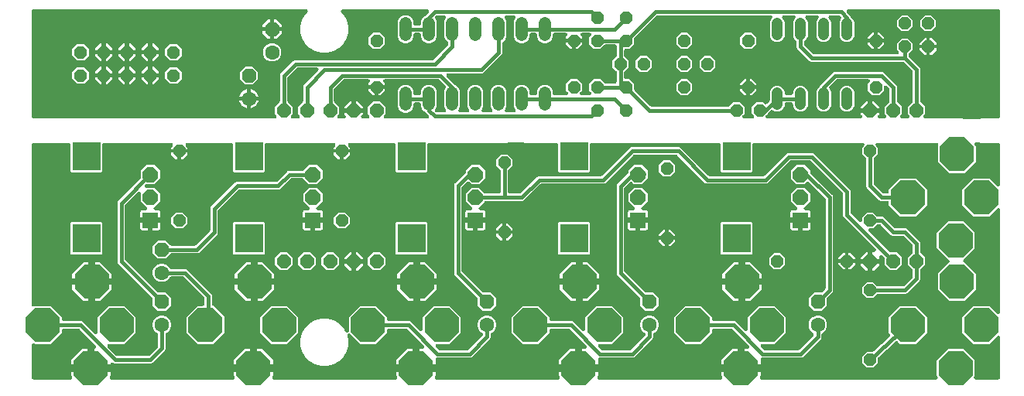
<source format=gbr>
G04 EAGLE Gerber RS-274X export*
G75*
%MOMM*%
%FSLAX34Y34*%
%LPD*%
%INTop Copper*%
%IPPOS*%
%AMOC8*
5,1,8,0,0,1.08239X$1,22.5*%
G01*
%ADD10C,1.320800*%
%ADD11C,1.208000*%
%ADD12R,1.676400X1.676400*%
%ADD13P,1.814519X8X22.500000*%
%ADD14R,3.116000X3.116000*%
%ADD15P,1.429621X8X292.500000*%
%ADD16P,1.429621X8X112.500000*%
%ADD17P,1.429621X8X202.500000*%
%ADD18P,1.429621X8X22.500000*%
%ADD19P,1.732040X8X112.500000*%
%ADD20C,1.600200*%
%ADD21P,4.058962X8X202.500000*%
%ADD22P,4.058962X8X112.500000*%
%ADD23P,1.539592X8X202.500000*%
%ADD24P,1.649562X8X112.500000*%
%ADD25R,1.006400X1.006400*%
%ADD26C,0.406400*%

G36*
X52345Y10162D02*
X52345Y10162D01*
X52354Y10161D01*
X52546Y10182D01*
X52736Y10201D01*
X52745Y10203D01*
X52754Y10204D01*
X52937Y10262D01*
X53121Y10319D01*
X53129Y10323D01*
X53138Y10326D01*
X53307Y10419D01*
X53475Y10511D01*
X53482Y10516D01*
X53490Y10521D01*
X53638Y10646D01*
X53785Y10768D01*
X53790Y10775D01*
X53797Y10781D01*
X53917Y10933D01*
X54037Y11082D01*
X54041Y11090D01*
X54047Y11097D01*
X54134Y11270D01*
X54222Y11439D01*
X54225Y11448D01*
X54229Y11456D01*
X54281Y11641D01*
X54334Y11826D01*
X54335Y11835D01*
X54337Y11844D01*
X54351Y12036D01*
X54367Y12228D01*
X54366Y12236D01*
X54366Y12245D01*
X54342Y12437D01*
X54320Y12627D01*
X54317Y12636D01*
X54316Y12645D01*
X54255Y12827D01*
X54195Y13010D01*
X54191Y13018D01*
X54188Y13026D01*
X54091Y13194D01*
X53997Y13361D01*
X53991Y13368D01*
X53987Y13375D01*
X53772Y13628D01*
X53559Y13841D01*
X53559Y18597D01*
X72818Y18597D01*
X72836Y18599D01*
X72853Y18597D01*
X73036Y18618D01*
X73218Y18637D01*
X73236Y18642D01*
X73253Y18644D01*
X73428Y18701D01*
X73603Y18755D01*
X73619Y18763D01*
X73636Y18769D01*
X73796Y18859D01*
X73957Y18947D01*
X73971Y18958D01*
X73987Y18967D01*
X74126Y19087D01*
X74267Y19204D01*
X74278Y19218D01*
X74291Y19230D01*
X74404Y19375D01*
X74519Y19518D01*
X74527Y19534D01*
X74538Y19548D01*
X74620Y19713D01*
X74705Y19875D01*
X74709Y19892D01*
X74717Y19909D01*
X74765Y20087D01*
X74816Y20262D01*
X74817Y20280D01*
X74822Y20297D01*
X74849Y20628D01*
X74849Y22661D01*
X74851Y22661D01*
X74851Y20628D01*
X74853Y20610D01*
X74851Y20592D01*
X74873Y20410D01*
X74891Y20227D01*
X74896Y20210D01*
X74898Y20193D01*
X74955Y20018D01*
X75009Y19842D01*
X75017Y19827D01*
X75023Y19810D01*
X75113Y19650D01*
X75201Y19488D01*
X75212Y19475D01*
X75221Y19459D01*
X75341Y19320D01*
X75458Y19179D01*
X75472Y19168D01*
X75484Y19155D01*
X75629Y19042D01*
X75772Y18927D01*
X75788Y18919D01*
X75802Y18908D01*
X75967Y18826D01*
X76130Y18741D01*
X76147Y18736D01*
X76163Y18728D01*
X76341Y18681D01*
X76516Y18630D01*
X76534Y18628D01*
X76551Y18624D01*
X76882Y18597D01*
X96141Y18597D01*
X96141Y13841D01*
X95928Y13628D01*
X95922Y13621D01*
X95915Y13616D01*
X95796Y13467D01*
X95673Y13317D01*
X95669Y13309D01*
X95663Y13302D01*
X95575Y13133D01*
X95484Y12961D01*
X95482Y12952D01*
X95478Y12945D01*
X95425Y12761D01*
X95369Y12575D01*
X95369Y12566D01*
X95366Y12558D01*
X95351Y12367D01*
X95333Y12174D01*
X95334Y12165D01*
X95333Y12156D01*
X95356Y11967D01*
X95376Y11774D01*
X95379Y11765D01*
X95380Y11757D01*
X95440Y11574D01*
X95498Y11390D01*
X95502Y11382D01*
X95505Y11374D01*
X95600Y11205D01*
X95693Y11038D01*
X95699Y11031D01*
X95703Y11023D01*
X95830Y10877D01*
X95953Y10731D01*
X95960Y10725D01*
X95966Y10718D01*
X96119Y10600D01*
X96269Y10481D01*
X96277Y10477D01*
X96284Y10472D01*
X96458Y10385D01*
X96628Y10299D01*
X96637Y10296D01*
X96645Y10292D01*
X96833Y10242D01*
X97016Y10191D01*
X97025Y10190D01*
X97033Y10188D01*
X97364Y10161D01*
X230136Y10161D01*
X230145Y10162D01*
X230154Y10161D01*
X230346Y10182D01*
X230536Y10201D01*
X230545Y10203D01*
X230554Y10204D01*
X230737Y10262D01*
X230921Y10319D01*
X230929Y10323D01*
X230938Y10326D01*
X231107Y10419D01*
X231275Y10511D01*
X231282Y10516D01*
X231290Y10521D01*
X231438Y10646D01*
X231585Y10768D01*
X231590Y10775D01*
X231597Y10781D01*
X231717Y10933D01*
X231837Y11082D01*
X231841Y11090D01*
X231847Y11097D01*
X231934Y11270D01*
X232022Y11439D01*
X232025Y11448D01*
X232029Y11456D01*
X232081Y11641D01*
X232134Y11826D01*
X232135Y11835D01*
X232137Y11844D01*
X232151Y12036D01*
X232167Y12228D01*
X232166Y12236D01*
X232166Y12245D01*
X232142Y12437D01*
X232120Y12627D01*
X232117Y12636D01*
X232116Y12645D01*
X232055Y12827D01*
X231995Y13010D01*
X231991Y13018D01*
X231988Y13026D01*
X231891Y13194D01*
X231797Y13361D01*
X231791Y13368D01*
X231787Y13375D01*
X231572Y13628D01*
X231359Y13841D01*
X231359Y18597D01*
X250618Y18597D01*
X250636Y18599D01*
X250653Y18597D01*
X250836Y18618D01*
X251018Y18637D01*
X251036Y18642D01*
X251053Y18644D01*
X251228Y18701D01*
X251403Y18755D01*
X251419Y18763D01*
X251436Y18769D01*
X251596Y18859D01*
X251757Y18947D01*
X251771Y18958D01*
X251787Y18967D01*
X251926Y19087D01*
X252067Y19204D01*
X252078Y19218D01*
X252091Y19230D01*
X252204Y19375D01*
X252319Y19518D01*
X252327Y19534D01*
X252338Y19548D01*
X252420Y19713D01*
X252505Y19875D01*
X252509Y19892D01*
X252517Y19909D01*
X252565Y20087D01*
X252616Y20262D01*
X252617Y20280D01*
X252622Y20297D01*
X252649Y20628D01*
X252649Y22661D01*
X252651Y22661D01*
X252651Y20628D01*
X252653Y20610D01*
X252651Y20592D01*
X252673Y20410D01*
X252691Y20227D01*
X252696Y20210D01*
X252698Y20193D01*
X252755Y20018D01*
X252809Y19842D01*
X252817Y19827D01*
X252823Y19810D01*
X252913Y19650D01*
X253001Y19488D01*
X253012Y19475D01*
X253021Y19459D01*
X253141Y19320D01*
X253258Y19179D01*
X253272Y19168D01*
X253284Y19155D01*
X253429Y19042D01*
X253572Y18927D01*
X253588Y18919D01*
X253602Y18908D01*
X253767Y18826D01*
X253930Y18741D01*
X253947Y18736D01*
X253963Y18728D01*
X254141Y18681D01*
X254316Y18630D01*
X254334Y18628D01*
X254351Y18624D01*
X254682Y18597D01*
X273941Y18597D01*
X273941Y13841D01*
X273728Y13628D01*
X273722Y13621D01*
X273715Y13616D01*
X273596Y13467D01*
X273473Y13317D01*
X273469Y13309D01*
X273463Y13302D01*
X273375Y13133D01*
X273284Y12961D01*
X273282Y12952D01*
X273278Y12945D01*
X273225Y12761D01*
X273169Y12575D01*
X273169Y12566D01*
X273166Y12558D01*
X273151Y12367D01*
X273133Y12174D01*
X273134Y12165D01*
X273133Y12156D01*
X273156Y11967D01*
X273176Y11774D01*
X273179Y11765D01*
X273180Y11757D01*
X273240Y11574D01*
X273298Y11390D01*
X273302Y11382D01*
X273305Y11374D01*
X273400Y11205D01*
X273493Y11038D01*
X273499Y11031D01*
X273503Y11023D01*
X273630Y10877D01*
X273753Y10731D01*
X273760Y10725D01*
X273766Y10718D01*
X273919Y10600D01*
X274069Y10481D01*
X274077Y10477D01*
X274084Y10472D01*
X274258Y10385D01*
X274428Y10299D01*
X274437Y10296D01*
X274445Y10292D01*
X274633Y10242D01*
X274816Y10191D01*
X274825Y10190D01*
X274833Y10188D01*
X275164Y10161D01*
X407936Y10161D01*
X407945Y10162D01*
X407954Y10161D01*
X408146Y10182D01*
X408336Y10201D01*
X408345Y10203D01*
X408354Y10204D01*
X408537Y10262D01*
X408721Y10319D01*
X408729Y10323D01*
X408738Y10326D01*
X408907Y10419D01*
X409075Y10511D01*
X409082Y10516D01*
X409090Y10521D01*
X409238Y10646D01*
X409385Y10768D01*
X409390Y10775D01*
X409397Y10781D01*
X409517Y10933D01*
X409637Y11082D01*
X409641Y11090D01*
X409647Y11097D01*
X409734Y11270D01*
X409822Y11439D01*
X409825Y11448D01*
X409829Y11456D01*
X409881Y11641D01*
X409934Y11826D01*
X409935Y11835D01*
X409937Y11844D01*
X409951Y12036D01*
X409967Y12228D01*
X409966Y12236D01*
X409966Y12245D01*
X409942Y12437D01*
X409920Y12627D01*
X409917Y12636D01*
X409916Y12645D01*
X409855Y12827D01*
X409795Y13010D01*
X409791Y13018D01*
X409788Y13026D01*
X409691Y13194D01*
X409597Y13361D01*
X409591Y13368D01*
X409587Y13375D01*
X409372Y13628D01*
X409159Y13841D01*
X409159Y18597D01*
X428418Y18597D01*
X428436Y18599D01*
X428453Y18597D01*
X428636Y18618D01*
X428818Y18637D01*
X428836Y18642D01*
X428853Y18644D01*
X429028Y18701D01*
X429203Y18755D01*
X429219Y18763D01*
X429236Y18769D01*
X429396Y18859D01*
X429557Y18947D01*
X429571Y18958D01*
X429587Y18967D01*
X429726Y19087D01*
X429867Y19204D01*
X429878Y19218D01*
X429891Y19230D01*
X430004Y19375D01*
X430119Y19518D01*
X430127Y19534D01*
X430138Y19548D01*
X430220Y19713D01*
X430305Y19875D01*
X430309Y19892D01*
X430317Y19909D01*
X430365Y20087D01*
X430416Y20262D01*
X430417Y20280D01*
X430422Y20297D01*
X430449Y20628D01*
X430449Y22661D01*
X430451Y22661D01*
X430451Y20628D01*
X430453Y20610D01*
X430451Y20592D01*
X430473Y20410D01*
X430491Y20227D01*
X430496Y20210D01*
X430498Y20193D01*
X430555Y20018D01*
X430609Y19842D01*
X430617Y19827D01*
X430623Y19810D01*
X430713Y19650D01*
X430801Y19488D01*
X430812Y19475D01*
X430821Y19459D01*
X430941Y19320D01*
X431058Y19179D01*
X431072Y19168D01*
X431084Y19155D01*
X431229Y19042D01*
X431372Y18927D01*
X431388Y18919D01*
X431402Y18908D01*
X431567Y18826D01*
X431730Y18741D01*
X431747Y18736D01*
X431763Y18728D01*
X431941Y18681D01*
X432116Y18630D01*
X432134Y18628D01*
X432151Y18624D01*
X432482Y18597D01*
X451741Y18597D01*
X451741Y13841D01*
X451528Y13628D01*
X451522Y13621D01*
X451515Y13616D01*
X451396Y13467D01*
X451273Y13317D01*
X451269Y13309D01*
X451263Y13302D01*
X451175Y13133D01*
X451084Y12961D01*
X451082Y12952D01*
X451078Y12945D01*
X451025Y12761D01*
X450969Y12575D01*
X450969Y12566D01*
X450966Y12558D01*
X450951Y12367D01*
X450933Y12174D01*
X450934Y12165D01*
X450933Y12156D01*
X450956Y11967D01*
X450976Y11774D01*
X450979Y11765D01*
X450980Y11757D01*
X451040Y11574D01*
X451098Y11390D01*
X451102Y11382D01*
X451105Y11374D01*
X451200Y11205D01*
X451293Y11038D01*
X451299Y11031D01*
X451303Y11023D01*
X451430Y10877D01*
X451553Y10731D01*
X451560Y10725D01*
X451566Y10718D01*
X451719Y10600D01*
X451869Y10481D01*
X451877Y10477D01*
X451884Y10472D01*
X452058Y10385D01*
X452228Y10299D01*
X452237Y10296D01*
X452245Y10292D01*
X452433Y10242D01*
X452616Y10191D01*
X452625Y10190D01*
X452633Y10188D01*
X452964Y10161D01*
X585736Y10161D01*
X585745Y10162D01*
X585754Y10161D01*
X585946Y10182D01*
X586136Y10201D01*
X586145Y10203D01*
X586154Y10204D01*
X586337Y10262D01*
X586521Y10319D01*
X586529Y10323D01*
X586538Y10326D01*
X586707Y10419D01*
X586875Y10511D01*
X586882Y10516D01*
X586890Y10521D01*
X587038Y10646D01*
X587185Y10768D01*
X587190Y10775D01*
X587197Y10781D01*
X587317Y10933D01*
X587437Y11082D01*
X587441Y11090D01*
X587447Y11097D01*
X587534Y11270D01*
X587622Y11439D01*
X587625Y11448D01*
X587629Y11456D01*
X587681Y11641D01*
X587734Y11826D01*
X587735Y11835D01*
X587737Y11844D01*
X587751Y12036D01*
X587767Y12228D01*
X587766Y12236D01*
X587766Y12245D01*
X587742Y12437D01*
X587720Y12627D01*
X587717Y12636D01*
X587716Y12645D01*
X587655Y12827D01*
X587595Y13010D01*
X587591Y13018D01*
X587588Y13026D01*
X587491Y13194D01*
X587397Y13361D01*
X587391Y13368D01*
X587387Y13375D01*
X587172Y13628D01*
X586959Y13841D01*
X586959Y18597D01*
X606218Y18597D01*
X606236Y18599D01*
X606253Y18597D01*
X606436Y18618D01*
X606618Y18637D01*
X606636Y18642D01*
X606653Y18644D01*
X606828Y18701D01*
X607003Y18755D01*
X607019Y18763D01*
X607036Y18769D01*
X607196Y18859D01*
X607357Y18947D01*
X607371Y18958D01*
X607387Y18967D01*
X607526Y19087D01*
X607667Y19204D01*
X607678Y19218D01*
X607691Y19230D01*
X607804Y19375D01*
X607919Y19518D01*
X607927Y19534D01*
X607938Y19548D01*
X608020Y19713D01*
X608105Y19875D01*
X608109Y19892D01*
X608117Y19909D01*
X608165Y20087D01*
X608216Y20262D01*
X608217Y20280D01*
X608222Y20297D01*
X608249Y20628D01*
X608249Y22661D01*
X608251Y22661D01*
X608251Y20628D01*
X608253Y20610D01*
X608251Y20592D01*
X608273Y20410D01*
X608291Y20227D01*
X608296Y20210D01*
X608298Y20193D01*
X608355Y20018D01*
X608409Y19842D01*
X608417Y19827D01*
X608423Y19810D01*
X608513Y19650D01*
X608601Y19488D01*
X608612Y19475D01*
X608621Y19459D01*
X608741Y19320D01*
X608858Y19179D01*
X608872Y19168D01*
X608884Y19155D01*
X609029Y19042D01*
X609172Y18927D01*
X609188Y18919D01*
X609202Y18908D01*
X609367Y18826D01*
X609530Y18741D01*
X609547Y18736D01*
X609563Y18728D01*
X609741Y18681D01*
X609916Y18630D01*
X609934Y18628D01*
X609951Y18624D01*
X610282Y18597D01*
X629541Y18597D01*
X629541Y13841D01*
X629328Y13628D01*
X629322Y13621D01*
X629315Y13616D01*
X629196Y13467D01*
X629073Y13317D01*
X629069Y13309D01*
X629063Y13302D01*
X628975Y13133D01*
X628884Y12961D01*
X628882Y12952D01*
X628878Y12945D01*
X628825Y12761D01*
X628769Y12575D01*
X628769Y12566D01*
X628766Y12558D01*
X628751Y12367D01*
X628733Y12174D01*
X628734Y12165D01*
X628733Y12156D01*
X628756Y11967D01*
X628776Y11774D01*
X628779Y11765D01*
X628780Y11757D01*
X628840Y11574D01*
X628898Y11390D01*
X628902Y11382D01*
X628905Y11374D01*
X629000Y11205D01*
X629093Y11038D01*
X629099Y11031D01*
X629103Y11023D01*
X629230Y10877D01*
X629353Y10731D01*
X629360Y10725D01*
X629366Y10718D01*
X629519Y10600D01*
X629669Y10481D01*
X629677Y10477D01*
X629684Y10472D01*
X629858Y10385D01*
X630028Y10299D01*
X630037Y10296D01*
X630045Y10292D01*
X630233Y10242D01*
X630416Y10191D01*
X630425Y10190D01*
X630433Y10188D01*
X630764Y10161D01*
X763536Y10161D01*
X763545Y10162D01*
X763554Y10161D01*
X763746Y10182D01*
X763936Y10201D01*
X763945Y10203D01*
X763954Y10204D01*
X764137Y10262D01*
X764321Y10319D01*
X764329Y10323D01*
X764338Y10326D01*
X764507Y10419D01*
X764675Y10511D01*
X764682Y10516D01*
X764690Y10521D01*
X764838Y10646D01*
X764985Y10768D01*
X764990Y10775D01*
X764997Y10781D01*
X765117Y10933D01*
X765237Y11082D01*
X765241Y11090D01*
X765247Y11097D01*
X765334Y11270D01*
X765422Y11439D01*
X765425Y11448D01*
X765429Y11456D01*
X765481Y11641D01*
X765534Y11826D01*
X765535Y11835D01*
X765537Y11844D01*
X765551Y12036D01*
X765567Y12228D01*
X765566Y12236D01*
X765566Y12245D01*
X765542Y12437D01*
X765520Y12627D01*
X765517Y12636D01*
X765516Y12645D01*
X765455Y12827D01*
X765395Y13010D01*
X765391Y13018D01*
X765388Y13026D01*
X765291Y13194D01*
X765197Y13361D01*
X765191Y13368D01*
X765187Y13375D01*
X764972Y13628D01*
X764759Y13841D01*
X764759Y18597D01*
X784018Y18597D01*
X784036Y18599D01*
X784053Y18597D01*
X784236Y18618D01*
X784418Y18637D01*
X784436Y18642D01*
X784453Y18644D01*
X784628Y18701D01*
X784803Y18755D01*
X784819Y18763D01*
X784836Y18769D01*
X784996Y18859D01*
X785157Y18947D01*
X785171Y18958D01*
X785187Y18967D01*
X785326Y19087D01*
X785467Y19204D01*
X785478Y19218D01*
X785491Y19230D01*
X785604Y19375D01*
X785719Y19518D01*
X785727Y19534D01*
X785738Y19548D01*
X785820Y19713D01*
X785905Y19875D01*
X785909Y19892D01*
X785917Y19909D01*
X785965Y20087D01*
X786016Y20262D01*
X786017Y20280D01*
X786022Y20297D01*
X786049Y20628D01*
X786049Y22661D01*
X786051Y22661D01*
X786051Y20628D01*
X786053Y20610D01*
X786051Y20592D01*
X786073Y20410D01*
X786091Y20227D01*
X786096Y20210D01*
X786098Y20193D01*
X786155Y20018D01*
X786209Y19842D01*
X786217Y19827D01*
X786223Y19810D01*
X786313Y19650D01*
X786401Y19488D01*
X786412Y19475D01*
X786421Y19459D01*
X786541Y19320D01*
X786658Y19179D01*
X786672Y19168D01*
X786684Y19155D01*
X786829Y19042D01*
X786972Y18927D01*
X786988Y18919D01*
X787002Y18908D01*
X787167Y18826D01*
X787330Y18741D01*
X787347Y18736D01*
X787363Y18728D01*
X787541Y18681D01*
X787716Y18630D01*
X787734Y18628D01*
X787751Y18624D01*
X788082Y18597D01*
X807341Y18597D01*
X807341Y13841D01*
X807128Y13628D01*
X807122Y13621D01*
X807115Y13616D01*
X806996Y13467D01*
X806873Y13317D01*
X806869Y13309D01*
X806863Y13302D01*
X806775Y13133D01*
X806684Y12961D01*
X806682Y12952D01*
X806678Y12945D01*
X806625Y12761D01*
X806569Y12575D01*
X806569Y12566D01*
X806566Y12558D01*
X806551Y12367D01*
X806533Y12174D01*
X806534Y12165D01*
X806533Y12156D01*
X806556Y11967D01*
X806576Y11774D01*
X806579Y11765D01*
X806580Y11757D01*
X806640Y11574D01*
X806698Y11390D01*
X806702Y11382D01*
X806705Y11374D01*
X806800Y11205D01*
X806893Y11038D01*
X806899Y11031D01*
X806903Y11023D01*
X807030Y10877D01*
X807153Y10731D01*
X807160Y10725D01*
X807166Y10718D01*
X807319Y10600D01*
X807469Y10481D01*
X807477Y10477D01*
X807484Y10472D01*
X807658Y10385D01*
X807828Y10299D01*
X807837Y10296D01*
X807845Y10292D01*
X808033Y10242D01*
X808216Y10191D01*
X808225Y10190D01*
X808233Y10188D01*
X808564Y10161D01*
X999204Y10161D01*
X999213Y10162D01*
X999222Y10161D01*
X999414Y10182D01*
X999605Y10201D01*
X999613Y10203D01*
X999622Y10204D01*
X999805Y10262D01*
X999990Y10319D01*
X999998Y10323D01*
X1000006Y10326D01*
X1000174Y10419D01*
X1000344Y10511D01*
X1000351Y10516D01*
X1000358Y10521D01*
X1000506Y10646D01*
X1000653Y10768D01*
X1000659Y10775D01*
X1000665Y10781D01*
X1000786Y10933D01*
X1000905Y11082D01*
X1000909Y11090D01*
X1000915Y11097D01*
X1001003Y11270D01*
X1001091Y11439D01*
X1001093Y11448D01*
X1001097Y11456D01*
X1001149Y11641D01*
X1001202Y11826D01*
X1001203Y11835D01*
X1001205Y11844D01*
X1001219Y12036D01*
X1001235Y12228D01*
X1001234Y12236D01*
X1001235Y12245D01*
X1001211Y12436D01*
X1001188Y12627D01*
X1001185Y12636D01*
X1001184Y12645D01*
X1001123Y12826D01*
X1001063Y13010D01*
X1001059Y13018D01*
X1001056Y13026D01*
X1000960Y13194D01*
X1000865Y13361D01*
X1000860Y13368D01*
X1000855Y13375D01*
X1000640Y13628D01*
X1000217Y14052D01*
X1000217Y31268D01*
X1012392Y43443D01*
X1029608Y43443D01*
X1041783Y31268D01*
X1041783Y14052D01*
X1041360Y13628D01*
X1041354Y13621D01*
X1041347Y13616D01*
X1041227Y13467D01*
X1041104Y13317D01*
X1041100Y13309D01*
X1041095Y13302D01*
X1041007Y13132D01*
X1040916Y12961D01*
X1040913Y12952D01*
X1040909Y12945D01*
X1040856Y12760D01*
X1040801Y12575D01*
X1040800Y12566D01*
X1040798Y12558D01*
X1040782Y12367D01*
X1040765Y12174D01*
X1040766Y12165D01*
X1040765Y12156D01*
X1040787Y11967D01*
X1040808Y11774D01*
X1040811Y11765D01*
X1040812Y11757D01*
X1040871Y11574D01*
X1040930Y11390D01*
X1040934Y11382D01*
X1040937Y11374D01*
X1041031Y11207D01*
X1041124Y11038D01*
X1041130Y11031D01*
X1041135Y11023D01*
X1041260Y10878D01*
X1041385Y10731D01*
X1041392Y10725D01*
X1041398Y10718D01*
X1041549Y10601D01*
X1041701Y10481D01*
X1041709Y10477D01*
X1041716Y10472D01*
X1041888Y10386D01*
X1042060Y10299D01*
X1042068Y10296D01*
X1042076Y10292D01*
X1042262Y10243D01*
X1042448Y10191D01*
X1042456Y10190D01*
X1042465Y10188D01*
X1042796Y10161D01*
X1067308Y10161D01*
X1067326Y10163D01*
X1067344Y10161D01*
X1067526Y10182D01*
X1067709Y10201D01*
X1067726Y10206D01*
X1067743Y10208D01*
X1067918Y10265D01*
X1068094Y10319D01*
X1068109Y10327D01*
X1068126Y10333D01*
X1068286Y10423D01*
X1068448Y10511D01*
X1068461Y10522D01*
X1068477Y10531D01*
X1068616Y10651D01*
X1068757Y10768D01*
X1068768Y10782D01*
X1068782Y10794D01*
X1068894Y10939D01*
X1069009Y11082D01*
X1069017Y11098D01*
X1069028Y11112D01*
X1069110Y11277D01*
X1069195Y11439D01*
X1069200Y11456D01*
X1069208Y11472D01*
X1069255Y11651D01*
X1069306Y11826D01*
X1069308Y11844D01*
X1069312Y11861D01*
X1069339Y12192D01*
X1069339Y55894D01*
X1069338Y55903D01*
X1069339Y55912D01*
X1069318Y56106D01*
X1069299Y56295D01*
X1069297Y56303D01*
X1069296Y56312D01*
X1069238Y56496D01*
X1069181Y56680D01*
X1069177Y56688D01*
X1069174Y56696D01*
X1069082Y56864D01*
X1068989Y57034D01*
X1068984Y57041D01*
X1068979Y57048D01*
X1068855Y57195D01*
X1068732Y57343D01*
X1068725Y57349D01*
X1068719Y57355D01*
X1068567Y57475D01*
X1068418Y57595D01*
X1068410Y57599D01*
X1068403Y57605D01*
X1068230Y57693D01*
X1068061Y57781D01*
X1068052Y57783D01*
X1068044Y57787D01*
X1067858Y57839D01*
X1067674Y57892D01*
X1067665Y57893D01*
X1067656Y57895D01*
X1067463Y57909D01*
X1067272Y57925D01*
X1067264Y57924D01*
X1067255Y57925D01*
X1067062Y57900D01*
X1066873Y57878D01*
X1066864Y57875D01*
X1066855Y57874D01*
X1066672Y57813D01*
X1066490Y57753D01*
X1066482Y57749D01*
X1066474Y57746D01*
X1066307Y57650D01*
X1066139Y57555D01*
X1066132Y57550D01*
X1066125Y57545D01*
X1065872Y57331D01*
X1057608Y49067D01*
X1040392Y49067D01*
X1028217Y61242D01*
X1028217Y78458D01*
X1040392Y90633D01*
X1057608Y90633D01*
X1065872Y82369D01*
X1065879Y82364D01*
X1065884Y82357D01*
X1066034Y82237D01*
X1066183Y82114D01*
X1066191Y82110D01*
X1066198Y82105D01*
X1066368Y82016D01*
X1066539Y81926D01*
X1066548Y81923D01*
X1066555Y81919D01*
X1066740Y81866D01*
X1066925Y81811D01*
X1066934Y81810D01*
X1066942Y81808D01*
X1067134Y81792D01*
X1067326Y81775D01*
X1067335Y81776D01*
X1067344Y81775D01*
X1067533Y81797D01*
X1067726Y81818D01*
X1067735Y81821D01*
X1067743Y81822D01*
X1067925Y81881D01*
X1068110Y81940D01*
X1068118Y81944D01*
X1068126Y81947D01*
X1068295Y82042D01*
X1068462Y82134D01*
X1068469Y82140D01*
X1068477Y82145D01*
X1068623Y82270D01*
X1068769Y82395D01*
X1068775Y82402D01*
X1068782Y82408D01*
X1068899Y82559D01*
X1069019Y82711D01*
X1069023Y82719D01*
X1069028Y82726D01*
X1069114Y82898D01*
X1069201Y83070D01*
X1069204Y83078D01*
X1069208Y83086D01*
X1069258Y83273D01*
X1069309Y83458D01*
X1069310Y83466D01*
X1069312Y83475D01*
X1069339Y83806D01*
X1069339Y195594D01*
X1069338Y195603D01*
X1069339Y195612D01*
X1069318Y195806D01*
X1069299Y195995D01*
X1069297Y196003D01*
X1069296Y196012D01*
X1069238Y196196D01*
X1069181Y196380D01*
X1069177Y196388D01*
X1069174Y196396D01*
X1069082Y196564D01*
X1068989Y196734D01*
X1068984Y196741D01*
X1068979Y196748D01*
X1068855Y196895D01*
X1068732Y197043D01*
X1068725Y197049D01*
X1068719Y197055D01*
X1068567Y197175D01*
X1068418Y197295D01*
X1068410Y197299D01*
X1068403Y197305D01*
X1068231Y197392D01*
X1068061Y197481D01*
X1068052Y197483D01*
X1068044Y197487D01*
X1067858Y197539D01*
X1067674Y197592D01*
X1067665Y197593D01*
X1067656Y197595D01*
X1067463Y197609D01*
X1067272Y197625D01*
X1067264Y197624D01*
X1067255Y197625D01*
X1067062Y197600D01*
X1066873Y197578D01*
X1066864Y197575D01*
X1066855Y197574D01*
X1066672Y197513D01*
X1066490Y197453D01*
X1066482Y197449D01*
X1066474Y197446D01*
X1066307Y197350D01*
X1066139Y197255D01*
X1066132Y197250D01*
X1066125Y197245D01*
X1065872Y197031D01*
X1057608Y188767D01*
X1040392Y188767D01*
X1028217Y200942D01*
X1028217Y218158D01*
X1040392Y230333D01*
X1057608Y230333D01*
X1065872Y222069D01*
X1065879Y222064D01*
X1065884Y222057D01*
X1066034Y221936D01*
X1066183Y221814D01*
X1066191Y221810D01*
X1066198Y221805D01*
X1066369Y221716D01*
X1066539Y221626D01*
X1066548Y221623D01*
X1066555Y221619D01*
X1066741Y221566D01*
X1066925Y221511D01*
X1066934Y221510D01*
X1066942Y221508D01*
X1067134Y221492D01*
X1067326Y221475D01*
X1067335Y221476D01*
X1067344Y221475D01*
X1067533Y221497D01*
X1067726Y221518D01*
X1067735Y221521D01*
X1067743Y221522D01*
X1067925Y221581D01*
X1068110Y221640D01*
X1068118Y221644D01*
X1068126Y221647D01*
X1068295Y221742D01*
X1068462Y221834D01*
X1068469Y221840D01*
X1068477Y221845D01*
X1068623Y221970D01*
X1068769Y222095D01*
X1068775Y222102D01*
X1068782Y222108D01*
X1068899Y222259D01*
X1069019Y222411D01*
X1069023Y222419D01*
X1069028Y222426D01*
X1069114Y222598D01*
X1069201Y222770D01*
X1069204Y222778D01*
X1069208Y222786D01*
X1069258Y222973D01*
X1069309Y223158D01*
X1069310Y223166D01*
X1069312Y223175D01*
X1069339Y223506D01*
X1069339Y267208D01*
X1069337Y267226D01*
X1069339Y267244D01*
X1069318Y267426D01*
X1069299Y267609D01*
X1069294Y267626D01*
X1069292Y267643D01*
X1069235Y267818D01*
X1069181Y267994D01*
X1069173Y268009D01*
X1069167Y268026D01*
X1069077Y268186D01*
X1068989Y268348D01*
X1068978Y268361D01*
X1068969Y268377D01*
X1068849Y268516D01*
X1068732Y268657D01*
X1068718Y268668D01*
X1068706Y268682D01*
X1068561Y268794D01*
X1068418Y268909D01*
X1068402Y268917D01*
X1068388Y268928D01*
X1068223Y269010D01*
X1068061Y269095D01*
X1068044Y269100D01*
X1068028Y269108D01*
X1067849Y269155D01*
X1067674Y269206D01*
X1067656Y269208D01*
X1067639Y269212D01*
X1067308Y269239D01*
X1048272Y269239D01*
X1047016Y269760D01*
X1046986Y269769D01*
X1046958Y269783D01*
X1046794Y269827D01*
X1046631Y269876D01*
X1046600Y269879D01*
X1046569Y269887D01*
X1046239Y269914D01*
X1043391Y269914D01*
X1043382Y269913D01*
X1043373Y269914D01*
X1043181Y269893D01*
X1042990Y269874D01*
X1042982Y269872D01*
X1042973Y269871D01*
X1042790Y269813D01*
X1042605Y269756D01*
X1042597Y269752D01*
X1042589Y269749D01*
X1042421Y269656D01*
X1042251Y269564D01*
X1042244Y269559D01*
X1042237Y269554D01*
X1042089Y269429D01*
X1041942Y269307D01*
X1041936Y269300D01*
X1041930Y269294D01*
X1041810Y269143D01*
X1041690Y268993D01*
X1041685Y268985D01*
X1041680Y268978D01*
X1041593Y268807D01*
X1041504Y268636D01*
X1041502Y268627D01*
X1041498Y268619D01*
X1041446Y268433D01*
X1041393Y268249D01*
X1041392Y268240D01*
X1041390Y268231D01*
X1041376Y268039D01*
X1041360Y267847D01*
X1041361Y267839D01*
X1041360Y267830D01*
X1041385Y267637D01*
X1041407Y267448D01*
X1041410Y267439D01*
X1041411Y267430D01*
X1041473Y267245D01*
X1041532Y267065D01*
X1041536Y267057D01*
X1041539Y267049D01*
X1041634Y266883D01*
X1041730Y266714D01*
X1041735Y266707D01*
X1041740Y266700D01*
X1041955Y266447D01*
X1042783Y265619D01*
X1042783Y248402D01*
X1030608Y236227D01*
X1013392Y236227D01*
X1001217Y248402D01*
X1001217Y265618D01*
X1001370Y265772D01*
X1001376Y265779D01*
X1001383Y265784D01*
X1001503Y265933D01*
X1001626Y266083D01*
X1001630Y266091D01*
X1001635Y266098D01*
X1001723Y266267D01*
X1001814Y266439D01*
X1001817Y266448D01*
X1001821Y266455D01*
X1001874Y266639D01*
X1001929Y266825D01*
X1001930Y266834D01*
X1001932Y266842D01*
X1001948Y267033D01*
X1001965Y267226D01*
X1001964Y267235D01*
X1001965Y267244D01*
X1001943Y267433D01*
X1001922Y267626D01*
X1001919Y267635D01*
X1001918Y267643D01*
X1001859Y267826D01*
X1001800Y268010D01*
X1001796Y268018D01*
X1001793Y268026D01*
X1001698Y268195D01*
X1001606Y268362D01*
X1001600Y268369D01*
X1001595Y268377D01*
X1001470Y268522D01*
X1001345Y268669D01*
X1001338Y268675D01*
X1001332Y268682D01*
X1001180Y268799D01*
X1001029Y268919D01*
X1001021Y268923D01*
X1001014Y268928D01*
X1000841Y269015D01*
X1000670Y269101D01*
X1000662Y269104D01*
X1000654Y269108D01*
X1000465Y269158D01*
X1000282Y269209D01*
X1000274Y269210D01*
X1000265Y269212D01*
X999934Y269239D01*
X935329Y269239D01*
X935320Y269238D01*
X935311Y269239D01*
X935119Y269218D01*
X934928Y269199D01*
X934920Y269197D01*
X934911Y269196D01*
X934728Y269138D01*
X934543Y269081D01*
X934535Y269077D01*
X934527Y269074D01*
X934358Y268981D01*
X934189Y268889D01*
X934182Y268884D01*
X934175Y268879D01*
X934027Y268754D01*
X933880Y268632D01*
X933874Y268625D01*
X933868Y268619D01*
X933748Y268467D01*
X933628Y268318D01*
X933624Y268310D01*
X933618Y268303D01*
X933530Y268129D01*
X933442Y267961D01*
X933440Y267952D01*
X933436Y267944D01*
X933384Y267758D01*
X933331Y267574D01*
X933330Y267565D01*
X933328Y267556D01*
X933313Y267364D01*
X933298Y267172D01*
X933299Y267164D01*
X933298Y267155D01*
X933323Y266962D01*
X933345Y266773D01*
X933347Y266764D01*
X933349Y266755D01*
X933410Y266572D01*
X933470Y266390D01*
X933474Y266382D01*
X933477Y266374D01*
X933572Y266208D01*
X933667Y266039D01*
X933673Y266032D01*
X933678Y266025D01*
X933892Y265772D01*
X935737Y263927D01*
X935737Y256773D01*
X931760Y252796D01*
X931743Y252775D01*
X931722Y252757D01*
X931615Y252619D01*
X931505Y252484D01*
X931492Y252460D01*
X931476Y252439D01*
X931398Y252283D01*
X931316Y252128D01*
X931308Y252103D01*
X931296Y252079D01*
X931251Y251909D01*
X931201Y251742D01*
X931199Y251716D01*
X931192Y251690D01*
X931165Y251359D01*
X931165Y224775D01*
X931167Y224748D01*
X931165Y224722D01*
X931187Y224548D01*
X931205Y224374D01*
X931212Y224349D01*
X931216Y224322D01*
X931271Y224157D01*
X931323Y223990D01*
X931336Y223966D01*
X931344Y223941D01*
X931431Y223789D01*
X931515Y223635D01*
X931532Y223615D01*
X931545Y223592D01*
X931760Y223339D01*
X940889Y214210D01*
X940909Y214193D01*
X940927Y214172D01*
X941065Y214065D01*
X941200Y213955D01*
X941224Y213942D01*
X941245Y213926D01*
X941402Y213848D01*
X941556Y213766D01*
X941581Y213758D01*
X941606Y213746D01*
X941775Y213701D01*
X941942Y213651D01*
X941968Y213649D01*
X941994Y213642D01*
X942325Y213615D01*
X945726Y213615D01*
X945744Y213617D01*
X945762Y213615D01*
X945944Y213636D01*
X946127Y213655D01*
X946144Y213660D01*
X946161Y213662D01*
X946336Y213719D01*
X946512Y213773D01*
X946527Y213781D01*
X946544Y213787D01*
X946704Y213877D01*
X946866Y213965D01*
X946879Y213976D01*
X946895Y213985D01*
X947033Y214104D01*
X947175Y214222D01*
X947186Y214236D01*
X947200Y214248D01*
X947312Y214393D01*
X947427Y214536D01*
X947435Y214552D01*
X947446Y214566D01*
X947528Y214730D01*
X947613Y214893D01*
X947618Y214910D01*
X947626Y214926D01*
X947673Y215105D01*
X947724Y215280D01*
X947726Y215298D01*
X947730Y215315D01*
X947757Y215646D01*
X947757Y218158D01*
X959932Y230333D01*
X977148Y230333D01*
X989323Y218158D01*
X989323Y200942D01*
X977148Y188767D01*
X959932Y188767D01*
X947757Y200942D01*
X947757Y203454D01*
X947755Y203472D01*
X947757Y203490D01*
X947736Y203671D01*
X947717Y203855D01*
X947712Y203872D01*
X947710Y203889D01*
X947653Y204064D01*
X947599Y204240D01*
X947591Y204255D01*
X947585Y204272D01*
X947495Y204432D01*
X947407Y204594D01*
X947396Y204607D01*
X947387Y204623D01*
X947267Y204762D01*
X947150Y204903D01*
X947136Y204914D01*
X947124Y204928D01*
X946979Y205040D01*
X946836Y205155D01*
X946820Y205163D01*
X946806Y205174D01*
X946641Y205256D01*
X946479Y205341D01*
X946462Y205346D01*
X946446Y205354D01*
X946267Y205401D01*
X946092Y205452D01*
X946074Y205454D01*
X946057Y205458D01*
X945726Y205485D01*
X938991Y205485D01*
X937498Y206104D01*
X923654Y219948D01*
X923035Y221441D01*
X923035Y251359D01*
X923033Y251386D01*
X923035Y251413D01*
X923013Y251586D01*
X922995Y251760D01*
X922988Y251785D01*
X922984Y251812D01*
X922928Y251978D01*
X922877Y252145D01*
X922864Y252168D01*
X922856Y252194D01*
X922769Y252345D01*
X922685Y252499D01*
X922668Y252519D01*
X922655Y252543D01*
X922440Y252796D01*
X918463Y256773D01*
X918463Y263927D01*
X920308Y265772D01*
X920313Y265779D01*
X920320Y265784D01*
X920440Y265934D01*
X920563Y266083D01*
X920567Y266091D01*
X920572Y266098D01*
X920661Y266268D01*
X920751Y266439D01*
X920754Y266448D01*
X920758Y266455D01*
X920811Y266640D01*
X920866Y266825D01*
X920867Y266834D01*
X920869Y266842D01*
X920885Y267033D01*
X920902Y267226D01*
X920901Y267235D01*
X920902Y267244D01*
X920880Y267433D01*
X920859Y267626D01*
X920856Y267635D01*
X920855Y267643D01*
X920796Y267825D01*
X920738Y268010D01*
X920733Y268018D01*
X920730Y268026D01*
X920635Y268195D01*
X920543Y268362D01*
X920537Y268369D01*
X920533Y268377D01*
X920407Y268523D01*
X920282Y268669D01*
X920275Y268675D01*
X920269Y268682D01*
X920118Y268799D01*
X919966Y268919D01*
X919958Y268923D01*
X919951Y268928D01*
X919779Y269014D01*
X919607Y269101D01*
X919599Y269104D01*
X919591Y269108D01*
X919405Y269158D01*
X919219Y269209D01*
X919211Y269210D01*
X919202Y269212D01*
X918871Y269239D01*
X800694Y269239D01*
X800676Y269237D01*
X800658Y269239D01*
X800476Y269218D01*
X800293Y269199D01*
X800276Y269194D01*
X800259Y269192D01*
X800084Y269135D01*
X799908Y269081D01*
X799893Y269073D01*
X799876Y269067D01*
X799716Y268977D01*
X799554Y268889D01*
X799541Y268878D01*
X799525Y268869D01*
X799386Y268749D01*
X799245Y268632D01*
X799234Y268618D01*
X799220Y268606D01*
X799108Y268461D01*
X798993Y268318D01*
X798985Y268302D01*
X798974Y268288D01*
X798891Y268122D01*
X798807Y267961D01*
X798802Y267944D01*
X798794Y267928D01*
X798747Y267749D01*
X798696Y267574D01*
X798694Y267556D01*
X798690Y267539D01*
X798663Y267208D01*
X798663Y238128D01*
X797472Y236937D01*
X764628Y236937D01*
X763437Y238128D01*
X763437Y267208D01*
X763435Y267226D01*
X763437Y267244D01*
X763416Y267426D01*
X763397Y267609D01*
X763392Y267626D01*
X763390Y267643D01*
X763333Y267818D01*
X763279Y267994D01*
X763271Y268009D01*
X763265Y268026D01*
X763175Y268186D01*
X763087Y268348D01*
X763076Y268361D01*
X763067Y268377D01*
X762947Y268516D01*
X762830Y268657D01*
X762816Y268668D01*
X762804Y268682D01*
X762659Y268794D01*
X762516Y268909D01*
X762500Y268917D01*
X762486Y268928D01*
X762321Y269010D01*
X762159Y269095D01*
X762142Y269100D01*
X762126Y269108D01*
X761947Y269155D01*
X761772Y269206D01*
X761754Y269208D01*
X761737Y269212D01*
X761406Y269239D01*
X622894Y269239D01*
X622876Y269237D01*
X622858Y269239D01*
X622676Y269218D01*
X622493Y269199D01*
X622476Y269194D01*
X622459Y269192D01*
X622284Y269135D01*
X622108Y269081D01*
X622093Y269073D01*
X622076Y269067D01*
X621916Y268977D01*
X621754Y268889D01*
X621741Y268878D01*
X621725Y268869D01*
X621586Y268749D01*
X621445Y268632D01*
X621434Y268618D01*
X621420Y268606D01*
X621308Y268461D01*
X621193Y268318D01*
X621185Y268302D01*
X621174Y268288D01*
X621091Y268122D01*
X621007Y267961D01*
X621002Y267944D01*
X620994Y267928D01*
X620947Y267749D01*
X620896Y267574D01*
X620894Y267556D01*
X620890Y267539D01*
X620863Y267208D01*
X620863Y238128D01*
X619672Y236937D01*
X586828Y236937D01*
X585637Y238128D01*
X585637Y267208D01*
X585635Y267226D01*
X585637Y267244D01*
X585616Y267426D01*
X585597Y267609D01*
X585592Y267626D01*
X585590Y267643D01*
X585533Y267818D01*
X585479Y267994D01*
X585471Y268009D01*
X585465Y268026D01*
X585375Y268186D01*
X585287Y268348D01*
X585276Y268361D01*
X585267Y268377D01*
X585147Y268516D01*
X585030Y268657D01*
X585016Y268668D01*
X585004Y268682D01*
X584859Y268794D01*
X584716Y268909D01*
X584700Y268917D01*
X584686Y268928D01*
X584521Y269010D01*
X584359Y269095D01*
X584342Y269100D01*
X584326Y269108D01*
X584147Y269155D01*
X583972Y269206D01*
X583954Y269208D01*
X583937Y269212D01*
X583606Y269239D01*
X549797Y269239D01*
X548541Y269760D01*
X548511Y269769D01*
X548483Y269783D01*
X548318Y269827D01*
X548156Y269876D01*
X548125Y269879D01*
X548094Y269887D01*
X547764Y269914D01*
X543542Y269914D01*
X543484Y269930D01*
X543317Y269981D01*
X543290Y269983D01*
X543264Y269990D01*
X543090Y270002D01*
X542916Y270019D01*
X542889Y270016D01*
X542863Y270018D01*
X542689Y269995D01*
X542516Y269977D01*
X542490Y269969D01*
X542463Y269966D01*
X542303Y269914D01*
X537192Y269914D01*
X537134Y269930D01*
X536967Y269981D01*
X536940Y269983D01*
X536915Y269990D01*
X536739Y270002D01*
X536566Y270019D01*
X536540Y270016D01*
X536513Y270018D01*
X536339Y269995D01*
X536166Y269977D01*
X536140Y269969D01*
X536114Y269966D01*
X535953Y269914D01*
X531736Y269914D01*
X531705Y269911D01*
X531674Y269913D01*
X531505Y269891D01*
X531336Y269874D01*
X531306Y269865D01*
X531275Y269861D01*
X530959Y269760D01*
X529703Y269239D01*
X445094Y269239D01*
X445076Y269237D01*
X445058Y269239D01*
X444876Y269218D01*
X444693Y269199D01*
X444676Y269194D01*
X444659Y269192D01*
X444484Y269135D01*
X444308Y269081D01*
X444293Y269073D01*
X444276Y269067D01*
X444116Y268977D01*
X443954Y268889D01*
X443941Y268878D01*
X443925Y268869D01*
X443786Y268749D01*
X443645Y268632D01*
X443634Y268618D01*
X443620Y268606D01*
X443508Y268461D01*
X443393Y268318D01*
X443385Y268302D01*
X443374Y268288D01*
X443291Y268122D01*
X443207Y267961D01*
X443202Y267944D01*
X443194Y267928D01*
X443147Y267749D01*
X443096Y267574D01*
X443094Y267556D01*
X443090Y267539D01*
X443063Y267208D01*
X443063Y238128D01*
X441872Y236937D01*
X409028Y236937D01*
X407837Y238128D01*
X407837Y267208D01*
X407835Y267226D01*
X407837Y267244D01*
X407816Y267426D01*
X407797Y267609D01*
X407792Y267626D01*
X407790Y267643D01*
X407733Y267818D01*
X407679Y267994D01*
X407671Y268009D01*
X407665Y268026D01*
X407575Y268186D01*
X407487Y268348D01*
X407476Y268361D01*
X407467Y268377D01*
X407347Y268516D01*
X407230Y268657D01*
X407216Y268668D01*
X407204Y268682D01*
X407059Y268794D01*
X406916Y268909D01*
X406900Y268917D01*
X406886Y268928D01*
X406721Y269010D01*
X406559Y269095D01*
X406542Y269100D01*
X406526Y269108D01*
X406347Y269155D01*
X406172Y269206D01*
X406154Y269208D01*
X406137Y269212D01*
X405806Y269239D01*
X358197Y269239D01*
X358188Y269238D01*
X358179Y269239D01*
X357988Y269218D01*
X357797Y269199D01*
X357788Y269197D01*
X357779Y269196D01*
X357597Y269138D01*
X357412Y269081D01*
X357404Y269077D01*
X357395Y269074D01*
X357227Y268981D01*
X357058Y268889D01*
X357051Y268884D01*
X357043Y268879D01*
X356895Y268754D01*
X356748Y268632D01*
X356743Y268625D01*
X356736Y268619D01*
X356616Y268467D01*
X356496Y268318D01*
X356492Y268310D01*
X356486Y268303D01*
X356398Y268129D01*
X356311Y267961D01*
X356308Y267952D01*
X356304Y267944D01*
X356252Y267758D01*
X356199Y267574D01*
X356198Y267565D01*
X356196Y267556D01*
X356182Y267364D01*
X356166Y267172D01*
X356167Y267164D01*
X356167Y267155D01*
X356191Y266962D01*
X356213Y266773D01*
X356216Y266764D01*
X356217Y266755D01*
X356278Y266572D01*
X356338Y266390D01*
X356342Y266382D01*
X356345Y266374D01*
X356441Y266208D01*
X356536Y266039D01*
X356542Y266032D01*
X356546Y266025D01*
X356761Y265772D01*
X358395Y264138D01*
X358395Y262381D01*
X349250Y262381D01*
X340105Y262381D01*
X340105Y264138D01*
X341739Y265772D01*
X341745Y265779D01*
X341752Y265784D01*
X341872Y265934D01*
X341994Y266083D01*
X341998Y266091D01*
X342004Y266098D01*
X342092Y266268D01*
X342183Y266439D01*
X342185Y266448D01*
X342189Y266455D01*
X342243Y266640D01*
X342298Y266825D01*
X342298Y266834D01*
X342301Y266842D01*
X342317Y267033D01*
X342334Y267226D01*
X342333Y267235D01*
X342334Y267244D01*
X342312Y267433D01*
X342291Y267626D01*
X342288Y267635D01*
X342287Y267643D01*
X342227Y267825D01*
X342169Y268010D01*
X342165Y268018D01*
X342162Y268026D01*
X342067Y268195D01*
X341974Y268362D01*
X341969Y268369D01*
X341964Y268377D01*
X341838Y268523D01*
X341714Y268669D01*
X341707Y268675D01*
X341701Y268682D01*
X341550Y268799D01*
X341398Y268919D01*
X341390Y268923D01*
X341383Y268928D01*
X341211Y269014D01*
X341039Y269101D01*
X341030Y269104D01*
X341022Y269108D01*
X340836Y269158D01*
X340651Y269209D01*
X340642Y269210D01*
X340634Y269212D01*
X340303Y269239D01*
X267294Y269239D01*
X267276Y269237D01*
X267258Y269239D01*
X267076Y269218D01*
X266893Y269199D01*
X266876Y269194D01*
X266859Y269192D01*
X266684Y269135D01*
X266508Y269081D01*
X266493Y269073D01*
X266476Y269067D01*
X266316Y268977D01*
X266154Y268889D01*
X266141Y268878D01*
X266125Y268869D01*
X265986Y268749D01*
X265845Y268632D01*
X265834Y268618D01*
X265820Y268606D01*
X265708Y268461D01*
X265593Y268318D01*
X265585Y268302D01*
X265574Y268288D01*
X265491Y268122D01*
X265407Y267961D01*
X265402Y267944D01*
X265394Y267928D01*
X265347Y267749D01*
X265296Y267574D01*
X265294Y267556D01*
X265290Y267539D01*
X265263Y267208D01*
X265263Y238128D01*
X264072Y236937D01*
X231228Y236937D01*
X230037Y238128D01*
X230037Y267208D01*
X230035Y267226D01*
X230037Y267244D01*
X230016Y267426D01*
X229997Y267609D01*
X229992Y267626D01*
X229990Y267643D01*
X229933Y267818D01*
X229879Y267994D01*
X229871Y268009D01*
X229865Y268026D01*
X229775Y268186D01*
X229687Y268348D01*
X229676Y268361D01*
X229667Y268377D01*
X229547Y268516D01*
X229430Y268657D01*
X229416Y268668D01*
X229404Y268682D01*
X229259Y268794D01*
X229116Y268909D01*
X229100Y268917D01*
X229086Y268928D01*
X228921Y269010D01*
X228759Y269095D01*
X228742Y269100D01*
X228726Y269108D01*
X228547Y269155D01*
X228372Y269206D01*
X228354Y269208D01*
X228337Y269212D01*
X228006Y269239D01*
X180397Y269239D01*
X180388Y269238D01*
X180379Y269239D01*
X180188Y269218D01*
X179997Y269199D01*
X179988Y269197D01*
X179979Y269196D01*
X179797Y269138D01*
X179612Y269081D01*
X179604Y269077D01*
X179595Y269074D01*
X179427Y268981D01*
X179258Y268889D01*
X179251Y268884D01*
X179243Y268879D01*
X179095Y268754D01*
X178948Y268632D01*
X178943Y268625D01*
X178936Y268619D01*
X178816Y268467D01*
X178696Y268318D01*
X178692Y268310D01*
X178686Y268303D01*
X178598Y268129D01*
X178511Y267961D01*
X178508Y267952D01*
X178504Y267944D01*
X178452Y267758D01*
X178399Y267574D01*
X178398Y267565D01*
X178396Y267556D01*
X178382Y267364D01*
X178366Y267172D01*
X178367Y267164D01*
X178367Y267155D01*
X178391Y266962D01*
X178413Y266773D01*
X178416Y266764D01*
X178417Y266755D01*
X178478Y266572D01*
X178538Y266390D01*
X178542Y266382D01*
X178545Y266374D01*
X178641Y266208D01*
X178736Y266039D01*
X178742Y266032D01*
X178746Y266025D01*
X178961Y265772D01*
X180595Y264138D01*
X180595Y262381D01*
X171450Y262381D01*
X162305Y262381D01*
X162305Y264138D01*
X163939Y265772D01*
X163945Y265779D01*
X163952Y265784D01*
X164072Y265934D01*
X164194Y266083D01*
X164198Y266091D01*
X164204Y266098D01*
X164292Y266268D01*
X164383Y266439D01*
X164385Y266448D01*
X164389Y266455D01*
X164443Y266640D01*
X164498Y266825D01*
X164498Y266834D01*
X164501Y266842D01*
X164517Y267033D01*
X164534Y267226D01*
X164533Y267235D01*
X164534Y267244D01*
X164512Y267433D01*
X164491Y267626D01*
X164488Y267635D01*
X164487Y267643D01*
X164427Y267825D01*
X164369Y268010D01*
X164365Y268018D01*
X164362Y268026D01*
X164267Y268195D01*
X164174Y268362D01*
X164169Y268369D01*
X164164Y268377D01*
X164038Y268523D01*
X163914Y268669D01*
X163907Y268675D01*
X163901Y268682D01*
X163750Y268799D01*
X163598Y268919D01*
X163590Y268923D01*
X163583Y268928D01*
X163411Y269014D01*
X163239Y269101D01*
X163230Y269104D01*
X163222Y269108D01*
X163036Y269158D01*
X162851Y269209D01*
X162842Y269210D01*
X162834Y269212D01*
X162503Y269239D01*
X89494Y269239D01*
X89476Y269237D01*
X89458Y269239D01*
X89276Y269218D01*
X89093Y269199D01*
X89076Y269194D01*
X89059Y269192D01*
X88884Y269135D01*
X88708Y269081D01*
X88693Y269073D01*
X88676Y269067D01*
X88516Y268977D01*
X88354Y268889D01*
X88341Y268878D01*
X88325Y268869D01*
X88186Y268749D01*
X88045Y268632D01*
X88034Y268618D01*
X88020Y268606D01*
X87908Y268461D01*
X87793Y268318D01*
X87785Y268302D01*
X87774Y268288D01*
X87691Y268122D01*
X87607Y267961D01*
X87602Y267944D01*
X87594Y267928D01*
X87547Y267749D01*
X87496Y267574D01*
X87494Y267556D01*
X87490Y267539D01*
X87463Y267208D01*
X87463Y238128D01*
X86272Y236937D01*
X53428Y236937D01*
X52237Y238128D01*
X52237Y267208D01*
X52235Y267226D01*
X52237Y267244D01*
X52216Y267426D01*
X52197Y267609D01*
X52192Y267626D01*
X52190Y267643D01*
X52133Y267818D01*
X52079Y267994D01*
X52071Y268009D01*
X52065Y268026D01*
X51975Y268186D01*
X51887Y268348D01*
X51876Y268361D01*
X51867Y268377D01*
X51747Y268516D01*
X51630Y268657D01*
X51616Y268668D01*
X51604Y268682D01*
X51459Y268794D01*
X51316Y268909D01*
X51300Y268917D01*
X51286Y268928D01*
X51121Y269010D01*
X50959Y269095D01*
X50942Y269100D01*
X50926Y269108D01*
X50747Y269155D01*
X50572Y269206D01*
X50554Y269208D01*
X50537Y269212D01*
X50206Y269239D01*
X12192Y269239D01*
X12174Y269237D01*
X12156Y269239D01*
X11974Y269218D01*
X11791Y269199D01*
X11774Y269194D01*
X11757Y269192D01*
X11582Y269135D01*
X11406Y269081D01*
X11391Y269073D01*
X11374Y269067D01*
X11214Y268977D01*
X11052Y268889D01*
X11039Y268878D01*
X11023Y268869D01*
X10884Y268749D01*
X10743Y268632D01*
X10732Y268618D01*
X10718Y268606D01*
X10606Y268461D01*
X10491Y268318D01*
X10483Y268302D01*
X10472Y268288D01*
X10389Y268122D01*
X10305Y267961D01*
X10300Y267944D01*
X10292Y267928D01*
X10245Y267749D01*
X10194Y267574D01*
X10192Y267556D01*
X10188Y267539D01*
X10161Y267208D01*
X10161Y91916D01*
X10162Y91907D01*
X10161Y91898D01*
X10181Y91708D01*
X10201Y91515D01*
X10203Y91507D01*
X10204Y91498D01*
X10262Y91314D01*
X10319Y91130D01*
X10323Y91122D01*
X10326Y91114D01*
X10419Y90945D01*
X10511Y90776D01*
X10516Y90769D01*
X10521Y90762D01*
X10646Y90614D01*
X10768Y90467D01*
X10775Y90461D01*
X10781Y90455D01*
X10933Y90334D01*
X11082Y90215D01*
X11090Y90211D01*
X11097Y90205D01*
X11270Y90117D01*
X11439Y90029D01*
X11448Y90027D01*
X11456Y90023D01*
X11641Y89971D01*
X11826Y89918D01*
X11835Y89917D01*
X11844Y89915D01*
X12036Y89901D01*
X12228Y89885D01*
X12236Y89886D01*
X12245Y89885D01*
X12437Y89909D01*
X12627Y89932D01*
X12636Y89935D01*
X12645Y89936D01*
X12827Y89997D01*
X13010Y90057D01*
X13018Y90061D01*
X13026Y90064D01*
X13194Y90160D01*
X13361Y90255D01*
X13368Y90260D01*
X13375Y90265D01*
X13628Y90480D01*
X13782Y90633D01*
X30998Y90633D01*
X43173Y78458D01*
X43173Y75946D01*
X43175Y75928D01*
X43173Y75910D01*
X43194Y75728D01*
X43213Y75545D01*
X43218Y75528D01*
X43220Y75511D01*
X43277Y75336D01*
X43331Y75160D01*
X43339Y75145D01*
X43345Y75128D01*
X43435Y74968D01*
X43523Y74806D01*
X43534Y74793D01*
X43543Y74777D01*
X43663Y74638D01*
X43780Y74497D01*
X43794Y74486D01*
X43806Y74472D01*
X43951Y74360D01*
X44094Y74245D01*
X44110Y74237D01*
X44124Y74226D01*
X44289Y74144D01*
X44451Y74059D01*
X44468Y74054D01*
X44484Y74046D01*
X44663Y73999D01*
X44838Y73948D01*
X44856Y73946D01*
X44873Y73942D01*
X45204Y73915D01*
X64309Y73915D01*
X65802Y73296D01*
X67232Y71867D01*
X78600Y60499D01*
X78607Y60493D01*
X78612Y60486D01*
X78762Y60366D01*
X78911Y60244D01*
X78919Y60239D01*
X78926Y60234D01*
X79096Y60145D01*
X79267Y60055D01*
X79276Y60052D01*
X79283Y60048D01*
X79468Y59995D01*
X79653Y59940D01*
X79662Y59939D01*
X79670Y59937D01*
X79862Y59921D01*
X80054Y59904D01*
X80063Y59905D01*
X80072Y59904D01*
X80261Y59926D01*
X80454Y59947D01*
X80463Y59950D01*
X80471Y59951D01*
X80653Y60010D01*
X80838Y60069D01*
X80846Y60073D01*
X80854Y60076D01*
X81023Y60171D01*
X81190Y60264D01*
X81197Y60269D01*
X81205Y60274D01*
X81351Y60400D01*
X81497Y60524D01*
X81503Y60531D01*
X81510Y60537D01*
X81627Y60688D01*
X81747Y60840D01*
X81751Y60848D01*
X81756Y60855D01*
X81842Y61027D01*
X81929Y61199D01*
X81932Y61207D01*
X81936Y61215D01*
X81986Y61401D01*
X82037Y61587D01*
X82038Y61596D01*
X82040Y61604D01*
X82067Y61935D01*
X82067Y78458D01*
X94242Y90633D01*
X111458Y90633D01*
X123633Y78458D01*
X123633Y61242D01*
X111458Y49067D01*
X94935Y49067D01*
X94926Y49066D01*
X94917Y49067D01*
X94724Y49046D01*
X94534Y49027D01*
X94526Y49025D01*
X94517Y49024D01*
X94333Y48966D01*
X94149Y48909D01*
X94142Y48905D01*
X94133Y48902D01*
X93965Y48810D01*
X93795Y48717D01*
X93789Y48712D01*
X93781Y48707D01*
X93634Y48583D01*
X93486Y48460D01*
X93481Y48453D01*
X93474Y48447D01*
X93354Y48295D01*
X93234Y48146D01*
X93230Y48138D01*
X93224Y48131D01*
X93136Y47958D01*
X93048Y47789D01*
X93046Y47780D01*
X93042Y47772D01*
X92990Y47586D01*
X92937Y47402D01*
X92936Y47393D01*
X92934Y47384D01*
X92920Y47191D01*
X92904Y47000D01*
X92905Y46992D01*
X92904Y46983D01*
X92929Y46790D01*
X92951Y46601D01*
X92954Y46592D01*
X92955Y46583D01*
X93016Y46400D01*
X93076Y46218D01*
X93080Y46210D01*
X93083Y46202D01*
X93179Y46035D01*
X93274Y45867D01*
X93279Y45860D01*
X93284Y45853D01*
X93499Y45600D01*
X102689Y36410D01*
X102709Y36393D01*
X102727Y36372D01*
X102865Y36265D01*
X103000Y36155D01*
X103024Y36142D01*
X103045Y36126D01*
X103202Y36048D01*
X103356Y35966D01*
X103381Y35958D01*
X103406Y35946D01*
X103575Y35901D01*
X103742Y35851D01*
X103768Y35849D01*
X103794Y35842D01*
X104125Y35815D01*
X137175Y35815D01*
X137202Y35817D01*
X137228Y35815D01*
X137402Y35837D01*
X137576Y35855D01*
X137601Y35862D01*
X137628Y35866D01*
X137793Y35921D01*
X137960Y35973D01*
X137984Y35986D01*
X138009Y35994D01*
X138161Y36081D01*
X138315Y36165D01*
X138335Y36182D01*
X138358Y36195D01*
X138611Y36410D01*
X147740Y45539D01*
X147757Y45559D01*
X147778Y45577D01*
X147885Y45715D01*
X147995Y45850D01*
X148008Y45874D01*
X148024Y45895D01*
X148102Y46052D01*
X148184Y46206D01*
X148192Y46231D01*
X148204Y46256D01*
X148249Y46425D01*
X148299Y46592D01*
X148301Y46618D01*
X148308Y46644D01*
X148335Y46975D01*
X148335Y59316D01*
X148333Y59338D01*
X148335Y59361D01*
X148313Y59538D01*
X148295Y59717D01*
X148289Y59738D01*
X148286Y59760D01*
X148230Y59930D01*
X148177Y60102D01*
X148167Y60121D01*
X148160Y60142D01*
X148071Y60298D01*
X147985Y60456D01*
X147971Y60473D01*
X147960Y60492D01*
X147842Y60628D01*
X147728Y60765D01*
X147710Y60779D01*
X147696Y60796D01*
X147553Y60905D01*
X147414Y61017D01*
X147394Y61027D01*
X147376Y61041D01*
X147081Y61193D01*
X146716Y61344D01*
X143894Y64166D01*
X142366Y67854D01*
X142366Y71846D01*
X143894Y75534D01*
X146716Y78356D01*
X149191Y79381D01*
X150404Y79884D01*
X154396Y79884D01*
X158084Y78356D01*
X160906Y75534D01*
X162434Y71846D01*
X162434Y67854D01*
X160906Y64166D01*
X158084Y61344D01*
X157719Y61193D01*
X157699Y61182D01*
X157678Y61175D01*
X157522Y61087D01*
X157364Y61002D01*
X157347Y60988D01*
X157327Y60977D01*
X157192Y60860D01*
X157053Y60746D01*
X157039Y60729D01*
X157022Y60714D01*
X156913Y60573D01*
X156800Y60433D01*
X156789Y60414D01*
X156776Y60396D01*
X156696Y60236D01*
X156613Y60077D01*
X156606Y60056D01*
X156596Y60036D01*
X156550Y59863D01*
X156500Y59691D01*
X156498Y59668D01*
X156492Y59647D01*
X156465Y59316D01*
X156465Y43641D01*
X155846Y42148D01*
X142002Y28304D01*
X140509Y27685D01*
X100791Y27685D01*
X98949Y28448D01*
X98936Y28452D01*
X98925Y28458D01*
X98745Y28510D01*
X98564Y28565D01*
X98551Y28566D01*
X98538Y28570D01*
X98350Y28585D01*
X98163Y28603D01*
X98150Y28602D01*
X98136Y28603D01*
X97950Y28581D01*
X97763Y28561D01*
X97750Y28557D01*
X97737Y28556D01*
X97557Y28497D01*
X97378Y28441D01*
X97367Y28435D01*
X97354Y28431D01*
X97190Y28338D01*
X97025Y28248D01*
X97015Y28240D01*
X97003Y28233D01*
X96861Y28111D01*
X96717Y27989D01*
X96709Y27979D01*
X96698Y27970D01*
X96584Y27822D01*
X96466Y27674D01*
X96460Y27662D01*
X96452Y27652D01*
X96368Y27483D01*
X96282Y27316D01*
X96278Y27303D01*
X96272Y27291D01*
X96223Y27108D01*
X96172Y26929D01*
X96171Y26915D01*
X96168Y26902D01*
X96153Y26723D01*
X78913Y26723D01*
X78913Y43967D01*
X78958Y43972D01*
X79148Y43991D01*
X79156Y43993D01*
X79165Y43994D01*
X79350Y44053D01*
X79533Y44109D01*
X79540Y44113D01*
X79549Y44116D01*
X79718Y44209D01*
X79887Y44301D01*
X79893Y44306D01*
X79901Y44311D01*
X80048Y44435D01*
X80196Y44558D01*
X80201Y44565D01*
X80208Y44571D01*
X80328Y44723D01*
X80448Y44872D01*
X80452Y44880D01*
X80458Y44887D01*
X80545Y45058D01*
X80634Y45229D01*
X80636Y45238D01*
X80640Y45246D01*
X80692Y45432D01*
X80745Y45616D01*
X80746Y45625D01*
X80748Y45634D01*
X80762Y45827D01*
X80778Y46018D01*
X80777Y46026D01*
X80778Y46035D01*
X80753Y46227D01*
X80731Y46417D01*
X80728Y46426D01*
X80727Y46435D01*
X80666Y46618D01*
X80606Y46800D01*
X80602Y46808D01*
X80599Y46816D01*
X80503Y46983D01*
X80408Y47151D01*
X80403Y47158D01*
X80398Y47165D01*
X80183Y47418D01*
X62411Y65190D01*
X62391Y65207D01*
X62373Y65228D01*
X62235Y65335D01*
X62100Y65445D01*
X62076Y65458D01*
X62055Y65474D01*
X61898Y65552D01*
X61744Y65634D01*
X61719Y65642D01*
X61694Y65654D01*
X61525Y65699D01*
X61358Y65749D01*
X61332Y65751D01*
X61306Y65758D01*
X60975Y65785D01*
X45204Y65785D01*
X45186Y65783D01*
X45168Y65785D01*
X44986Y65764D01*
X44803Y65745D01*
X44786Y65740D01*
X44769Y65738D01*
X44594Y65681D01*
X44418Y65627D01*
X44403Y65619D01*
X44386Y65613D01*
X44226Y65523D01*
X44064Y65435D01*
X44051Y65424D01*
X44035Y65415D01*
X43896Y65295D01*
X43755Y65178D01*
X43744Y65164D01*
X43730Y65152D01*
X43618Y65007D01*
X43503Y64864D01*
X43495Y64848D01*
X43484Y64834D01*
X43402Y64669D01*
X43317Y64507D01*
X43312Y64490D01*
X43304Y64474D01*
X43257Y64295D01*
X43206Y64120D01*
X43204Y64102D01*
X43200Y64085D01*
X43173Y63754D01*
X43173Y61242D01*
X30998Y49067D01*
X13782Y49067D01*
X13628Y49220D01*
X13621Y49226D01*
X13616Y49233D01*
X13467Y49353D01*
X13317Y49476D01*
X13309Y49480D01*
X13302Y49485D01*
X13133Y49573D01*
X12961Y49664D01*
X12952Y49667D01*
X12945Y49671D01*
X12761Y49724D01*
X12575Y49779D01*
X12566Y49780D01*
X12558Y49782D01*
X12367Y49798D01*
X12174Y49815D01*
X12165Y49814D01*
X12156Y49815D01*
X11967Y49793D01*
X11774Y49772D01*
X11765Y49769D01*
X11757Y49768D01*
X11574Y49709D01*
X11390Y49650D01*
X11382Y49646D01*
X11374Y49643D01*
X11205Y49548D01*
X11038Y49456D01*
X11031Y49450D01*
X11023Y49445D01*
X10878Y49320D01*
X10731Y49195D01*
X10725Y49188D01*
X10718Y49182D01*
X10601Y49030D01*
X10481Y48879D01*
X10477Y48871D01*
X10472Y48864D01*
X10385Y48689D01*
X10299Y48520D01*
X10296Y48512D01*
X10292Y48504D01*
X10242Y48315D01*
X10191Y48132D01*
X10190Y48124D01*
X10188Y48115D01*
X10161Y47784D01*
X10161Y12192D01*
X10163Y12174D01*
X10161Y12156D01*
X10182Y11974D01*
X10201Y11791D01*
X10206Y11774D01*
X10208Y11757D01*
X10265Y11582D01*
X10319Y11406D01*
X10327Y11391D01*
X10333Y11374D01*
X10423Y11214D01*
X10511Y11052D01*
X10522Y11039D01*
X10531Y11023D01*
X10651Y10884D01*
X10768Y10743D01*
X10782Y10732D01*
X10794Y10718D01*
X10939Y10606D01*
X11082Y10491D01*
X11098Y10483D01*
X11112Y10472D01*
X11277Y10390D01*
X11439Y10305D01*
X11456Y10300D01*
X11472Y10292D01*
X11651Y10245D01*
X11826Y10194D01*
X11844Y10192D01*
X11861Y10188D01*
X12192Y10161D01*
X52336Y10161D01*
X52345Y10162D01*
G37*
G36*
X276093Y295912D02*
X276093Y295912D01*
X276102Y295911D01*
X276294Y295932D01*
X276485Y295951D01*
X276494Y295953D01*
X276502Y295954D01*
X276685Y296012D01*
X276870Y296069D01*
X276878Y296073D01*
X276886Y296076D01*
X277055Y296169D01*
X277224Y296261D01*
X277231Y296266D01*
X277239Y296271D01*
X277386Y296396D01*
X277533Y296518D01*
X277539Y296525D01*
X277546Y296531D01*
X277666Y296683D01*
X277786Y296832D01*
X277790Y296840D01*
X277795Y296847D01*
X277883Y297019D01*
X277971Y297189D01*
X277974Y297198D01*
X277978Y297206D01*
X278029Y297392D01*
X278082Y297576D01*
X278083Y297585D01*
X278086Y297594D01*
X278100Y297786D01*
X278115Y297978D01*
X278114Y297986D01*
X278115Y297995D01*
X278091Y298188D01*
X278068Y298377D01*
X278066Y298386D01*
X278065Y298395D01*
X278003Y298578D01*
X277944Y298760D01*
X277939Y298768D01*
X277936Y298776D01*
X277841Y298942D01*
X277746Y299111D01*
X277740Y299118D01*
X277735Y299125D01*
X277521Y299378D01*
X276097Y300802D01*
X276097Y308798D01*
X281090Y313791D01*
X281107Y313812D01*
X281128Y313830D01*
X281235Y313967D01*
X281345Y314103D01*
X281358Y314127D01*
X281374Y314148D01*
X281452Y314305D01*
X281534Y314459D01*
X281542Y314484D01*
X281554Y314508D01*
X281599Y314678D01*
X281649Y314844D01*
X281651Y314871D01*
X281658Y314897D01*
X281685Y315228D01*
X281685Y343709D01*
X282304Y345202D01*
X296148Y359046D01*
X297641Y359665D01*
X448325Y359665D01*
X448352Y359667D01*
X448378Y359665D01*
X448552Y359687D01*
X448726Y359705D01*
X448751Y359712D01*
X448778Y359716D01*
X448943Y359771D01*
X449110Y359823D01*
X449134Y359836D01*
X449159Y359844D01*
X449311Y359931D01*
X449465Y360015D01*
X449485Y360032D01*
X449508Y360045D01*
X449761Y360260D01*
X465240Y375739D01*
X465257Y375759D01*
X465278Y375777D01*
X465385Y375915D01*
X465495Y376050D01*
X465508Y376074D01*
X465524Y376095D01*
X465602Y376252D01*
X465684Y376406D01*
X465692Y376431D01*
X465704Y376456D01*
X465749Y376625D01*
X465799Y376792D01*
X465801Y376818D01*
X465808Y376844D01*
X465835Y377175D01*
X465835Y378105D01*
X465833Y378132D01*
X465835Y378159D01*
X465813Y378332D01*
X465795Y378506D01*
X465788Y378531D01*
X465784Y378558D01*
X465729Y378723D01*
X465677Y378891D01*
X465664Y378914D01*
X465656Y378940D01*
X465569Y379091D01*
X465485Y379245D01*
X465468Y379265D01*
X465455Y379289D01*
X465240Y379542D01*
X462578Y382204D01*
X461263Y385378D01*
X461263Y402022D01*
X462578Y405196D01*
X462599Y405218D01*
X462605Y405225D01*
X462612Y405230D01*
X462731Y405379D01*
X462855Y405529D01*
X462859Y405537D01*
X462864Y405544D01*
X462952Y405713D01*
X463043Y405885D01*
X463046Y405893D01*
X463050Y405901D01*
X463103Y406086D01*
X463158Y406271D01*
X463159Y406280D01*
X463161Y406288D01*
X463177Y406480D01*
X463194Y406672D01*
X463193Y406681D01*
X463194Y406690D01*
X463172Y406880D01*
X463151Y407072D01*
X463148Y407080D01*
X463147Y407089D01*
X463087Y407273D01*
X463030Y407456D01*
X463025Y407464D01*
X463022Y407472D01*
X462928Y407640D01*
X462835Y407808D01*
X462829Y407815D01*
X462825Y407823D01*
X462699Y407968D01*
X462574Y408115D01*
X462567Y408121D01*
X462561Y408128D01*
X462410Y408245D01*
X462258Y408365D01*
X462250Y408369D01*
X462243Y408374D01*
X462071Y408460D01*
X461899Y408547D01*
X461891Y408550D01*
X461883Y408554D01*
X461696Y408604D01*
X461512Y408655D01*
X461503Y408656D01*
X461494Y408658D01*
X461163Y408685D01*
X453375Y408685D01*
X453349Y408683D01*
X453322Y408685D01*
X453148Y408663D01*
X452974Y408645D01*
X452949Y408638D01*
X452923Y408634D01*
X452757Y408579D01*
X452590Y408527D01*
X452566Y408515D01*
X452541Y408506D01*
X452390Y408419D01*
X452235Y408335D01*
X452215Y408319D01*
X452192Y408305D01*
X451939Y408091D01*
X451870Y408022D01*
X451858Y408008D01*
X451845Y407996D01*
X451731Y407852D01*
X451615Y407710D01*
X451606Y407694D01*
X451595Y407680D01*
X451512Y407517D01*
X451426Y407354D01*
X451421Y407337D01*
X451413Y407321D01*
X451364Y407145D01*
X451311Y406969D01*
X451310Y406950D01*
X451305Y406933D01*
X451291Y406751D01*
X451275Y406568D01*
X451277Y406549D01*
X451275Y406531D01*
X451298Y406351D01*
X451318Y406167D01*
X451323Y406150D01*
X451326Y406132D01*
X451384Y405957D01*
X451439Y405783D01*
X451448Y405768D01*
X451454Y405750D01*
X451545Y405592D01*
X451634Y405431D01*
X451646Y405417D01*
X451655Y405401D01*
X451815Y405213D01*
X453137Y402022D01*
X453137Y385378D01*
X451822Y382204D01*
X449392Y379774D01*
X446218Y378459D01*
X442782Y378459D01*
X439608Y379774D01*
X437178Y382204D01*
X435863Y385378D01*
X435863Y387604D01*
X435861Y387622D01*
X435863Y387640D01*
X435842Y387822D01*
X435823Y388005D01*
X435818Y388022D01*
X435816Y388039D01*
X435759Y388213D01*
X435705Y388390D01*
X435697Y388405D01*
X435691Y388422D01*
X435601Y388582D01*
X435513Y388744D01*
X435502Y388757D01*
X435493Y388773D01*
X435373Y388912D01*
X435256Y389053D01*
X435242Y389064D01*
X435230Y389078D01*
X435085Y389190D01*
X434942Y389305D01*
X434926Y389313D01*
X434912Y389324D01*
X434747Y389406D01*
X434585Y389491D01*
X434568Y389496D01*
X434552Y389504D01*
X434373Y389551D01*
X434198Y389602D01*
X434180Y389604D01*
X434163Y389608D01*
X433832Y389635D01*
X429768Y389635D01*
X429750Y389633D01*
X429732Y389635D01*
X429550Y389614D01*
X429367Y389595D01*
X429350Y389590D01*
X429333Y389588D01*
X429158Y389531D01*
X428982Y389477D01*
X428967Y389469D01*
X428950Y389463D01*
X428790Y389373D01*
X428628Y389285D01*
X428615Y389274D01*
X428599Y389265D01*
X428460Y389145D01*
X428319Y389028D01*
X428308Y389014D01*
X428294Y389002D01*
X428182Y388857D01*
X428067Y388714D01*
X428059Y388698D01*
X428048Y388684D01*
X427966Y388519D01*
X427881Y388357D01*
X427876Y388340D01*
X427868Y388324D01*
X427821Y388145D01*
X427770Y387970D01*
X427768Y387952D01*
X427764Y387935D01*
X427737Y387604D01*
X427737Y385378D01*
X426422Y382204D01*
X423992Y379774D01*
X420818Y378459D01*
X417382Y378459D01*
X414208Y379774D01*
X411778Y382204D01*
X410463Y385378D01*
X410463Y402022D01*
X411778Y405196D01*
X414208Y407626D01*
X417382Y408941D01*
X420818Y408941D01*
X423992Y407626D01*
X426422Y405196D01*
X427737Y402022D01*
X427737Y399796D01*
X427739Y399778D01*
X427737Y399760D01*
X427758Y399578D01*
X427777Y399395D01*
X427782Y399378D01*
X427784Y399361D01*
X427841Y399186D01*
X427895Y399010D01*
X427903Y398995D01*
X427909Y398978D01*
X427999Y398818D01*
X428087Y398656D01*
X428098Y398643D01*
X428107Y398627D01*
X428227Y398488D01*
X428344Y398347D01*
X428358Y398336D01*
X428370Y398322D01*
X428515Y398210D01*
X428658Y398095D01*
X428674Y398087D01*
X428688Y398076D01*
X428853Y397994D01*
X429015Y397909D01*
X429032Y397904D01*
X429048Y397896D01*
X429227Y397849D01*
X429402Y397798D01*
X429420Y397796D01*
X429437Y397792D01*
X429768Y397765D01*
X433832Y397765D01*
X433850Y397767D01*
X433868Y397765D01*
X434050Y397786D01*
X434233Y397805D01*
X434250Y397810D01*
X434267Y397812D01*
X434442Y397869D01*
X434618Y397923D01*
X434633Y397931D01*
X434650Y397937D01*
X434810Y398027D01*
X434972Y398115D01*
X434985Y398126D01*
X435001Y398135D01*
X435140Y398255D01*
X435281Y398372D01*
X435292Y398386D01*
X435306Y398398D01*
X435418Y398543D01*
X435533Y398686D01*
X435541Y398702D01*
X435552Y398716D01*
X435634Y398881D01*
X435719Y399043D01*
X435724Y399060D01*
X435732Y399076D01*
X435779Y399254D01*
X435830Y399430D01*
X435832Y399448D01*
X435836Y399465D01*
X435863Y399796D01*
X435863Y402022D01*
X437178Y405196D01*
X439608Y407626D01*
X440038Y407804D01*
X440062Y407817D01*
X440087Y407825D01*
X440238Y407911D01*
X440393Y407994D01*
X440414Y408011D01*
X440437Y408025D01*
X440568Y408139D01*
X440703Y408251D01*
X440720Y408272D01*
X440740Y408289D01*
X440847Y408428D01*
X440957Y408563D01*
X440969Y408587D01*
X440986Y408608D01*
X441013Y408662D01*
X442483Y410132D01*
X444173Y411822D01*
X444179Y411829D01*
X444186Y411834D01*
X444306Y411984D01*
X444428Y412133D01*
X444433Y412141D01*
X444438Y412148D01*
X444527Y412318D01*
X444617Y412489D01*
X444620Y412498D01*
X444624Y412505D01*
X444677Y412690D01*
X444732Y412875D01*
X444733Y412884D01*
X444735Y412892D01*
X444751Y413083D01*
X444768Y413276D01*
X444767Y413285D01*
X444768Y413294D01*
X444746Y413483D01*
X444725Y413676D01*
X444722Y413685D01*
X444721Y413693D01*
X444662Y413875D01*
X444603Y414060D01*
X444599Y414068D01*
X444596Y414076D01*
X444502Y414243D01*
X444408Y414412D01*
X444403Y414419D01*
X444398Y414427D01*
X444273Y414572D01*
X444148Y414719D01*
X444141Y414725D01*
X444135Y414732D01*
X443985Y414848D01*
X443832Y414969D01*
X443824Y414973D01*
X443817Y414978D01*
X443646Y415064D01*
X443473Y415151D01*
X443465Y415154D01*
X443457Y415158D01*
X443271Y415208D01*
X443085Y415259D01*
X443076Y415260D01*
X443068Y415262D01*
X442737Y415289D01*
X350335Y415289D01*
X350326Y415288D01*
X350317Y415289D01*
X350125Y415268D01*
X349934Y415249D01*
X349925Y415247D01*
X349917Y415246D01*
X349734Y415188D01*
X349549Y415131D01*
X349541Y415127D01*
X349533Y415124D01*
X349364Y415031D01*
X349195Y414939D01*
X349188Y414934D01*
X349180Y414929D01*
X349033Y414804D01*
X348886Y414682D01*
X348880Y414675D01*
X348873Y414669D01*
X348754Y414517D01*
X348634Y414368D01*
X348629Y414360D01*
X348624Y414353D01*
X348536Y414180D01*
X348448Y414011D01*
X348446Y414002D01*
X348441Y413994D01*
X348390Y413808D01*
X348337Y413624D01*
X348336Y413615D01*
X348333Y413606D01*
X348319Y413414D01*
X348304Y413222D01*
X348305Y413214D01*
X348304Y413205D01*
X348328Y413012D01*
X348351Y412823D01*
X348353Y412814D01*
X348355Y412805D01*
X348416Y412622D01*
X348475Y412440D01*
X348480Y412432D01*
X348483Y412424D01*
X348578Y412258D01*
X348673Y412089D01*
X348679Y412082D01*
X348684Y412075D01*
X348898Y411822D01*
X351034Y409686D01*
X354461Y403749D01*
X356236Y397128D01*
X356236Y390272D01*
X354461Y383651D01*
X351034Y377714D01*
X346186Y372866D01*
X340249Y369439D01*
X333628Y367664D01*
X326772Y367664D01*
X320151Y369439D01*
X314214Y372866D01*
X309366Y377714D01*
X305939Y383651D01*
X304164Y390272D01*
X304164Y397128D01*
X305939Y403749D01*
X309366Y409686D01*
X311502Y411822D01*
X311507Y411829D01*
X311514Y411834D01*
X311634Y411984D01*
X311757Y412133D01*
X311761Y412141D01*
X311766Y412148D01*
X311855Y412318D01*
X311945Y412489D01*
X311948Y412498D01*
X311952Y412505D01*
X312005Y412690D01*
X312060Y412875D01*
X312061Y412884D01*
X312063Y412892D01*
X312079Y413083D01*
X312097Y413276D01*
X312096Y413285D01*
X312096Y413294D01*
X312074Y413483D01*
X312053Y413676D01*
X312050Y413685D01*
X312049Y413693D01*
X311990Y413875D01*
X311932Y414060D01*
X311927Y414068D01*
X311925Y414076D01*
X311829Y414245D01*
X311737Y414412D01*
X311731Y414419D01*
X311727Y414427D01*
X311601Y414573D01*
X311476Y414719D01*
X311469Y414725D01*
X311463Y414732D01*
X311312Y414849D01*
X311160Y414969D01*
X311152Y414973D01*
X311145Y414978D01*
X310973Y415064D01*
X310801Y415151D01*
X310793Y415154D01*
X310785Y415158D01*
X310599Y415208D01*
X310414Y415259D01*
X310405Y415260D01*
X310396Y415262D01*
X310065Y415289D01*
X12192Y415289D01*
X12174Y415287D01*
X12156Y415289D01*
X11974Y415268D01*
X11791Y415249D01*
X11774Y415244D01*
X11757Y415242D01*
X11582Y415185D01*
X11406Y415131D01*
X11391Y415123D01*
X11374Y415117D01*
X11214Y415027D01*
X11052Y414939D01*
X11039Y414928D01*
X11023Y414919D01*
X10884Y414799D01*
X10743Y414682D01*
X10732Y414668D01*
X10718Y414656D01*
X10606Y414511D01*
X10491Y414368D01*
X10483Y414352D01*
X10472Y414338D01*
X10390Y414173D01*
X10305Y414011D01*
X10300Y413994D01*
X10292Y413978D01*
X10245Y413799D01*
X10194Y413624D01*
X10192Y413606D01*
X10188Y413589D01*
X10161Y413258D01*
X10161Y297942D01*
X10163Y297924D01*
X10161Y297906D01*
X10182Y297724D01*
X10201Y297541D01*
X10206Y297524D01*
X10208Y297507D01*
X10265Y297332D01*
X10319Y297156D01*
X10327Y297141D01*
X10333Y297124D01*
X10423Y296964D01*
X10511Y296802D01*
X10522Y296789D01*
X10531Y296773D01*
X10651Y296634D01*
X10768Y296493D01*
X10782Y296482D01*
X10794Y296468D01*
X10939Y296356D01*
X11082Y296241D01*
X11098Y296233D01*
X11112Y296222D01*
X11277Y296140D01*
X11439Y296055D01*
X11456Y296050D01*
X11472Y296042D01*
X11651Y295995D01*
X11826Y295944D01*
X11844Y295942D01*
X11861Y295938D01*
X12192Y295911D01*
X276084Y295911D01*
X276093Y295912D01*
G37*
G36*
X798230Y295912D02*
X798230Y295912D01*
X798239Y295911D01*
X798431Y295932D01*
X798622Y295951D01*
X798630Y295953D01*
X798639Y295954D01*
X798822Y296012D01*
X799007Y296069D01*
X799015Y296073D01*
X799023Y296076D01*
X799192Y296169D01*
X799361Y296261D01*
X799368Y296266D01*
X799375Y296271D01*
X799523Y296396D01*
X799670Y296518D01*
X799676Y296525D01*
X799682Y296531D01*
X799802Y296683D01*
X799922Y296832D01*
X799926Y296840D01*
X799932Y296847D01*
X800020Y297020D01*
X800108Y297189D01*
X800110Y297198D01*
X800114Y297206D01*
X800166Y297392D01*
X800219Y297576D01*
X800220Y297585D01*
X800222Y297594D01*
X800237Y297786D01*
X800252Y297978D01*
X800251Y297986D01*
X800252Y297995D01*
X800227Y298188D01*
X800205Y298377D01*
X800203Y298386D01*
X800201Y298395D01*
X800140Y298578D01*
X800080Y298760D01*
X800076Y298768D01*
X800073Y298776D01*
X799978Y298942D01*
X799883Y299111D01*
X799877Y299118D01*
X799872Y299125D01*
X799658Y299378D01*
X797813Y301223D01*
X797813Y308377D01*
X802873Y313437D01*
X810027Y313437D01*
X811422Y312043D01*
X811435Y312031D01*
X811447Y312018D01*
X811591Y311904D01*
X811733Y311788D01*
X811749Y311779D01*
X811763Y311768D01*
X811927Y311685D01*
X812089Y311599D01*
X812106Y311594D01*
X812122Y311586D01*
X812299Y311536D01*
X812475Y311484D01*
X812492Y311482D01*
X812510Y311478D01*
X812693Y311464D01*
X812876Y311448D01*
X812893Y311450D01*
X812911Y311448D01*
X813093Y311471D01*
X813276Y311491D01*
X813293Y311496D01*
X813311Y311499D01*
X813484Y311557D01*
X813660Y311613D01*
X813675Y311621D01*
X813692Y311627D01*
X813850Y311718D01*
X814012Y311807D01*
X814026Y311819D01*
X814041Y311828D01*
X814294Y312043D01*
X816832Y314581D01*
X816849Y314601D01*
X816870Y314619D01*
X816976Y314757D01*
X817087Y314892D01*
X817100Y314916D01*
X817116Y314937D01*
X817194Y315092D01*
X817276Y315248D01*
X817284Y315274D01*
X817296Y315298D01*
X817341Y315466D01*
X817391Y315634D01*
X817393Y315660D01*
X817400Y315686D01*
X817427Y316017D01*
X817427Y325146D01*
X818656Y328113D01*
X820927Y330384D01*
X823894Y331613D01*
X827106Y331613D01*
X830073Y330384D01*
X832344Y328113D01*
X833573Y325146D01*
X833573Y323596D01*
X833575Y323578D01*
X833573Y323560D01*
X833594Y323378D01*
X833613Y323195D01*
X833618Y323178D01*
X833620Y323161D01*
X833677Y322986D01*
X833731Y322810D01*
X833739Y322795D01*
X833745Y322778D01*
X833835Y322618D01*
X833923Y322456D01*
X833934Y322443D01*
X833943Y322427D01*
X834063Y322288D01*
X834180Y322147D01*
X834194Y322136D01*
X834206Y322122D01*
X834351Y322010D01*
X834494Y321895D01*
X834510Y321887D01*
X834524Y321876D01*
X834689Y321794D01*
X834851Y321709D01*
X834868Y321704D01*
X834884Y321696D01*
X835063Y321649D01*
X835238Y321598D01*
X835256Y321596D01*
X835273Y321592D01*
X835604Y321565D01*
X840796Y321565D01*
X840814Y321567D01*
X840832Y321565D01*
X841014Y321586D01*
X841197Y321605D01*
X841214Y321610D01*
X841231Y321612D01*
X841406Y321669D01*
X841582Y321723D01*
X841597Y321731D01*
X841614Y321737D01*
X841774Y321827D01*
X841936Y321915D01*
X841949Y321926D01*
X841965Y321935D01*
X842104Y322055D01*
X842245Y322172D01*
X842256Y322186D01*
X842270Y322198D01*
X842382Y322343D01*
X842497Y322486D01*
X842505Y322502D01*
X842516Y322516D01*
X842598Y322681D01*
X842683Y322843D01*
X842688Y322860D01*
X842696Y322876D01*
X842743Y323055D01*
X842794Y323230D01*
X842796Y323248D01*
X842800Y323265D01*
X842827Y323596D01*
X842827Y325146D01*
X844056Y328113D01*
X846327Y330384D01*
X849294Y331613D01*
X852506Y331613D01*
X855473Y330384D01*
X857744Y328113D01*
X858973Y325146D01*
X858973Y309854D01*
X857744Y306887D01*
X855473Y304616D01*
X852506Y303387D01*
X849294Y303387D01*
X846327Y304616D01*
X844056Y306887D01*
X842827Y309854D01*
X842827Y311404D01*
X842827Y311411D01*
X842827Y311417D01*
X842826Y311426D01*
X842827Y311440D01*
X842806Y311622D01*
X842787Y311805D01*
X842782Y311822D01*
X842780Y311839D01*
X842723Y312014D01*
X842669Y312190D01*
X842661Y312205D01*
X842655Y312222D01*
X842565Y312382D01*
X842477Y312544D01*
X842466Y312557D01*
X842457Y312573D01*
X842337Y312712D01*
X842220Y312853D01*
X842206Y312864D01*
X842194Y312878D01*
X842049Y312990D01*
X841906Y313105D01*
X841890Y313113D01*
X841876Y313124D01*
X841711Y313206D01*
X841549Y313291D01*
X841532Y313296D01*
X841516Y313304D01*
X841337Y313351D01*
X841162Y313402D01*
X841144Y313404D01*
X841127Y313408D01*
X840796Y313435D01*
X835604Y313435D01*
X835586Y313433D01*
X835568Y313435D01*
X835386Y313414D01*
X835203Y313395D01*
X835186Y313390D01*
X835169Y313388D01*
X834994Y313331D01*
X834818Y313277D01*
X834803Y313269D01*
X834786Y313263D01*
X834626Y313173D01*
X834464Y313085D01*
X834451Y313074D01*
X834435Y313065D01*
X834295Y312944D01*
X834155Y312828D01*
X834144Y312814D01*
X834130Y312802D01*
X834018Y312657D01*
X833903Y312514D01*
X833895Y312498D01*
X833884Y312484D01*
X833802Y312319D01*
X833717Y312157D01*
X833712Y312140D01*
X833704Y312124D01*
X833657Y311945D01*
X833606Y311770D01*
X833604Y311752D01*
X833600Y311735D01*
X833573Y311404D01*
X833573Y309854D01*
X832344Y306887D01*
X830073Y304616D01*
X827106Y303387D01*
X823894Y303387D01*
X820858Y304645D01*
X820771Y304716D01*
X820755Y304725D01*
X820741Y304736D01*
X820577Y304819D01*
X820415Y304905D01*
X820398Y304910D01*
X820382Y304918D01*
X820204Y304968D01*
X820029Y305020D01*
X820012Y305021D01*
X819994Y305026D01*
X819811Y305040D01*
X819628Y305056D01*
X819611Y305054D01*
X819593Y305055D01*
X819410Y305032D01*
X819228Y305013D01*
X819211Y305007D01*
X819193Y305005D01*
X819019Y304947D01*
X818844Y304891D01*
X818828Y304883D01*
X818811Y304877D01*
X818653Y304786D01*
X818492Y304697D01*
X818478Y304685D01*
X818463Y304676D01*
X818210Y304461D01*
X815682Y301933D01*
X815665Y301913D01*
X815644Y301895D01*
X815538Y301757D01*
X815427Y301622D01*
X815414Y301598D01*
X815398Y301577D01*
X815355Y301490D01*
X813242Y299378D01*
X813237Y299371D01*
X813230Y299366D01*
X813110Y299216D01*
X812987Y299067D01*
X812983Y299059D01*
X812978Y299052D01*
X812889Y298882D01*
X812799Y298711D01*
X812796Y298702D01*
X812792Y298695D01*
X812739Y298510D01*
X812684Y298325D01*
X812683Y298316D01*
X812681Y298308D01*
X812665Y298117D01*
X812648Y297924D01*
X812649Y297915D01*
X812648Y297906D01*
X812670Y297717D01*
X812691Y297524D01*
X812694Y297515D01*
X812695Y297507D01*
X812754Y297325D01*
X812812Y297140D01*
X812817Y297132D01*
X812820Y297124D01*
X812915Y296955D01*
X813007Y296788D01*
X813013Y296781D01*
X813017Y296773D01*
X813143Y296627D01*
X813268Y296481D01*
X813275Y296475D01*
X813281Y296468D01*
X813432Y296351D01*
X813584Y296231D01*
X813592Y296227D01*
X813599Y296222D01*
X813771Y296136D01*
X813943Y296049D01*
X813951Y296046D01*
X813959Y296042D01*
X814145Y295992D01*
X814331Y295941D01*
X814339Y295940D01*
X814348Y295938D01*
X814679Y295911D01*
X916716Y295911D01*
X916725Y295912D01*
X916734Y295911D01*
X916926Y295932D01*
X917117Y295951D01*
X917125Y295953D01*
X917134Y295954D01*
X917316Y296012D01*
X917502Y296069D01*
X917509Y296073D01*
X917518Y296076D01*
X917686Y296169D01*
X917856Y296261D01*
X917862Y296266D01*
X917870Y296271D01*
X918018Y296396D01*
X918165Y296518D01*
X918170Y296525D01*
X918177Y296531D01*
X918297Y296683D01*
X918417Y296832D01*
X918421Y296840D01*
X918427Y296847D01*
X918514Y297019D01*
X918603Y297189D01*
X918605Y297198D01*
X918609Y297206D01*
X918661Y297392D01*
X918714Y297576D01*
X918715Y297585D01*
X918717Y297594D01*
X918731Y297786D01*
X918747Y297978D01*
X918746Y297986D01*
X918747Y297995D01*
X918722Y298188D01*
X918700Y298377D01*
X918697Y298386D01*
X918696Y298395D01*
X918635Y298578D01*
X918575Y298760D01*
X918571Y298768D01*
X918568Y298776D01*
X918473Y298942D01*
X918377Y299111D01*
X918371Y299118D01*
X918367Y299125D01*
X918152Y299378D01*
X916939Y300591D01*
X916939Y302261D01*
X926592Y302261D01*
X926610Y302262D01*
X926627Y302261D01*
X926810Y302282D01*
X926992Y302301D01*
X927009Y302306D01*
X927027Y302308D01*
X927105Y302333D01*
X927242Y302294D01*
X927260Y302292D01*
X927277Y302288D01*
X927608Y302261D01*
X937261Y302261D01*
X937261Y300591D01*
X936048Y299378D01*
X936042Y299371D01*
X936035Y299366D01*
X935915Y299216D01*
X935793Y299067D01*
X935788Y299059D01*
X935783Y299052D01*
X935694Y298882D01*
X935604Y298711D01*
X935601Y298702D01*
X935597Y298695D01*
X935544Y298510D01*
X935489Y298325D01*
X935488Y298316D01*
X935486Y298308D01*
X935470Y298117D01*
X935453Y297924D01*
X935454Y297915D01*
X935453Y297906D01*
X935475Y297717D01*
X935496Y297524D01*
X935499Y297515D01*
X935500Y297507D01*
X935559Y297325D01*
X935618Y297140D01*
X935622Y297132D01*
X935625Y297124D01*
X935719Y296957D01*
X935813Y296788D01*
X935818Y296781D01*
X935823Y296773D01*
X935948Y296628D01*
X936073Y296481D01*
X936080Y296475D01*
X936086Y296468D01*
X936236Y296352D01*
X936389Y296231D01*
X936397Y296227D01*
X936404Y296222D01*
X936575Y296136D01*
X936748Y296049D01*
X936756Y296046D01*
X936765Y296042D01*
X936950Y295992D01*
X937136Y295941D01*
X937145Y295940D01*
X937153Y295938D01*
X937484Y295911D01*
X942834Y295911D01*
X942843Y295912D01*
X942852Y295911D01*
X943044Y295932D01*
X943235Y295951D01*
X943244Y295953D01*
X943252Y295954D01*
X943435Y296012D01*
X943620Y296069D01*
X943628Y296073D01*
X943636Y296076D01*
X943805Y296169D01*
X943974Y296261D01*
X943981Y296266D01*
X943989Y296271D01*
X944136Y296396D01*
X944283Y296518D01*
X944289Y296525D01*
X944296Y296531D01*
X944416Y296683D01*
X944536Y296832D01*
X944540Y296840D01*
X944545Y296847D01*
X944633Y297019D01*
X944721Y297189D01*
X944724Y297198D01*
X944728Y297206D01*
X944779Y297392D01*
X944832Y297576D01*
X944833Y297585D01*
X944836Y297594D01*
X944850Y297786D01*
X944865Y297978D01*
X944864Y297986D01*
X944865Y297995D01*
X944841Y298188D01*
X944818Y298377D01*
X944816Y298386D01*
X944815Y298395D01*
X944753Y298578D01*
X944694Y298760D01*
X944689Y298768D01*
X944686Y298776D01*
X944591Y298942D01*
X944496Y299111D01*
X944490Y299118D01*
X944485Y299125D01*
X944271Y299378D01*
X942847Y300802D01*
X942847Y308798D01*
X947840Y313791D01*
X947857Y313812D01*
X947878Y313830D01*
X947985Y313967D01*
X948095Y314103D01*
X948108Y314127D01*
X948124Y314148D01*
X948202Y314305D01*
X948284Y314459D01*
X948292Y314484D01*
X948304Y314508D01*
X948349Y314678D01*
X948399Y314844D01*
X948401Y314871D01*
X948408Y314897D01*
X948435Y315228D01*
X948435Y327675D01*
X948433Y327702D01*
X948435Y327728D01*
X948413Y327902D01*
X948395Y328076D01*
X948388Y328101D01*
X948384Y328128D01*
X948329Y328293D01*
X948277Y328461D01*
X948264Y328484D01*
X948256Y328509D01*
X948169Y328661D01*
X948085Y328815D01*
X948068Y328835D01*
X948055Y328858D01*
X947840Y329111D01*
X945554Y331397D01*
X945547Y331403D01*
X945542Y331410D01*
X945392Y331530D01*
X945243Y331652D01*
X945235Y331657D01*
X945228Y331662D01*
X945057Y331751D01*
X944887Y331841D01*
X944879Y331844D01*
X944871Y331848D01*
X944685Y331901D01*
X944501Y331956D01*
X944492Y331957D01*
X944484Y331959D01*
X944292Y331975D01*
X944100Y331992D01*
X944091Y331991D01*
X944082Y331992D01*
X943893Y331970D01*
X943700Y331949D01*
X943691Y331946D01*
X943683Y331945D01*
X943501Y331886D01*
X943316Y331827D01*
X943308Y331823D01*
X943300Y331820D01*
X943131Y331725D01*
X942964Y331632D01*
X942957Y331627D01*
X942949Y331622D01*
X942803Y331496D01*
X942657Y331372D01*
X942651Y331365D01*
X942644Y331359D01*
X942527Y331208D01*
X942407Y331056D01*
X942403Y331048D01*
X942398Y331041D01*
X942312Y330869D01*
X942225Y330697D01*
X942222Y330689D01*
X942218Y330681D01*
X942168Y330494D01*
X942117Y330309D01*
X942116Y330300D01*
X942114Y330292D01*
X942087Y329961D01*
X942087Y326623D01*
X937027Y321563D01*
X929873Y321563D01*
X924813Y326623D01*
X924813Y333777D01*
X926404Y335368D01*
X926409Y335375D01*
X926416Y335380D01*
X926536Y335530D01*
X926659Y335679D01*
X926663Y335687D01*
X926668Y335694D01*
X926757Y335864D01*
X926847Y336035D01*
X926850Y336044D01*
X926854Y336051D01*
X926907Y336236D01*
X926962Y336421D01*
X926963Y336430D01*
X926965Y336438D01*
X926981Y336629D01*
X926998Y336822D01*
X926997Y336831D01*
X926998Y336840D01*
X926976Y337029D01*
X926955Y337222D01*
X926952Y337231D01*
X926951Y337239D01*
X926892Y337421D01*
X926834Y337606D01*
X926829Y337614D01*
X926826Y337622D01*
X926731Y337791D01*
X926639Y337958D01*
X926633Y337965D01*
X926629Y337973D01*
X926503Y338119D01*
X926378Y338265D01*
X926371Y338271D01*
X926365Y338278D01*
X926214Y338395D01*
X926062Y338515D01*
X926054Y338519D01*
X926047Y338524D01*
X925875Y338610D01*
X925703Y338697D01*
X925695Y338700D01*
X925687Y338704D01*
X925501Y338754D01*
X925315Y338805D01*
X925307Y338806D01*
X925298Y338808D01*
X924967Y338835D01*
X891525Y338835D01*
X891498Y338833D01*
X891472Y338835D01*
X891298Y338813D01*
X891124Y338795D01*
X891099Y338788D01*
X891072Y338784D01*
X890907Y338729D01*
X890740Y338677D01*
X890716Y338664D01*
X890691Y338656D01*
X890539Y338569D01*
X890385Y338485D01*
X890365Y338468D01*
X890342Y338455D01*
X890089Y338240D01*
X882989Y331140D01*
X882977Y331127D01*
X882964Y331115D01*
X882850Y330971D01*
X882734Y330829D01*
X882725Y330813D01*
X882714Y330799D01*
X882631Y330635D01*
X882545Y330473D01*
X882540Y330456D01*
X882532Y330440D01*
X882483Y330263D01*
X882430Y330087D01*
X882429Y330069D01*
X882424Y330052D01*
X882410Y329869D01*
X882394Y329686D01*
X882396Y329669D01*
X882395Y329651D01*
X882417Y329469D01*
X882437Y329286D01*
X882443Y329269D01*
X882445Y329251D01*
X882503Y329078D01*
X882559Y328902D01*
X882567Y328886D01*
X882573Y328870D01*
X882665Y328711D01*
X882754Y328550D01*
X882765Y328536D01*
X882774Y328521D01*
X882989Y328268D01*
X883144Y328113D01*
X884373Y325146D01*
X884373Y309854D01*
X883144Y306887D01*
X880873Y304616D01*
X877906Y303387D01*
X874694Y303387D01*
X871727Y304616D01*
X869456Y306887D01*
X868227Y309854D01*
X868227Y325146D01*
X869456Y328113D01*
X871867Y330524D01*
X871887Y330548D01*
X871910Y330568D01*
X872014Y330703D01*
X872122Y330835D01*
X872137Y330863D01*
X872156Y330887D01*
X872307Y331183D01*
X872854Y332502D01*
X886698Y346346D01*
X888191Y346965D01*
X940609Y346965D01*
X942102Y346346D01*
X943531Y344917D01*
X943532Y344917D01*
X954517Y333932D01*
X954517Y333931D01*
X955946Y332502D01*
X956565Y331009D01*
X956565Y315228D01*
X956567Y315201D01*
X956565Y315174D01*
X956587Y315000D01*
X956605Y314827D01*
X956612Y314802D01*
X956616Y314775D01*
X956671Y314609D01*
X956723Y314442D01*
X956736Y314419D01*
X956744Y314393D01*
X956831Y314242D01*
X956915Y314088D01*
X956932Y314068D01*
X956945Y314044D01*
X957160Y313791D01*
X962153Y308798D01*
X962153Y300802D01*
X960729Y299378D01*
X960724Y299371D01*
X960717Y299366D01*
X960596Y299216D01*
X960474Y299067D01*
X960470Y299059D01*
X960464Y299052D01*
X960376Y298882D01*
X960286Y298711D01*
X960283Y298702D01*
X960279Y298695D01*
X960226Y298510D01*
X960171Y298325D01*
X960170Y298316D01*
X960168Y298308D01*
X960152Y298117D01*
X960134Y297924D01*
X960135Y297915D01*
X960135Y297906D01*
X960157Y297717D01*
X960178Y297524D01*
X960181Y297515D01*
X960182Y297507D01*
X960241Y297325D01*
X960299Y297140D01*
X960304Y297132D01*
X960306Y297124D01*
X960401Y296957D01*
X960494Y296788D01*
X960500Y296781D01*
X960504Y296773D01*
X960629Y296628D01*
X960755Y296481D01*
X960762Y296475D01*
X960767Y296468D01*
X960918Y296352D01*
X961071Y296231D01*
X961079Y296227D01*
X961086Y296222D01*
X961257Y296136D01*
X961430Y296049D01*
X961438Y296046D01*
X961446Y296042D01*
X961632Y295992D01*
X961817Y295941D01*
X961826Y295940D01*
X961835Y295938D01*
X962166Y295911D01*
X968234Y295911D01*
X968243Y295912D01*
X968252Y295911D01*
X968444Y295932D01*
X968635Y295951D01*
X968644Y295953D01*
X968652Y295954D01*
X968835Y296012D01*
X969020Y296069D01*
X969028Y296073D01*
X969036Y296076D01*
X969205Y296169D01*
X969374Y296261D01*
X969381Y296266D01*
X969389Y296271D01*
X969536Y296396D01*
X969683Y296518D01*
X969689Y296525D01*
X969696Y296531D01*
X969816Y296683D01*
X969936Y296832D01*
X969940Y296840D01*
X969945Y296847D01*
X970033Y297019D01*
X970121Y297189D01*
X970124Y297198D01*
X970128Y297206D01*
X970179Y297392D01*
X970232Y297576D01*
X970233Y297585D01*
X970236Y297594D01*
X970250Y297786D01*
X970265Y297978D01*
X970264Y297986D01*
X970265Y297995D01*
X970241Y298188D01*
X970218Y298377D01*
X970216Y298386D01*
X970215Y298395D01*
X970153Y298578D01*
X970094Y298760D01*
X970089Y298768D01*
X970086Y298776D01*
X969991Y298942D01*
X969896Y299111D01*
X969890Y299118D01*
X969885Y299125D01*
X969671Y299378D01*
X968247Y300802D01*
X968247Y308798D01*
X973240Y313791D01*
X973257Y313812D01*
X973278Y313830D01*
X973385Y313967D01*
X973495Y314103D01*
X973508Y314127D01*
X973524Y314148D01*
X973602Y314305D01*
X973684Y314459D01*
X973692Y314484D01*
X973704Y314508D01*
X973749Y314678D01*
X973799Y314844D01*
X973801Y314871D01*
X973808Y314897D01*
X973835Y315228D01*
X973835Y346725D01*
X973833Y346752D01*
X973835Y346778D01*
X973813Y346952D01*
X973795Y347126D01*
X973788Y347151D01*
X973784Y347178D01*
X973729Y347343D01*
X973677Y347510D01*
X973664Y347534D01*
X973656Y347559D01*
X973569Y347711D01*
X973485Y347865D01*
X973468Y347885D01*
X973455Y347908D01*
X973240Y348161D01*
X964111Y357290D01*
X964091Y357307D01*
X964073Y357328D01*
X963935Y357435D01*
X963800Y357545D01*
X963776Y357558D01*
X963755Y357574D01*
X963598Y357652D01*
X963444Y357734D01*
X963419Y357742D01*
X963394Y357754D01*
X963225Y357799D01*
X963058Y357849D01*
X963032Y357851D01*
X963006Y357858D01*
X962675Y357885D01*
X862791Y357885D01*
X861298Y358504D01*
X847454Y372348D01*
X846835Y373841D01*
X846835Y379467D01*
X846833Y379493D01*
X846835Y379520D01*
X846813Y379694D01*
X846795Y379867D01*
X846788Y379893D01*
X846784Y379920D01*
X846729Y380085D01*
X846677Y380252D01*
X846664Y380276D01*
X846656Y380301D01*
X846569Y380453D01*
X846485Y380606D01*
X846468Y380627D01*
X846455Y380650D01*
X846240Y380903D01*
X844056Y383087D01*
X842827Y386054D01*
X842827Y401346D01*
X844056Y404313D01*
X844961Y405218D01*
X844967Y405225D01*
X844974Y405230D01*
X845094Y405380D01*
X845216Y405529D01*
X845220Y405537D01*
X845226Y405544D01*
X845314Y405714D01*
X845405Y405885D01*
X845407Y405894D01*
X845412Y405901D01*
X845465Y406086D01*
X845520Y406271D01*
X845520Y406280D01*
X845523Y406288D01*
X845539Y406479D01*
X845556Y406672D01*
X845555Y406681D01*
X845556Y406690D01*
X845534Y406879D01*
X845513Y407072D01*
X845510Y407081D01*
X845509Y407089D01*
X845450Y407271D01*
X845391Y407456D01*
X845387Y407464D01*
X845384Y407472D01*
X845290Y407639D01*
X845196Y407808D01*
X845191Y407815D01*
X845186Y407823D01*
X845061Y407968D01*
X844936Y408115D01*
X844929Y408121D01*
X844923Y408128D01*
X844772Y408244D01*
X844620Y408365D01*
X844612Y408369D01*
X844605Y408374D01*
X844434Y408459D01*
X844261Y408547D01*
X844252Y408550D01*
X844244Y408554D01*
X844059Y408603D01*
X843873Y408655D01*
X843864Y408656D01*
X843856Y408658D01*
X843525Y408685D01*
X832875Y408685D01*
X832866Y408684D01*
X832857Y408685D01*
X832665Y408664D01*
X832475Y408645D01*
X832466Y408643D01*
X832457Y408642D01*
X832275Y408584D01*
X832090Y408527D01*
X832082Y408523D01*
X832073Y408520D01*
X831905Y408427D01*
X831736Y408335D01*
X831729Y408330D01*
X831721Y408325D01*
X831573Y408200D01*
X831426Y408078D01*
X831421Y408071D01*
X831414Y408065D01*
X831295Y407914D01*
X831174Y407764D01*
X831170Y407756D01*
X831164Y407749D01*
X831077Y407578D01*
X830988Y407407D01*
X830986Y407398D01*
X830982Y407390D01*
X830930Y407205D01*
X830877Y407020D01*
X830876Y407011D01*
X830874Y407002D01*
X830860Y406810D01*
X830844Y406618D01*
X830845Y406610D01*
X830845Y406601D01*
X830869Y406408D01*
X830891Y406219D01*
X830894Y406210D01*
X830895Y406201D01*
X830956Y406018D01*
X831016Y405836D01*
X831020Y405828D01*
X831023Y405820D01*
X831120Y405652D01*
X831214Y405485D01*
X831220Y405478D01*
X831224Y405471D01*
X831439Y405218D01*
X832344Y404313D01*
X833573Y401346D01*
X833573Y386054D01*
X832344Y383087D01*
X830073Y380816D01*
X827106Y379587D01*
X823894Y379587D01*
X820927Y380816D01*
X818656Y383087D01*
X817427Y386054D01*
X817427Y401346D01*
X818656Y404313D01*
X819561Y405218D01*
X819567Y405225D01*
X819574Y405230D01*
X819694Y405380D01*
X819816Y405529D01*
X819820Y405537D01*
X819826Y405544D01*
X819914Y405714D01*
X820005Y405885D01*
X820007Y405894D01*
X820012Y405901D01*
X820065Y406086D01*
X820120Y406271D01*
X820120Y406280D01*
X820123Y406288D01*
X820139Y406479D01*
X820156Y406672D01*
X820155Y406681D01*
X820156Y406690D01*
X820134Y406879D01*
X820113Y407072D01*
X820110Y407081D01*
X820109Y407089D01*
X820050Y407271D01*
X819991Y407456D01*
X819987Y407464D01*
X819984Y407472D01*
X819890Y407639D01*
X819796Y407808D01*
X819791Y407815D01*
X819786Y407823D01*
X819661Y407968D01*
X819536Y408115D01*
X819529Y408121D01*
X819523Y408128D01*
X819372Y408244D01*
X819220Y408365D01*
X819212Y408369D01*
X819205Y408374D01*
X819034Y408459D01*
X818861Y408547D01*
X818852Y408550D01*
X818844Y408554D01*
X818659Y408603D01*
X818473Y408655D01*
X818464Y408656D01*
X818456Y408658D01*
X818125Y408685D01*
X694675Y408685D01*
X694648Y408683D01*
X694622Y408685D01*
X694448Y408663D01*
X694274Y408645D01*
X694249Y408638D01*
X694222Y408634D01*
X694057Y408579D01*
X693890Y408527D01*
X693866Y408514D01*
X693841Y408506D01*
X693689Y408419D01*
X693535Y408335D01*
X693515Y408318D01*
X693492Y408305D01*
X693239Y408090D01*
X669632Y384483D01*
X669615Y384463D01*
X669594Y384445D01*
X669487Y384307D01*
X669377Y384172D01*
X669364Y384148D01*
X669348Y384127D01*
X669270Y383970D01*
X669188Y383816D01*
X669180Y383791D01*
X669168Y383766D01*
X669123Y383597D01*
X669073Y383430D01*
X669071Y383404D01*
X669064Y383378D01*
X669037Y383047D01*
X669037Y377423D01*
X663977Y372363D01*
X660146Y372363D01*
X660128Y372361D01*
X660110Y372363D01*
X659928Y372342D01*
X659745Y372323D01*
X659728Y372318D01*
X659711Y372316D01*
X659536Y372259D01*
X659360Y372205D01*
X659345Y372197D01*
X659328Y372191D01*
X659168Y372101D01*
X659006Y372013D01*
X658993Y372002D01*
X658977Y371993D01*
X658838Y371873D01*
X658697Y371756D01*
X658686Y371742D01*
X658672Y371730D01*
X658560Y371585D01*
X658445Y371442D01*
X658437Y371426D01*
X658426Y371412D01*
X658344Y371247D01*
X658259Y371085D01*
X658254Y371068D01*
X658246Y371052D01*
X658199Y370873D01*
X658148Y370698D01*
X658146Y370680D01*
X658142Y370663D01*
X658115Y370332D01*
X658115Y364591D01*
X658117Y364564D01*
X658115Y364537D01*
X658137Y364364D01*
X658155Y364190D01*
X658162Y364165D01*
X658166Y364138D01*
X658222Y363972D01*
X658273Y363805D01*
X658286Y363782D01*
X658294Y363756D01*
X658381Y363605D01*
X658465Y363451D01*
X658482Y363431D01*
X658495Y363407D01*
X658710Y363154D01*
X662687Y359177D01*
X662687Y352023D01*
X658710Y348046D01*
X658693Y348025D01*
X658672Y348007D01*
X658565Y347869D01*
X658455Y347734D01*
X658442Y347710D01*
X658426Y347689D01*
X658348Y347533D01*
X658266Y347378D01*
X658258Y347353D01*
X658246Y347329D01*
X658201Y347159D01*
X658151Y346992D01*
X658149Y346966D01*
X658142Y346940D01*
X658115Y346609D01*
X658115Y340868D01*
X658117Y340850D01*
X658115Y340832D01*
X658136Y340650D01*
X658155Y340467D01*
X658160Y340450D01*
X658162Y340433D01*
X658219Y340258D01*
X658273Y340082D01*
X658281Y340067D01*
X658287Y340050D01*
X658377Y339890D01*
X658465Y339728D01*
X658476Y339715D01*
X658485Y339699D01*
X658605Y339560D01*
X658722Y339419D01*
X658736Y339408D01*
X658748Y339394D01*
X658893Y339282D01*
X659036Y339167D01*
X659052Y339159D01*
X659066Y339148D01*
X659231Y339066D01*
X659393Y338981D01*
X659410Y338976D01*
X659426Y338968D01*
X659605Y338921D01*
X659780Y338870D01*
X659798Y338868D01*
X659815Y338864D01*
X660146Y338837D01*
X663977Y338837D01*
X669037Y333777D01*
X669037Y328153D01*
X669039Y328126D01*
X669037Y328100D01*
X669059Y327926D01*
X669077Y327752D01*
X669084Y327727D01*
X669088Y327700D01*
X669144Y327534D01*
X669195Y327367D01*
X669208Y327344D01*
X669216Y327319D01*
X669303Y327167D01*
X669387Y327013D01*
X669404Y326993D01*
X669417Y326970D01*
X669632Y326717D01*
X686889Y309460D01*
X686909Y309443D01*
X686927Y309422D01*
X687065Y309315D01*
X687200Y309205D01*
X687224Y309192D01*
X687245Y309176D01*
X687402Y309098D01*
X687556Y309016D01*
X687581Y309008D01*
X687606Y308996D01*
X687775Y308951D01*
X687942Y308901D01*
X687968Y308899D01*
X687994Y308892D01*
X688325Y308865D01*
X772059Y308865D01*
X772086Y308867D01*
X772112Y308865D01*
X772286Y308887D01*
X772460Y308905D01*
X772485Y308912D01*
X772512Y308916D01*
X772678Y308971D01*
X772845Y309023D01*
X772868Y309036D01*
X772894Y309044D01*
X773045Y309131D01*
X773199Y309215D01*
X773219Y309232D01*
X773242Y309245D01*
X773495Y309460D01*
X777473Y313437D01*
X784627Y313437D01*
X789687Y308377D01*
X789687Y301223D01*
X787842Y299378D01*
X787837Y299371D01*
X787830Y299366D01*
X787710Y299216D01*
X787587Y299067D01*
X787583Y299059D01*
X787578Y299052D01*
X787489Y298882D01*
X787399Y298711D01*
X787396Y298702D01*
X787392Y298695D01*
X787339Y298510D01*
X787284Y298325D01*
X787283Y298316D01*
X787281Y298308D01*
X787265Y298117D01*
X787248Y297924D01*
X787249Y297915D01*
X787248Y297906D01*
X787270Y297717D01*
X787291Y297524D01*
X787294Y297515D01*
X787295Y297507D01*
X787354Y297325D01*
X787412Y297140D01*
X787417Y297132D01*
X787420Y297124D01*
X787515Y296955D01*
X787607Y296788D01*
X787613Y296781D01*
X787617Y296773D01*
X787743Y296627D01*
X787868Y296481D01*
X787875Y296475D01*
X787881Y296468D01*
X788032Y296351D01*
X788184Y296231D01*
X788192Y296227D01*
X788199Y296222D01*
X788371Y296136D01*
X788543Y296049D01*
X788551Y296046D01*
X788559Y296042D01*
X788745Y295992D01*
X788931Y295941D01*
X788939Y295940D01*
X788948Y295938D01*
X789279Y295911D01*
X798221Y295911D01*
X798230Y295912D01*
G37*
G36*
X1041436Y295134D02*
X1041436Y295134D01*
X1041462Y295132D01*
X1041636Y295155D01*
X1041809Y295173D01*
X1041835Y295181D01*
X1041862Y295184D01*
X1042022Y295236D01*
X1046239Y295236D01*
X1046270Y295239D01*
X1046301Y295237D01*
X1046470Y295259D01*
X1046639Y295276D01*
X1046669Y295285D01*
X1046700Y295289D01*
X1047016Y295390D01*
X1048272Y295911D01*
X1067308Y295911D01*
X1067326Y295913D01*
X1067344Y295911D01*
X1067526Y295932D01*
X1067709Y295951D01*
X1067726Y295956D01*
X1067743Y295958D01*
X1067918Y296015D01*
X1068094Y296069D01*
X1068109Y296077D01*
X1068126Y296083D01*
X1068286Y296173D01*
X1068448Y296261D01*
X1068461Y296272D01*
X1068477Y296281D01*
X1068616Y296401D01*
X1068757Y296518D01*
X1068768Y296532D01*
X1068782Y296544D01*
X1068894Y296689D01*
X1069009Y296832D01*
X1069017Y296848D01*
X1069028Y296862D01*
X1069110Y297027D01*
X1069195Y297189D01*
X1069200Y297206D01*
X1069208Y297222D01*
X1069255Y297401D01*
X1069306Y297576D01*
X1069308Y297594D01*
X1069312Y297611D01*
X1069339Y297942D01*
X1069339Y413258D01*
X1069337Y413276D01*
X1069339Y413294D01*
X1069318Y413476D01*
X1069299Y413659D01*
X1069294Y413676D01*
X1069292Y413693D01*
X1069235Y413868D01*
X1069181Y414044D01*
X1069173Y414059D01*
X1069167Y414076D01*
X1069077Y414236D01*
X1068989Y414398D01*
X1068978Y414411D01*
X1068969Y414427D01*
X1068849Y414566D01*
X1068732Y414707D01*
X1068718Y414718D01*
X1068706Y414732D01*
X1068561Y414844D01*
X1068418Y414959D01*
X1068402Y414967D01*
X1068388Y414978D01*
X1068223Y415060D01*
X1068061Y415145D01*
X1068044Y415150D01*
X1068028Y415158D01*
X1067849Y415205D01*
X1067674Y415256D01*
X1067656Y415258D01*
X1067639Y415262D01*
X1067308Y415289D01*
X903463Y415289D01*
X903454Y415288D01*
X903445Y415289D01*
X903252Y415268D01*
X903062Y415249D01*
X903054Y415247D01*
X903045Y415246D01*
X902860Y415187D01*
X902677Y415131D01*
X902670Y415127D01*
X902661Y415124D01*
X902493Y415031D01*
X902323Y414939D01*
X902317Y414934D01*
X902309Y414929D01*
X902162Y414805D01*
X902014Y414682D01*
X902009Y414675D01*
X902002Y414669D01*
X901882Y414517D01*
X901762Y414368D01*
X901758Y414360D01*
X901752Y414353D01*
X901664Y414180D01*
X901576Y414011D01*
X901574Y414002D01*
X901570Y413994D01*
X901518Y413808D01*
X901465Y413624D01*
X901464Y413615D01*
X901462Y413606D01*
X901448Y413413D01*
X901432Y413222D01*
X901433Y413214D01*
X901432Y413205D01*
X901457Y413012D01*
X901479Y412823D01*
X901482Y412814D01*
X901483Y412805D01*
X901544Y412623D01*
X901604Y412440D01*
X901608Y412432D01*
X901611Y412424D01*
X901707Y412257D01*
X901802Y412089D01*
X901807Y412082D01*
X901812Y412075D01*
X902027Y411822D01*
X903717Y410132D01*
X903717Y410131D01*
X905146Y408703D01*
X905693Y407383D01*
X905707Y407355D01*
X905717Y407325D01*
X905802Y407178D01*
X905883Y407028D01*
X905903Y407004D01*
X905918Y406977D01*
X906133Y406724D01*
X908544Y404313D01*
X909773Y401346D01*
X909773Y386054D01*
X908544Y383087D01*
X906273Y380816D01*
X903306Y379587D01*
X900094Y379587D01*
X897127Y380816D01*
X894856Y383087D01*
X893627Y386054D01*
X893627Y401346D01*
X894856Y404313D01*
X895011Y404468D01*
X895023Y404482D01*
X895036Y404493D01*
X895150Y404637D01*
X895266Y404779D01*
X895275Y404795D01*
X895286Y404809D01*
X895369Y404972D01*
X895455Y405135D01*
X895460Y405152D01*
X895468Y405168D01*
X895517Y405345D01*
X895570Y405521D01*
X895571Y405539D01*
X895576Y405556D01*
X895590Y405739D01*
X895606Y405922D01*
X895604Y405940D01*
X895605Y405957D01*
X895583Y406139D01*
X895563Y406322D01*
X895557Y406339D01*
X895555Y406357D01*
X895496Y406531D01*
X895441Y406706D01*
X895433Y406721D01*
X895427Y406739D01*
X895335Y406898D01*
X895246Y407058D01*
X895235Y407072D01*
X895226Y407087D01*
X895011Y407340D01*
X894261Y408090D01*
X894241Y408107D01*
X894223Y408128D01*
X894085Y408234D01*
X893950Y408345D01*
X893926Y408358D01*
X893905Y408374D01*
X893748Y408452D01*
X893594Y408534D01*
X893568Y408542D01*
X893544Y408554D01*
X893375Y408599D01*
X893208Y408649D01*
X893182Y408651D01*
X893156Y408658D01*
X892825Y408685D01*
X883675Y408685D01*
X883666Y408684D01*
X883657Y408685D01*
X883465Y408664D01*
X883275Y408645D01*
X883266Y408643D01*
X883257Y408642D01*
X883075Y408584D01*
X882890Y408527D01*
X882882Y408523D01*
X882873Y408520D01*
X882705Y408427D01*
X882536Y408335D01*
X882529Y408330D01*
X882521Y408325D01*
X882373Y408200D01*
X882226Y408078D01*
X882221Y408071D01*
X882214Y408065D01*
X882095Y407914D01*
X881974Y407764D01*
X881970Y407756D01*
X881964Y407749D01*
X881877Y407578D01*
X881788Y407407D01*
X881786Y407398D01*
X881782Y407390D01*
X881730Y407205D01*
X881677Y407020D01*
X881676Y407011D01*
X881674Y407002D01*
X881660Y406810D01*
X881644Y406618D01*
X881645Y406610D01*
X881645Y406601D01*
X881669Y406408D01*
X881691Y406219D01*
X881694Y406210D01*
X881695Y406201D01*
X881756Y406018D01*
X881816Y405836D01*
X881820Y405828D01*
X881823Y405820D01*
X881920Y405652D01*
X882014Y405485D01*
X882020Y405478D01*
X882024Y405471D01*
X882239Y405218D01*
X883144Y404313D01*
X884373Y401346D01*
X884373Y386054D01*
X883144Y383087D01*
X880873Y380816D01*
X877906Y379587D01*
X874694Y379587D01*
X871727Y380816D01*
X869456Y383087D01*
X868227Y386054D01*
X868227Y401346D01*
X869456Y404313D01*
X870361Y405218D01*
X870367Y405225D01*
X870374Y405230D01*
X870494Y405380D01*
X870616Y405529D01*
X870620Y405537D01*
X870626Y405544D01*
X870714Y405714D01*
X870805Y405885D01*
X870807Y405894D01*
X870812Y405901D01*
X870865Y406086D01*
X870920Y406271D01*
X870920Y406280D01*
X870923Y406288D01*
X870939Y406479D01*
X870956Y406672D01*
X870955Y406681D01*
X870956Y406690D01*
X870934Y406879D01*
X870913Y407072D01*
X870910Y407081D01*
X870909Y407089D01*
X870850Y407271D01*
X870791Y407456D01*
X870787Y407464D01*
X870784Y407472D01*
X870690Y407639D01*
X870596Y407808D01*
X870591Y407815D01*
X870586Y407823D01*
X870461Y407968D01*
X870336Y408115D01*
X870329Y408121D01*
X870323Y408128D01*
X870172Y408244D01*
X870020Y408365D01*
X870012Y408369D01*
X870005Y408374D01*
X869834Y408459D01*
X869661Y408547D01*
X869652Y408550D01*
X869644Y408554D01*
X869459Y408603D01*
X869273Y408655D01*
X869264Y408656D01*
X869256Y408658D01*
X868925Y408685D01*
X858275Y408685D01*
X858266Y408684D01*
X858257Y408685D01*
X858065Y408664D01*
X857875Y408645D01*
X857866Y408643D01*
X857857Y408642D01*
X857675Y408584D01*
X857490Y408527D01*
X857482Y408523D01*
X857473Y408520D01*
X857305Y408427D01*
X857136Y408335D01*
X857129Y408330D01*
X857121Y408325D01*
X856973Y408200D01*
X856826Y408078D01*
X856821Y408071D01*
X856814Y408065D01*
X856695Y407914D01*
X856574Y407764D01*
X856570Y407756D01*
X856564Y407749D01*
X856477Y407578D01*
X856388Y407407D01*
X856386Y407398D01*
X856382Y407390D01*
X856330Y407205D01*
X856277Y407020D01*
X856276Y407011D01*
X856274Y407002D01*
X856260Y406810D01*
X856244Y406618D01*
X856245Y406610D01*
X856245Y406601D01*
X856269Y406408D01*
X856291Y406219D01*
X856294Y406210D01*
X856295Y406201D01*
X856356Y406018D01*
X856416Y405836D01*
X856420Y405828D01*
X856423Y405820D01*
X856520Y405652D01*
X856614Y405485D01*
X856620Y405478D01*
X856624Y405471D01*
X856839Y405218D01*
X857744Y404313D01*
X858973Y401346D01*
X858973Y386054D01*
X857744Y383087D01*
X855560Y380903D01*
X855543Y380882D01*
X855522Y380865D01*
X855415Y380726D01*
X855305Y380592D01*
X855292Y380568D01*
X855276Y380547D01*
X855198Y380390D01*
X855116Y380236D01*
X855108Y380210D01*
X855096Y380186D01*
X855051Y380017D01*
X855001Y379850D01*
X854999Y379823D01*
X854992Y379798D01*
X854965Y379467D01*
X854965Y377175D01*
X854967Y377148D01*
X854965Y377122D01*
X854987Y376948D01*
X855005Y376774D01*
X855012Y376749D01*
X855016Y376722D01*
X855071Y376557D01*
X855123Y376390D01*
X855136Y376366D01*
X855144Y376341D01*
X855231Y376189D01*
X855315Y376035D01*
X855332Y376015D01*
X855345Y375992D01*
X855560Y375739D01*
X864689Y366610D01*
X864709Y366593D01*
X864727Y366572D01*
X864865Y366465D01*
X865000Y366355D01*
X865024Y366342D01*
X865045Y366326D01*
X865202Y366248D01*
X865356Y366166D01*
X865381Y366158D01*
X865406Y366146D01*
X865575Y366101D01*
X865742Y366051D01*
X865768Y366049D01*
X865794Y366042D01*
X866125Y366015D01*
X956717Y366015D01*
X956726Y366016D01*
X956735Y366015D01*
X956927Y366036D01*
X957118Y366055D01*
X957126Y366057D01*
X957135Y366058D01*
X957318Y366116D01*
X957503Y366173D01*
X957511Y366177D01*
X957519Y366180D01*
X957688Y366273D01*
X957857Y366365D01*
X957864Y366370D01*
X957871Y366375D01*
X958019Y366500D01*
X958166Y366622D01*
X958172Y366629D01*
X958178Y366635D01*
X958298Y366787D01*
X958418Y366936D01*
X958422Y366944D01*
X958428Y366951D01*
X958515Y367123D01*
X958604Y367293D01*
X958606Y367302D01*
X958610Y367310D01*
X958662Y367496D01*
X958715Y367680D01*
X958716Y367689D01*
X958718Y367698D01*
X958733Y367890D01*
X958748Y368082D01*
X958747Y368090D01*
X958748Y368099D01*
X958724Y368292D01*
X958701Y368481D01*
X958699Y368490D01*
X958697Y368499D01*
X958636Y368681D01*
X958576Y368864D01*
X958572Y368872D01*
X958569Y368880D01*
X958474Y369046D01*
X958379Y369215D01*
X958373Y369222D01*
X958368Y369229D01*
X958154Y369482D01*
X956563Y371073D01*
X956563Y378227D01*
X961623Y383287D01*
X968777Y383287D01*
X973837Y378227D01*
X973837Y371073D01*
X969860Y367095D01*
X969843Y367075D01*
X969822Y367057D01*
X969715Y366919D01*
X969605Y366784D01*
X969592Y366760D01*
X969576Y366739D01*
X969498Y366582D01*
X969416Y366428D01*
X969408Y366403D01*
X969396Y366379D01*
X969351Y366209D01*
X969301Y366042D01*
X969299Y366016D01*
X969292Y365990D01*
X969265Y365659D01*
X969265Y364475D01*
X969267Y364448D01*
X969265Y364422D01*
X969287Y364248D01*
X969305Y364074D01*
X969312Y364049D01*
X969316Y364022D01*
X969371Y363857D01*
X969423Y363690D01*
X969436Y363666D01*
X969444Y363641D01*
X969531Y363489D01*
X969615Y363335D01*
X969632Y363315D01*
X969645Y363292D01*
X969860Y363039D01*
X981346Y351552D01*
X981965Y350059D01*
X981965Y315228D01*
X981967Y315201D01*
X981965Y315174D01*
X981987Y315000D01*
X982005Y314827D01*
X982012Y314802D01*
X982016Y314775D01*
X982071Y314609D01*
X982123Y314442D01*
X982136Y314419D01*
X982144Y314393D01*
X982231Y314242D01*
X982315Y314088D01*
X982332Y314068D01*
X982345Y314044D01*
X982560Y313791D01*
X987553Y308798D01*
X987553Y300802D01*
X986129Y299378D01*
X986124Y299371D01*
X986117Y299366D01*
X985996Y299216D01*
X985874Y299067D01*
X985870Y299059D01*
X985864Y299052D01*
X985776Y298882D01*
X985686Y298711D01*
X985683Y298702D01*
X985679Y298695D01*
X985626Y298510D01*
X985571Y298325D01*
X985570Y298316D01*
X985568Y298308D01*
X985552Y298117D01*
X985534Y297924D01*
X985535Y297915D01*
X985535Y297906D01*
X985557Y297717D01*
X985578Y297524D01*
X985581Y297515D01*
X985582Y297507D01*
X985641Y297325D01*
X985699Y297140D01*
X985704Y297132D01*
X985706Y297124D01*
X985801Y296957D01*
X985894Y296788D01*
X985900Y296781D01*
X985904Y296773D01*
X986029Y296628D01*
X986155Y296481D01*
X986162Y296475D01*
X986167Y296468D01*
X986318Y296352D01*
X986471Y296231D01*
X986479Y296227D01*
X986486Y296222D01*
X986657Y296136D01*
X986830Y296049D01*
X986838Y296046D01*
X986846Y296042D01*
X987032Y295992D01*
X987217Y295941D01*
X987226Y295940D01*
X987235Y295938D01*
X987566Y295911D01*
X1028178Y295911D01*
X1029434Y295390D01*
X1029464Y295381D01*
X1029492Y295367D01*
X1029657Y295323D01*
X1029819Y295274D01*
X1029850Y295271D01*
X1029881Y295263D01*
X1030211Y295236D01*
X1034433Y295236D01*
X1034491Y295220D01*
X1034658Y295169D01*
X1034685Y295167D01*
X1034711Y295160D01*
X1034885Y295148D01*
X1035059Y295131D01*
X1035086Y295134D01*
X1035112Y295132D01*
X1035286Y295155D01*
X1035459Y295173D01*
X1035485Y295181D01*
X1035512Y295184D01*
X1035672Y295236D01*
X1040783Y295236D01*
X1040841Y295220D01*
X1041008Y295169D01*
X1041035Y295167D01*
X1041061Y295160D01*
X1041235Y295148D01*
X1041409Y295131D01*
X1041436Y295134D01*
G37*
G36*
X486572Y302516D02*
X486572Y302516D01*
X486581Y302515D01*
X486772Y302536D01*
X486964Y302555D01*
X486972Y302557D01*
X486981Y302558D01*
X487165Y302616D01*
X487349Y302673D01*
X487357Y302677D01*
X487365Y302680D01*
X487532Y302772D01*
X487703Y302865D01*
X487710Y302870D01*
X487718Y302875D01*
X487864Y302999D01*
X488012Y303122D01*
X488018Y303129D01*
X488025Y303135D01*
X488144Y303287D01*
X488264Y303436D01*
X488269Y303444D01*
X488274Y303451D01*
X488361Y303622D01*
X488450Y303793D01*
X488452Y303802D01*
X488456Y303810D01*
X488508Y303995D01*
X488561Y304180D01*
X488562Y304189D01*
X488564Y304198D01*
X488578Y304390D01*
X488594Y304582D01*
X488593Y304590D01*
X488594Y304599D01*
X488570Y304791D01*
X488547Y304981D01*
X488544Y304990D01*
X488543Y304999D01*
X488482Y305182D01*
X488422Y305364D01*
X488418Y305372D01*
X488415Y305381D01*
X488319Y305547D01*
X488225Y305715D01*
X488219Y305722D01*
X488214Y305729D01*
X487999Y305982D01*
X487978Y306004D01*
X486663Y309178D01*
X486663Y325822D01*
X487978Y328996D01*
X490408Y331426D01*
X493582Y332741D01*
X497018Y332741D01*
X500192Y331426D01*
X502622Y328996D01*
X503937Y325822D01*
X503937Y309178D01*
X502622Y306004D01*
X502601Y305982D01*
X502595Y305975D01*
X502588Y305970D01*
X502469Y305821D01*
X502345Y305671D01*
X502341Y305663D01*
X502336Y305656D01*
X502248Y305487D01*
X502157Y305315D01*
X502154Y305307D01*
X502150Y305299D01*
X502096Y305111D01*
X502042Y304929D01*
X502041Y304920D01*
X502039Y304912D01*
X502023Y304720D01*
X502006Y304528D01*
X502007Y304519D01*
X502006Y304510D01*
X502028Y304320D01*
X502049Y304128D01*
X502052Y304120D01*
X502053Y304111D01*
X502113Y303926D01*
X502170Y303744D01*
X502175Y303736D01*
X502178Y303728D01*
X502272Y303560D01*
X502365Y303392D01*
X502371Y303385D01*
X502375Y303377D01*
X502501Y303232D01*
X502626Y303085D01*
X502633Y303079D01*
X502639Y303072D01*
X502791Y302955D01*
X502942Y302835D01*
X502950Y302831D01*
X502957Y302826D01*
X503129Y302740D01*
X503301Y302653D01*
X503309Y302650D01*
X503317Y302646D01*
X503504Y302596D01*
X503688Y302545D01*
X503697Y302544D01*
X503706Y302542D01*
X504037Y302515D01*
X511963Y302515D01*
X511972Y302516D01*
X511981Y302515D01*
X512172Y302536D01*
X512364Y302555D01*
X512372Y302557D01*
X512381Y302558D01*
X512565Y302616D01*
X512749Y302673D01*
X512757Y302677D01*
X512765Y302680D01*
X512932Y302772D01*
X513103Y302865D01*
X513110Y302870D01*
X513118Y302875D01*
X513264Y302999D01*
X513412Y303122D01*
X513418Y303129D01*
X513425Y303135D01*
X513544Y303287D01*
X513664Y303436D01*
X513669Y303444D01*
X513674Y303451D01*
X513761Y303622D01*
X513850Y303793D01*
X513852Y303802D01*
X513856Y303810D01*
X513908Y303995D01*
X513961Y304180D01*
X513962Y304189D01*
X513964Y304198D01*
X513978Y304390D01*
X513994Y304582D01*
X513993Y304590D01*
X513994Y304599D01*
X513970Y304791D01*
X513947Y304981D01*
X513944Y304990D01*
X513943Y304999D01*
X513882Y305182D01*
X513822Y305364D01*
X513818Y305372D01*
X513815Y305381D01*
X513719Y305547D01*
X513625Y305715D01*
X513619Y305722D01*
X513614Y305729D01*
X513399Y305982D01*
X513378Y306004D01*
X512063Y309178D01*
X512063Y325822D01*
X513378Y328996D01*
X515808Y331426D01*
X518982Y332741D01*
X522418Y332741D01*
X525592Y331426D01*
X528022Y328996D01*
X529337Y325822D01*
X529337Y309178D01*
X528022Y306004D01*
X528001Y305982D01*
X527995Y305975D01*
X527988Y305970D01*
X527869Y305821D01*
X527745Y305671D01*
X527741Y305663D01*
X527736Y305656D01*
X527648Y305487D01*
X527557Y305315D01*
X527554Y305307D01*
X527550Y305299D01*
X527496Y305111D01*
X527442Y304929D01*
X527441Y304920D01*
X527439Y304912D01*
X527423Y304720D01*
X527406Y304528D01*
X527407Y304519D01*
X527406Y304510D01*
X527428Y304320D01*
X527449Y304128D01*
X527452Y304120D01*
X527453Y304111D01*
X527513Y303926D01*
X527570Y303744D01*
X527575Y303736D01*
X527578Y303728D01*
X527672Y303560D01*
X527765Y303392D01*
X527771Y303385D01*
X527775Y303377D01*
X527901Y303232D01*
X528026Y303085D01*
X528033Y303079D01*
X528039Y303072D01*
X528191Y302955D01*
X528342Y302835D01*
X528350Y302831D01*
X528357Y302826D01*
X528529Y302740D01*
X528701Y302653D01*
X528709Y302650D01*
X528717Y302646D01*
X528904Y302596D01*
X529088Y302545D01*
X529097Y302544D01*
X529106Y302542D01*
X529437Y302515D01*
X537363Y302515D01*
X537372Y302516D01*
X537381Y302515D01*
X537572Y302536D01*
X537764Y302555D01*
X537772Y302557D01*
X537781Y302558D01*
X537965Y302616D01*
X538149Y302673D01*
X538157Y302677D01*
X538165Y302680D01*
X538332Y302772D01*
X538503Y302865D01*
X538510Y302870D01*
X538518Y302875D01*
X538664Y302999D01*
X538812Y303122D01*
X538818Y303129D01*
X538825Y303135D01*
X538944Y303287D01*
X539064Y303436D01*
X539069Y303444D01*
X539074Y303451D01*
X539161Y303622D01*
X539250Y303793D01*
X539252Y303802D01*
X539256Y303810D01*
X539308Y303995D01*
X539361Y304180D01*
X539362Y304189D01*
X539364Y304198D01*
X539378Y304390D01*
X539394Y304582D01*
X539393Y304590D01*
X539394Y304599D01*
X539370Y304791D01*
X539347Y304981D01*
X539344Y304990D01*
X539343Y304999D01*
X539282Y305182D01*
X539222Y305364D01*
X539218Y305372D01*
X539215Y305381D01*
X539119Y305547D01*
X539025Y305715D01*
X539019Y305722D01*
X539014Y305729D01*
X538799Y305982D01*
X538778Y306004D01*
X537463Y309178D01*
X537463Y325822D01*
X538778Y328996D01*
X541208Y331426D01*
X544382Y332741D01*
X547818Y332741D01*
X550992Y331426D01*
X553422Y328996D01*
X554737Y325822D01*
X554737Y323596D01*
X554739Y323578D01*
X554737Y323560D01*
X554758Y323378D01*
X554777Y323195D01*
X554782Y323178D01*
X554784Y323161D01*
X554841Y322986D01*
X554895Y322810D01*
X554903Y322795D01*
X554909Y322778D01*
X554999Y322618D01*
X555087Y322456D01*
X555098Y322443D01*
X555107Y322427D01*
X555227Y322288D01*
X555344Y322147D01*
X555358Y322136D01*
X555370Y322122D01*
X555515Y322010D01*
X555658Y321895D01*
X555674Y321887D01*
X555688Y321876D01*
X555853Y321794D01*
X556015Y321709D01*
X556032Y321704D01*
X556048Y321696D01*
X556227Y321649D01*
X556402Y321598D01*
X556420Y321596D01*
X556437Y321592D01*
X556768Y321565D01*
X560832Y321565D01*
X560850Y321567D01*
X560868Y321565D01*
X561050Y321586D01*
X561233Y321605D01*
X561250Y321610D01*
X561267Y321612D01*
X561442Y321669D01*
X561618Y321723D01*
X561633Y321731D01*
X561650Y321737D01*
X561810Y321827D01*
X561972Y321915D01*
X561985Y321926D01*
X562001Y321935D01*
X562140Y322055D01*
X562281Y322172D01*
X562292Y322186D01*
X562306Y322198D01*
X562418Y322343D01*
X562533Y322486D01*
X562541Y322502D01*
X562552Y322516D01*
X562634Y322681D01*
X562719Y322843D01*
X562724Y322860D01*
X562732Y322876D01*
X562779Y323055D01*
X562830Y323230D01*
X562832Y323248D01*
X562836Y323265D01*
X562863Y323596D01*
X562863Y325822D01*
X564178Y328996D01*
X566608Y331426D01*
X569782Y332741D01*
X573218Y332741D01*
X576392Y331426D01*
X578822Y328996D01*
X580137Y325822D01*
X580137Y323596D01*
X580139Y323578D01*
X580137Y323560D01*
X580158Y323378D01*
X580177Y323195D01*
X580182Y323178D01*
X580184Y323161D01*
X580241Y322986D01*
X580295Y322810D01*
X580303Y322795D01*
X580309Y322778D01*
X580399Y322618D01*
X580487Y322456D01*
X580498Y322443D01*
X580507Y322427D01*
X580627Y322288D01*
X580744Y322147D01*
X580758Y322136D01*
X580770Y322122D01*
X580915Y322010D01*
X581058Y321895D01*
X581074Y321887D01*
X581088Y321876D01*
X581253Y321794D01*
X581415Y321709D01*
X581432Y321704D01*
X581448Y321696D01*
X581627Y321649D01*
X581802Y321598D01*
X581820Y321596D01*
X581837Y321592D01*
X582168Y321565D01*
X594767Y321565D01*
X594776Y321566D01*
X594785Y321565D01*
X594977Y321586D01*
X595168Y321605D01*
X595176Y321607D01*
X595185Y321608D01*
X595368Y321666D01*
X595553Y321723D01*
X595561Y321727D01*
X595569Y321730D01*
X595738Y321823D01*
X595907Y321915D01*
X595914Y321920D01*
X595921Y321925D01*
X596069Y322050D01*
X596216Y322172D01*
X596222Y322179D01*
X596228Y322185D01*
X596348Y322337D01*
X596468Y322486D01*
X596472Y322494D01*
X596478Y322501D01*
X596565Y322673D01*
X596654Y322843D01*
X596656Y322852D01*
X596660Y322860D01*
X596712Y323046D01*
X596765Y323230D01*
X596766Y323239D01*
X596768Y323248D01*
X596783Y323440D01*
X596798Y323632D01*
X596797Y323640D01*
X596798Y323649D01*
X596774Y323842D01*
X596751Y324031D01*
X596749Y324040D01*
X596747Y324049D01*
X596687Y324230D01*
X596626Y324414D01*
X596622Y324422D01*
X596619Y324430D01*
X596524Y324596D01*
X596429Y324765D01*
X596423Y324772D01*
X596418Y324779D01*
X596204Y325032D01*
X594613Y326623D01*
X594613Y333777D01*
X599673Y338837D01*
X606827Y338837D01*
X611887Y333777D01*
X611887Y326623D01*
X610296Y325032D01*
X610291Y325025D01*
X610284Y325020D01*
X610164Y324870D01*
X610041Y324721D01*
X610037Y324713D01*
X610032Y324706D01*
X609943Y324536D01*
X609853Y324365D01*
X609850Y324356D01*
X609846Y324349D01*
X609793Y324164D01*
X609738Y323979D01*
X609737Y323970D01*
X609735Y323962D01*
X609719Y323771D01*
X609702Y323578D01*
X609703Y323569D01*
X609702Y323560D01*
X609724Y323371D01*
X609745Y323178D01*
X609748Y323169D01*
X609749Y323161D01*
X609808Y322979D01*
X609866Y322794D01*
X609871Y322786D01*
X609874Y322778D01*
X609969Y322609D01*
X610061Y322442D01*
X610067Y322435D01*
X610071Y322427D01*
X610197Y322281D01*
X610322Y322135D01*
X610329Y322129D01*
X610335Y322122D01*
X610486Y322005D01*
X610638Y321885D01*
X610646Y321881D01*
X610653Y321876D01*
X610825Y321790D01*
X610997Y321703D01*
X611005Y321700D01*
X611013Y321696D01*
X611199Y321646D01*
X611385Y321595D01*
X611393Y321594D01*
X611402Y321592D01*
X611733Y321565D01*
X620167Y321565D01*
X620176Y321566D01*
X620185Y321565D01*
X620377Y321586D01*
X620568Y321605D01*
X620576Y321607D01*
X620585Y321608D01*
X620768Y321666D01*
X620953Y321723D01*
X620961Y321727D01*
X620969Y321730D01*
X621138Y321823D01*
X621307Y321915D01*
X621314Y321920D01*
X621321Y321925D01*
X621469Y322050D01*
X621616Y322172D01*
X621622Y322179D01*
X621628Y322185D01*
X621748Y322337D01*
X621868Y322486D01*
X621872Y322494D01*
X621878Y322501D01*
X621965Y322673D01*
X622054Y322843D01*
X622056Y322852D01*
X622060Y322860D01*
X622112Y323046D01*
X622165Y323230D01*
X622166Y323239D01*
X622168Y323248D01*
X622183Y323440D01*
X622198Y323632D01*
X622197Y323640D01*
X622198Y323649D01*
X622174Y323842D01*
X622151Y324031D01*
X622149Y324040D01*
X622147Y324049D01*
X622087Y324230D01*
X622026Y324414D01*
X622022Y324422D01*
X622019Y324430D01*
X621924Y324596D01*
X621829Y324765D01*
X621823Y324772D01*
X621818Y324779D01*
X621604Y325032D01*
X620013Y326623D01*
X620013Y333777D01*
X625073Y338837D01*
X632227Y338837D01*
X636205Y334860D01*
X636225Y334843D01*
X636243Y334822D01*
X636381Y334715D01*
X636516Y334605D01*
X636540Y334592D01*
X636561Y334576D01*
X636718Y334498D01*
X636872Y334416D01*
X636897Y334408D01*
X636921Y334396D01*
X637091Y334351D01*
X637258Y334301D01*
X637284Y334299D01*
X637310Y334292D01*
X637641Y334265D01*
X647954Y334265D01*
X647972Y334267D01*
X647990Y334265D01*
X648172Y334286D01*
X648355Y334305D01*
X648372Y334310D01*
X648389Y334312D01*
X648564Y334369D01*
X648740Y334423D01*
X648755Y334431D01*
X648772Y334437D01*
X648932Y334527D01*
X649094Y334615D01*
X649107Y334626D01*
X649123Y334635D01*
X649262Y334755D01*
X649403Y334872D01*
X649414Y334886D01*
X649428Y334898D01*
X649540Y335043D01*
X649655Y335186D01*
X649663Y335202D01*
X649674Y335216D01*
X649756Y335380D01*
X649841Y335543D01*
X649846Y335560D01*
X649854Y335576D01*
X649901Y335755D01*
X649952Y335930D01*
X649954Y335948D01*
X649958Y335965D01*
X649985Y336296D01*
X649985Y346609D01*
X649983Y346636D01*
X649985Y346663D01*
X649963Y346836D01*
X649945Y347010D01*
X649938Y347035D01*
X649934Y347062D01*
X649878Y347228D01*
X649827Y347395D01*
X649814Y347418D01*
X649806Y347444D01*
X649719Y347595D01*
X649635Y347749D01*
X649618Y347769D01*
X649605Y347793D01*
X649390Y348046D01*
X645413Y352023D01*
X645413Y359177D01*
X649390Y363154D01*
X649407Y363175D01*
X649428Y363193D01*
X649535Y363331D01*
X649645Y363466D01*
X649658Y363490D01*
X649674Y363511D01*
X649752Y363667D01*
X649834Y363822D01*
X649842Y363847D01*
X649854Y363871D01*
X649899Y364041D01*
X649949Y364208D01*
X649951Y364234D01*
X649958Y364260D01*
X649985Y364591D01*
X649985Y374904D01*
X649983Y374922D01*
X649985Y374940D01*
X649964Y375122D01*
X649945Y375305D01*
X649940Y375322D01*
X649938Y375339D01*
X649881Y375514D01*
X649827Y375690D01*
X649819Y375705D01*
X649813Y375722D01*
X649723Y375882D01*
X649635Y376044D01*
X649624Y376057D01*
X649615Y376073D01*
X649495Y376212D01*
X649378Y376353D01*
X649364Y376364D01*
X649352Y376378D01*
X649207Y376490D01*
X649064Y376605D01*
X649048Y376613D01*
X649034Y376624D01*
X648869Y376706D01*
X648707Y376791D01*
X648690Y376796D01*
X648674Y376804D01*
X648495Y376851D01*
X648320Y376902D01*
X648302Y376904D01*
X648285Y376908D01*
X647954Y376935D01*
X637641Y376935D01*
X637614Y376933D01*
X637588Y376935D01*
X637414Y376913D01*
X637240Y376895D01*
X637215Y376888D01*
X637188Y376884D01*
X637022Y376829D01*
X636855Y376777D01*
X636832Y376764D01*
X636806Y376756D01*
X636655Y376669D01*
X636501Y376585D01*
X636481Y376568D01*
X636458Y376555D01*
X636205Y376340D01*
X632227Y372363D01*
X625073Y372363D01*
X620013Y377423D01*
X620013Y384577D01*
X621604Y386168D01*
X621609Y386175D01*
X621616Y386180D01*
X621736Y386330D01*
X621859Y386479D01*
X621863Y386487D01*
X621868Y386494D01*
X621957Y386664D01*
X622047Y386835D01*
X622050Y386844D01*
X622054Y386851D01*
X622107Y387036D01*
X622162Y387221D01*
X622163Y387230D01*
X622165Y387238D01*
X622181Y387429D01*
X622198Y387622D01*
X622197Y387631D01*
X622198Y387640D01*
X622176Y387829D01*
X622155Y388022D01*
X622152Y388031D01*
X622151Y388039D01*
X622092Y388221D01*
X622034Y388406D01*
X622029Y388414D01*
X622026Y388422D01*
X621931Y388591D01*
X621839Y388758D01*
X621833Y388765D01*
X621829Y388773D01*
X621703Y388918D01*
X621578Y389065D01*
X621571Y389071D01*
X621565Y389078D01*
X621414Y389195D01*
X621262Y389315D01*
X621254Y389319D01*
X621247Y389324D01*
X621075Y389410D01*
X620903Y389497D01*
X620895Y389500D01*
X620887Y389504D01*
X620701Y389554D01*
X620515Y389605D01*
X620507Y389606D01*
X620498Y389608D01*
X620167Y389635D01*
X612451Y389635D01*
X612442Y389634D01*
X612433Y389635D01*
X612242Y389614D01*
X612051Y389595D01*
X612042Y389593D01*
X612033Y389592D01*
X611851Y389534D01*
X611666Y389477D01*
X611658Y389473D01*
X611649Y389470D01*
X611481Y389377D01*
X611312Y389285D01*
X611305Y389280D01*
X611297Y389275D01*
X611149Y389150D01*
X611002Y389028D01*
X610997Y389021D01*
X610990Y389015D01*
X610870Y388863D01*
X610750Y388714D01*
X610746Y388706D01*
X610740Y388699D01*
X610653Y388527D01*
X610565Y388357D01*
X610562Y388348D01*
X610558Y388340D01*
X610506Y388154D01*
X610453Y387970D01*
X610452Y387961D01*
X610450Y387952D01*
X610436Y387760D01*
X610420Y387568D01*
X610421Y387560D01*
X610421Y387551D01*
X610445Y387356D01*
X610467Y387169D01*
X610470Y387160D01*
X610471Y387151D01*
X610532Y386968D01*
X610592Y386786D01*
X610596Y386778D01*
X610599Y386770D01*
X610696Y386602D01*
X610790Y386435D01*
X610796Y386428D01*
X610800Y386421D01*
X611015Y386168D01*
X612395Y384788D01*
X612395Y383031D01*
X603250Y383031D01*
X594105Y383031D01*
X594105Y384788D01*
X595485Y386168D01*
X595491Y386175D01*
X595498Y386180D01*
X595618Y386330D01*
X595740Y386479D01*
X595744Y386487D01*
X595750Y386494D01*
X595838Y386664D01*
X595929Y386835D01*
X595931Y386844D01*
X595935Y386851D01*
X595989Y387036D01*
X596044Y387221D01*
X596044Y387230D01*
X596047Y387238D01*
X596063Y387429D01*
X596080Y387622D01*
X596079Y387631D01*
X596080Y387640D01*
X596058Y387829D01*
X596037Y388022D01*
X596034Y388031D01*
X596033Y388039D01*
X595973Y388221D01*
X595915Y388406D01*
X595911Y388414D01*
X595908Y388422D01*
X595814Y388589D01*
X595720Y388758D01*
X595714Y388765D01*
X595710Y388773D01*
X595585Y388918D01*
X595460Y389065D01*
X595453Y389071D01*
X595447Y389078D01*
X595296Y389194D01*
X595144Y389315D01*
X595136Y389319D01*
X595129Y389324D01*
X594957Y389410D01*
X594785Y389497D01*
X594776Y389500D01*
X594768Y389504D01*
X594582Y389554D01*
X594397Y389605D01*
X594388Y389606D01*
X594380Y389608D01*
X594049Y389635D01*
X582168Y389635D01*
X582150Y389633D01*
X582132Y389635D01*
X581950Y389614D01*
X581767Y389595D01*
X581750Y389590D01*
X581733Y389588D01*
X581558Y389531D01*
X581382Y389477D01*
X581367Y389469D01*
X581350Y389463D01*
X581190Y389373D01*
X581028Y389285D01*
X581015Y389274D01*
X580999Y389265D01*
X580860Y389145D01*
X580719Y389028D01*
X580708Y389014D01*
X580694Y389002D01*
X580582Y388857D01*
X580467Y388714D01*
X580459Y388698D01*
X580448Y388684D01*
X580366Y388519D01*
X580281Y388357D01*
X580276Y388340D01*
X580268Y388324D01*
X580221Y388145D01*
X580170Y387970D01*
X580168Y387952D01*
X580164Y387935D01*
X580137Y387604D01*
X580137Y385378D01*
X578822Y382204D01*
X576392Y379774D01*
X573218Y378459D01*
X569782Y378459D01*
X566608Y379774D01*
X564178Y382204D01*
X562863Y385378D01*
X562863Y387604D01*
X562861Y387622D01*
X562863Y387640D01*
X562842Y387822D01*
X562823Y388005D01*
X562818Y388022D01*
X562816Y388039D01*
X562759Y388213D01*
X562705Y388390D01*
X562697Y388405D01*
X562691Y388422D01*
X562601Y388582D01*
X562513Y388744D01*
X562502Y388757D01*
X562493Y388773D01*
X562373Y388912D01*
X562256Y389053D01*
X562242Y389064D01*
X562230Y389078D01*
X562085Y389190D01*
X561942Y389305D01*
X561926Y389313D01*
X561912Y389324D01*
X561747Y389406D01*
X561585Y389491D01*
X561568Y389496D01*
X561552Y389504D01*
X561373Y389551D01*
X561198Y389602D01*
X561180Y389604D01*
X561163Y389608D01*
X560832Y389635D01*
X556768Y389635D01*
X556750Y389633D01*
X556732Y389635D01*
X556550Y389614D01*
X556367Y389595D01*
X556350Y389590D01*
X556333Y389588D01*
X556158Y389531D01*
X555982Y389477D01*
X555967Y389469D01*
X555950Y389463D01*
X555790Y389373D01*
X555628Y389285D01*
X555615Y389274D01*
X555599Y389265D01*
X555460Y389145D01*
X555319Y389028D01*
X555308Y389014D01*
X555294Y389002D01*
X555182Y388857D01*
X555067Y388714D01*
X555059Y388698D01*
X555048Y388684D01*
X554966Y388519D01*
X554881Y388357D01*
X554876Y388340D01*
X554868Y388324D01*
X554821Y388145D01*
X554770Y387970D01*
X554768Y387952D01*
X554764Y387935D01*
X554737Y387604D01*
X554737Y385378D01*
X553422Y382204D01*
X550992Y379774D01*
X547818Y378459D01*
X544382Y378459D01*
X541208Y379774D01*
X538778Y382204D01*
X537463Y385378D01*
X537463Y402022D01*
X538778Y405196D01*
X538799Y405218D01*
X538805Y405225D01*
X538812Y405230D01*
X538931Y405379D01*
X539055Y405529D01*
X539059Y405537D01*
X539064Y405544D01*
X539152Y405713D01*
X539243Y405885D01*
X539246Y405893D01*
X539250Y405901D01*
X539303Y406086D01*
X539358Y406271D01*
X539359Y406280D01*
X539361Y406288D01*
X539377Y406480D01*
X539394Y406672D01*
X539393Y406681D01*
X539394Y406690D01*
X539372Y406880D01*
X539351Y407072D01*
X539348Y407080D01*
X539347Y407089D01*
X539287Y407273D01*
X539230Y407456D01*
X539225Y407464D01*
X539222Y407472D01*
X539128Y407640D01*
X539035Y407808D01*
X539029Y407815D01*
X539025Y407823D01*
X538899Y407968D01*
X538774Y408115D01*
X538767Y408121D01*
X538761Y408128D01*
X538610Y408245D01*
X538458Y408365D01*
X538450Y408369D01*
X538443Y408374D01*
X538271Y408460D01*
X538099Y408547D01*
X538091Y408550D01*
X538083Y408554D01*
X537896Y408604D01*
X537712Y408655D01*
X537703Y408656D01*
X537694Y408658D01*
X537363Y408685D01*
X529437Y408685D01*
X529428Y408684D01*
X529419Y408685D01*
X529228Y408664D01*
X529036Y408645D01*
X529028Y408643D01*
X529019Y408642D01*
X528835Y408584D01*
X528651Y408527D01*
X528643Y408523D01*
X528635Y408520D01*
X528468Y408428D01*
X528297Y408335D01*
X528290Y408330D01*
X528282Y408325D01*
X528135Y408201D01*
X527988Y408078D01*
X527982Y408071D01*
X527975Y408065D01*
X527856Y407913D01*
X527736Y407764D01*
X527731Y407756D01*
X527726Y407749D01*
X527638Y407576D01*
X527550Y407407D01*
X527548Y407398D01*
X527544Y407390D01*
X527492Y407205D01*
X527439Y407020D01*
X527438Y407011D01*
X527436Y407002D01*
X527422Y406810D01*
X527406Y406618D01*
X527407Y406610D01*
X527406Y406601D01*
X527430Y406408D01*
X527453Y406219D01*
X527456Y406210D01*
X527457Y406201D01*
X527518Y406018D01*
X527578Y405836D01*
X527582Y405828D01*
X527585Y405819D01*
X527681Y405652D01*
X527775Y405485D01*
X527781Y405478D01*
X527786Y405471D01*
X528001Y405218D01*
X528022Y405196D01*
X529337Y402022D01*
X529337Y385378D01*
X528022Y382204D01*
X525360Y379542D01*
X525343Y379521D01*
X525322Y379503D01*
X525215Y379365D01*
X525105Y379230D01*
X525092Y379206D01*
X525076Y379185D01*
X524998Y379029D01*
X524916Y378874D01*
X524908Y378849D01*
X524896Y378825D01*
X524851Y378656D01*
X524801Y378488D01*
X524799Y378462D01*
X524792Y378436D01*
X524765Y378105D01*
X524765Y367491D01*
X524146Y365998D01*
X503952Y345804D01*
X502459Y345185D01*
X465567Y345185D01*
X465558Y345184D01*
X465549Y345185D01*
X465356Y345164D01*
X465166Y345145D01*
X465158Y345143D01*
X465149Y345142D01*
X464965Y345084D01*
X464781Y345027D01*
X464774Y345023D01*
X464765Y345020D01*
X464597Y344928D01*
X464427Y344835D01*
X464421Y344830D01*
X464413Y344825D01*
X464266Y344701D01*
X464118Y344578D01*
X464113Y344571D01*
X464106Y344565D01*
X463986Y344413D01*
X463866Y344264D01*
X463862Y344256D01*
X463856Y344249D01*
X463768Y344076D01*
X463680Y343907D01*
X463678Y343898D01*
X463674Y343890D01*
X463622Y343703D01*
X463569Y343520D01*
X463568Y343511D01*
X463566Y343502D01*
X463552Y343309D01*
X463536Y343118D01*
X463537Y343110D01*
X463536Y343101D01*
X463561Y342908D01*
X463583Y342719D01*
X463586Y342710D01*
X463587Y342701D01*
X463648Y342518D01*
X463708Y342336D01*
X463712Y342328D01*
X463715Y342320D01*
X463811Y342153D01*
X463906Y341985D01*
X463911Y341978D01*
X463916Y341971D01*
X464131Y341718D01*
X471917Y333932D01*
X473399Y332450D01*
X473453Y332349D01*
X473470Y332328D01*
X473483Y332305D01*
X473598Y332173D01*
X473709Y332038D01*
X473730Y332021D01*
X473748Y332001D01*
X473886Y331895D01*
X474022Y331785D01*
X474046Y331772D01*
X474067Y331756D01*
X474362Y331604D01*
X474792Y331426D01*
X477222Y328996D01*
X478537Y325822D01*
X478537Y309178D01*
X477222Y306004D01*
X477201Y305982D01*
X477195Y305975D01*
X477188Y305970D01*
X477069Y305821D01*
X476945Y305671D01*
X476941Y305663D01*
X476936Y305656D01*
X476848Y305487D01*
X476757Y305315D01*
X476754Y305307D01*
X476750Y305299D01*
X476696Y305111D01*
X476642Y304929D01*
X476641Y304920D01*
X476639Y304912D01*
X476623Y304720D01*
X476606Y304528D01*
X476607Y304519D01*
X476606Y304510D01*
X476628Y304320D01*
X476649Y304128D01*
X476652Y304120D01*
X476653Y304111D01*
X476713Y303926D01*
X476770Y303744D01*
X476775Y303736D01*
X476778Y303728D01*
X476872Y303560D01*
X476965Y303392D01*
X476971Y303385D01*
X476975Y303377D01*
X477101Y303232D01*
X477226Y303085D01*
X477233Y303079D01*
X477239Y303072D01*
X477391Y302955D01*
X477542Y302835D01*
X477550Y302831D01*
X477557Y302826D01*
X477729Y302740D01*
X477901Y302653D01*
X477909Y302650D01*
X477917Y302646D01*
X478104Y302596D01*
X478288Y302545D01*
X478297Y302544D01*
X478306Y302542D01*
X478637Y302515D01*
X486563Y302515D01*
X486572Y302516D01*
G37*
%LPC*%
G36*
X923523Y99313D02*
X923523Y99313D01*
X918463Y104373D01*
X918463Y111527D01*
X923523Y116587D01*
X930677Y116587D01*
X934655Y112610D01*
X934675Y112593D01*
X934693Y112572D01*
X934831Y112465D01*
X934966Y112355D01*
X934990Y112342D01*
X935011Y112326D01*
X935168Y112248D01*
X935322Y112166D01*
X935347Y112158D01*
X935371Y112146D01*
X935541Y112101D01*
X935708Y112051D01*
X935734Y112049D01*
X935760Y112042D01*
X936091Y112015D01*
X962675Y112015D01*
X962702Y112017D01*
X962728Y112015D01*
X962902Y112037D01*
X963076Y112055D01*
X963101Y112062D01*
X963128Y112066D01*
X963293Y112121D01*
X963460Y112173D01*
X963484Y112186D01*
X963509Y112194D01*
X963661Y112281D01*
X963815Y112365D01*
X963835Y112382D01*
X963858Y112395D01*
X964111Y112610D01*
X973240Y121739D01*
X973257Y121759D01*
X973278Y121777D01*
X973385Y121915D01*
X973495Y122050D01*
X973508Y122074D01*
X973524Y122095D01*
X973602Y122252D01*
X973684Y122406D01*
X973692Y122431D01*
X973704Y122456D01*
X973749Y122625D01*
X973799Y122792D01*
X973801Y122818D01*
X973808Y122844D01*
X973835Y123175D01*
X973835Y129272D01*
X973833Y129299D01*
X973835Y129326D01*
X973813Y129499D01*
X973795Y129673D01*
X973788Y129698D01*
X973784Y129725D01*
X973729Y129891D01*
X973677Y130058D01*
X973664Y130081D01*
X973656Y130107D01*
X973569Y130258D01*
X973485Y130412D01*
X973468Y130432D01*
X973455Y130456D01*
X973240Y130709D01*
X968247Y135702D01*
X968247Y143698D01*
X973240Y148691D01*
X973257Y148712D01*
X973278Y148730D01*
X973385Y148867D01*
X973495Y149003D01*
X973508Y149027D01*
X973524Y149048D01*
X973602Y149205D01*
X973684Y149359D01*
X973692Y149384D01*
X973704Y149408D01*
X973749Y149578D01*
X973799Y149744D01*
X973801Y149771D01*
X973808Y149797D01*
X973835Y150128D01*
X973835Y156225D01*
X973833Y156252D01*
X973835Y156278D01*
X973813Y156452D01*
X973795Y156626D01*
X973788Y156651D01*
X973784Y156678D01*
X973729Y156843D01*
X973677Y157010D01*
X973664Y157034D01*
X973656Y157059D01*
X973569Y157211D01*
X973485Y157365D01*
X973468Y157385D01*
X973455Y157408D01*
X973240Y157661D01*
X964111Y166790D01*
X964091Y166807D01*
X964073Y166828D01*
X963935Y166935D01*
X963800Y167045D01*
X963776Y167058D01*
X963755Y167074D01*
X963598Y167152D01*
X963444Y167234D01*
X963419Y167242D01*
X963394Y167254D01*
X963225Y167299D01*
X963058Y167349D01*
X963032Y167351D01*
X963006Y167358D01*
X962675Y167385D01*
X951691Y167385D01*
X950198Y168004D01*
X938711Y179490D01*
X938691Y179507D01*
X938673Y179528D01*
X938535Y179635D01*
X938400Y179745D01*
X938376Y179758D01*
X938355Y179774D01*
X938198Y179852D01*
X938044Y179934D01*
X938019Y179942D01*
X937994Y179954D01*
X937825Y179999D01*
X937658Y180049D01*
X937632Y180051D01*
X937606Y180058D01*
X937275Y180085D01*
X936091Y180085D01*
X936064Y180083D01*
X936038Y180085D01*
X935864Y180063D01*
X935690Y180045D01*
X935665Y180038D01*
X935638Y180034D01*
X935472Y179979D01*
X935305Y179927D01*
X935282Y179914D01*
X935256Y179906D01*
X935105Y179819D01*
X934951Y179735D01*
X934931Y179718D01*
X934908Y179705D01*
X934655Y179490D01*
X930677Y175513D01*
X927339Y175513D01*
X927330Y175512D01*
X927321Y175513D01*
X927128Y175492D01*
X926938Y175473D01*
X926930Y175471D01*
X926921Y175470D01*
X926736Y175411D01*
X926553Y175355D01*
X926546Y175351D01*
X926537Y175348D01*
X926369Y175255D01*
X926199Y175163D01*
X926193Y175158D01*
X926185Y175153D01*
X926038Y175029D01*
X925890Y174906D01*
X925885Y174899D01*
X925878Y174893D01*
X925758Y174741D01*
X925638Y174592D01*
X925634Y174584D01*
X925628Y174577D01*
X925540Y174403D01*
X925452Y174235D01*
X925450Y174226D01*
X925446Y174218D01*
X925394Y174032D01*
X925341Y173848D01*
X925340Y173839D01*
X925338Y173830D01*
X925324Y173637D01*
X925308Y173446D01*
X925309Y173438D01*
X925308Y173429D01*
X925333Y173236D01*
X925355Y173047D01*
X925358Y173038D01*
X925359Y173029D01*
X925420Y172847D01*
X925480Y172664D01*
X925484Y172656D01*
X925487Y172648D01*
X925583Y172481D01*
X925678Y172313D01*
X925683Y172306D01*
X925688Y172299D01*
X925903Y172046D01*
X948001Y149948D01*
X948021Y149931D01*
X948039Y149910D01*
X948177Y149803D01*
X948312Y149693D01*
X948336Y149680D01*
X948357Y149664D01*
X948514Y149586D01*
X948668Y149504D01*
X948693Y149496D01*
X948718Y149484D01*
X948887Y149439D01*
X949054Y149389D01*
X949080Y149387D01*
X949106Y149380D01*
X949437Y149353D01*
X956498Y149353D01*
X962153Y143698D01*
X962153Y135702D01*
X956498Y130047D01*
X948502Y130047D01*
X942847Y135702D01*
X942847Y142763D01*
X942845Y142790D01*
X942847Y142816D01*
X942825Y142990D01*
X942807Y143164D01*
X942800Y143189D01*
X942796Y143216D01*
X942741Y143381D01*
X942689Y143549D01*
X942676Y143572D01*
X942668Y143597D01*
X942581Y143749D01*
X942497Y143903D01*
X942480Y143923D01*
X942467Y143946D01*
X942252Y144199D01*
X940728Y145723D01*
X940721Y145729D01*
X940716Y145736D01*
X940566Y145856D01*
X940417Y145978D01*
X940409Y145983D01*
X940402Y145988D01*
X940231Y146077D01*
X940061Y146167D01*
X940053Y146170D01*
X940045Y146174D01*
X939859Y146227D01*
X939675Y146282D01*
X939666Y146283D01*
X939658Y146285D01*
X939466Y146301D01*
X939274Y146318D01*
X939265Y146317D01*
X939256Y146318D01*
X939067Y146296D01*
X938874Y146275D01*
X938865Y146272D01*
X938857Y146271D01*
X938675Y146212D01*
X938490Y146153D01*
X938482Y146149D01*
X938474Y146146D01*
X938305Y146051D01*
X938138Y145958D01*
X938131Y145953D01*
X938123Y145948D01*
X937977Y145822D01*
X937831Y145698D01*
X937825Y145691D01*
X937818Y145685D01*
X937701Y145534D01*
X937581Y145382D01*
X937577Y145374D01*
X937572Y145367D01*
X937486Y145195D01*
X937399Y145023D01*
X937396Y145015D01*
X937392Y145007D01*
X937342Y144820D01*
X937291Y144635D01*
X937290Y144626D01*
X937288Y144618D01*
X937261Y144287D01*
X937261Y142239D01*
X929639Y142239D01*
X929639Y149861D01*
X931687Y149861D01*
X931696Y149862D01*
X931705Y149861D01*
X931898Y149882D01*
X932088Y149901D01*
X932096Y149903D01*
X932105Y149904D01*
X932289Y149962D01*
X932473Y150019D01*
X932480Y150023D01*
X932489Y150026D01*
X932657Y150119D01*
X932827Y150211D01*
X932833Y150216D01*
X932841Y150221D01*
X932987Y150344D01*
X933136Y150468D01*
X933141Y150475D01*
X933148Y150481D01*
X933267Y150631D01*
X933388Y150782D01*
X933392Y150790D01*
X933398Y150797D01*
X933485Y150968D01*
X933574Y151139D01*
X933576Y151148D01*
X933580Y151156D01*
X933632Y151341D01*
X933685Y151526D01*
X933686Y151535D01*
X933688Y151544D01*
X933702Y151737D01*
X933718Y151928D01*
X933717Y151936D01*
X933718Y151945D01*
X933693Y152137D01*
X933671Y152327D01*
X933668Y152336D01*
X933667Y152345D01*
X933606Y152526D01*
X933546Y152710D01*
X933542Y152718D01*
X933539Y152726D01*
X933443Y152893D01*
X933348Y153061D01*
X933343Y153068D01*
X933338Y153075D01*
X933123Y153328D01*
X898254Y188198D01*
X897635Y189691D01*
X897635Y213375D01*
X897633Y213402D01*
X897635Y213428D01*
X897613Y213602D01*
X897595Y213776D01*
X897588Y213801D01*
X897584Y213828D01*
X897529Y213993D01*
X897477Y214160D01*
X897464Y214184D01*
X897456Y214209D01*
X897369Y214361D01*
X897285Y214515D01*
X897268Y214535D01*
X897255Y214558D01*
X897040Y214811D01*
X862511Y249340D01*
X862491Y249357D01*
X862473Y249378D01*
X862335Y249485D01*
X862200Y249595D01*
X862176Y249608D01*
X862155Y249624D01*
X861998Y249702D01*
X861844Y249784D01*
X861819Y249792D01*
X861794Y249804D01*
X861625Y249849D01*
X861458Y249899D01*
X861432Y249901D01*
X861406Y249908D01*
X861075Y249935D01*
X840725Y249935D01*
X840698Y249933D01*
X840672Y249935D01*
X840498Y249913D01*
X840324Y249895D01*
X840299Y249888D01*
X840272Y249884D01*
X840107Y249829D01*
X839940Y249777D01*
X839916Y249764D01*
X839891Y249756D01*
X839739Y249669D01*
X839585Y249585D01*
X839565Y249568D01*
X839542Y249555D01*
X839289Y249340D01*
X815102Y225154D01*
X813609Y224535D01*
X748491Y224535D01*
X746998Y225154D01*
X716461Y255690D01*
X716441Y255707D01*
X716423Y255728D01*
X716285Y255835D01*
X716150Y255945D01*
X716126Y255958D01*
X716105Y255974D01*
X715948Y256052D01*
X715794Y256134D01*
X715769Y256142D01*
X715744Y256154D01*
X715575Y256199D01*
X715408Y256249D01*
X715382Y256251D01*
X715356Y256258D01*
X715025Y256285D01*
X669275Y256285D01*
X669248Y256283D01*
X669222Y256285D01*
X669048Y256263D01*
X668874Y256245D01*
X668849Y256238D01*
X668822Y256234D01*
X668657Y256179D01*
X668490Y256127D01*
X668466Y256114D01*
X668441Y256106D01*
X668289Y256019D01*
X668135Y255935D01*
X668115Y255918D01*
X668092Y255905D01*
X667839Y255690D01*
X637302Y225154D01*
X635809Y224535D01*
X567675Y224535D01*
X567648Y224533D01*
X567622Y224535D01*
X567448Y224513D01*
X567274Y224495D01*
X567249Y224488D01*
X567222Y224484D01*
X567057Y224429D01*
X566889Y224377D01*
X566866Y224364D01*
X566841Y224356D01*
X566689Y224269D01*
X566535Y224185D01*
X566515Y224168D01*
X566492Y224155D01*
X566239Y223940D01*
X549832Y207533D01*
X549831Y207533D01*
X548402Y206104D01*
X546909Y205485D01*
X506955Y205485D01*
X506929Y205483D01*
X506902Y205485D01*
X506728Y205463D01*
X506555Y205445D01*
X506529Y205438D01*
X506503Y205434D01*
X506337Y205379D01*
X506170Y205327D01*
X506146Y205314D01*
X506121Y205306D01*
X505970Y205219D01*
X505816Y205135D01*
X505795Y205118D01*
X505772Y205105D01*
X505519Y204890D01*
X499569Y198940D01*
X499563Y198933D01*
X499556Y198928D01*
X499436Y198778D01*
X499314Y198629D01*
X499310Y198621D01*
X499304Y198614D01*
X499215Y198442D01*
X499125Y198273D01*
X499123Y198264D01*
X499119Y198257D01*
X499065Y198072D01*
X499010Y197887D01*
X499010Y197878D01*
X499007Y197870D01*
X498992Y197678D01*
X498974Y197486D01*
X498975Y197477D01*
X498974Y197468D01*
X498996Y197279D01*
X499017Y197086D01*
X499020Y197077D01*
X499021Y197069D01*
X499081Y196887D01*
X499139Y196702D01*
X499143Y196694D01*
X499146Y196686D01*
X499241Y196517D01*
X499334Y196350D01*
X499340Y196343D01*
X499344Y196335D01*
X499470Y196189D01*
X499594Y196043D01*
X499601Y196037D01*
X499607Y196030D01*
X499759Y195913D01*
X499910Y195793D01*
X499918Y195789D01*
X499925Y195784D01*
X500097Y195698D01*
X500269Y195611D01*
X500278Y195608D01*
X500286Y195604D01*
X500472Y195554D01*
X500657Y195503D01*
X500666Y195502D01*
X500675Y195500D01*
X501005Y195473D01*
X504167Y195473D01*
X504813Y195300D01*
X505392Y194965D01*
X505865Y194492D01*
X506200Y193913D01*
X506373Y193267D01*
X506373Y187299D01*
X496168Y187299D01*
X496150Y187297D01*
X496133Y187299D01*
X495950Y187278D01*
X495768Y187259D01*
X495751Y187254D01*
X495733Y187252D01*
X495558Y187195D01*
X495458Y187164D01*
X495451Y187168D01*
X495273Y187215D01*
X495098Y187266D01*
X495080Y187268D01*
X495063Y187272D01*
X494732Y187299D01*
X484527Y187299D01*
X484527Y193267D01*
X484700Y193913D01*
X485035Y194492D01*
X485508Y194965D01*
X486087Y195300D01*
X486733Y195473D01*
X489895Y195473D01*
X489904Y195474D01*
X489913Y195473D01*
X490106Y195494D01*
X490295Y195513D01*
X490304Y195515D01*
X490313Y195516D01*
X490497Y195574D01*
X490680Y195631D01*
X490688Y195635D01*
X490697Y195638D01*
X490865Y195731D01*
X491034Y195823D01*
X491041Y195828D01*
X491049Y195833D01*
X491196Y195957D01*
X491344Y196080D01*
X491349Y196087D01*
X491356Y196093D01*
X491475Y196244D01*
X491596Y196394D01*
X491600Y196402D01*
X491606Y196409D01*
X491693Y196582D01*
X491781Y196751D01*
X491784Y196760D01*
X491788Y196768D01*
X491840Y196954D01*
X491893Y197138D01*
X491894Y197147D01*
X491896Y197156D01*
X491910Y197349D01*
X491926Y197540D01*
X491925Y197548D01*
X491925Y197557D01*
X491901Y197749D01*
X491879Y197939D01*
X491876Y197948D01*
X491875Y197957D01*
X491814Y198140D01*
X491754Y198322D01*
X491750Y198330D01*
X491747Y198338D01*
X491651Y198505D01*
X491556Y198673D01*
X491550Y198680D01*
X491546Y198687D01*
X491331Y198940D01*
X485035Y205236D01*
X485035Y213864D01*
X491136Y219965D01*
X499764Y219965D01*
X505519Y214210D01*
X505540Y214193D01*
X505557Y214172D01*
X505695Y214065D01*
X505830Y213955D01*
X505854Y213942D01*
X505875Y213926D01*
X506032Y213848D01*
X506186Y213766D01*
X506212Y213758D01*
X506236Y213746D01*
X506405Y213701D01*
X506572Y213651D01*
X506599Y213649D01*
X506625Y213642D01*
X506955Y213615D01*
X520954Y213615D01*
X520972Y213617D01*
X520990Y213615D01*
X521172Y213636D01*
X521355Y213655D01*
X521372Y213660D01*
X521389Y213662D01*
X521564Y213719D01*
X521740Y213773D01*
X521755Y213781D01*
X521772Y213787D01*
X521932Y213877D01*
X522094Y213965D01*
X522107Y213976D01*
X522123Y213985D01*
X522261Y214104D01*
X522403Y214222D01*
X522414Y214236D01*
X522428Y214248D01*
X522540Y214393D01*
X522655Y214536D01*
X522663Y214552D01*
X522674Y214566D01*
X522756Y214730D01*
X522841Y214893D01*
X522846Y214910D01*
X522854Y214926D01*
X522901Y215105D01*
X522952Y215280D01*
X522954Y215298D01*
X522958Y215315D01*
X522985Y215646D01*
X522985Y238659D01*
X522983Y238686D01*
X522985Y238712D01*
X522963Y238886D01*
X522945Y239060D01*
X522938Y239085D01*
X522934Y239112D01*
X522879Y239278D01*
X522827Y239445D01*
X522814Y239468D01*
X522806Y239494D01*
X522719Y239645D01*
X522635Y239799D01*
X522618Y239819D01*
X522605Y239842D01*
X522390Y240095D01*
X518413Y244073D01*
X518413Y251227D01*
X523473Y256287D01*
X530627Y256287D01*
X535687Y251227D01*
X535687Y244073D01*
X531710Y240095D01*
X531693Y240075D01*
X531672Y240057D01*
X531565Y239919D01*
X531455Y239784D01*
X531442Y239760D01*
X531426Y239739D01*
X531348Y239582D01*
X531266Y239428D01*
X531258Y239403D01*
X531246Y239379D01*
X531201Y239209D01*
X531151Y239042D01*
X531149Y239016D01*
X531142Y238990D01*
X531115Y238659D01*
X531115Y215646D01*
X531117Y215628D01*
X531115Y215610D01*
X531136Y215428D01*
X531155Y215245D01*
X531160Y215228D01*
X531162Y215211D01*
X531219Y215036D01*
X531273Y214860D01*
X531281Y214845D01*
X531287Y214828D01*
X531377Y214668D01*
X531465Y214506D01*
X531476Y214493D01*
X531485Y214477D01*
X531605Y214338D01*
X531722Y214197D01*
X531736Y214186D01*
X531748Y214172D01*
X531893Y214060D01*
X532036Y213945D01*
X532052Y213937D01*
X532066Y213926D01*
X532231Y213844D01*
X532393Y213759D01*
X532410Y213754D01*
X532426Y213746D01*
X532605Y213699D01*
X532780Y213648D01*
X532798Y213646D01*
X532815Y213642D01*
X533146Y213615D01*
X543575Y213615D01*
X543602Y213617D01*
X543628Y213615D01*
X543802Y213637D01*
X543976Y213655D01*
X544001Y213662D01*
X544028Y213666D01*
X544193Y213721D01*
X544361Y213773D01*
X544384Y213786D01*
X544409Y213794D01*
X544561Y213881D01*
X544715Y213965D01*
X544735Y213982D01*
X544758Y213995D01*
X545011Y214210D01*
X561418Y230617D01*
X561419Y230617D01*
X562848Y232046D01*
X564341Y232665D01*
X632475Y232665D01*
X632502Y232667D01*
X632528Y232665D01*
X632702Y232687D01*
X632876Y232705D01*
X632901Y232712D01*
X632928Y232716D01*
X633093Y232771D01*
X633260Y232823D01*
X633284Y232836D01*
X633309Y232844D01*
X633461Y232931D01*
X633615Y233015D01*
X633635Y233032D01*
X633658Y233045D01*
X633911Y233260D01*
X663018Y262367D01*
X663019Y262367D01*
X664448Y263796D01*
X665941Y264415D01*
X718359Y264415D01*
X719852Y263796D01*
X750389Y233260D01*
X750409Y233243D01*
X750427Y233222D01*
X750565Y233115D01*
X750700Y233005D01*
X750724Y232992D01*
X750745Y232976D01*
X750902Y232898D01*
X751056Y232816D01*
X751081Y232808D01*
X751106Y232796D01*
X751275Y232751D01*
X751442Y232701D01*
X751468Y232699D01*
X751494Y232692D01*
X751825Y232665D01*
X810275Y232665D01*
X810302Y232667D01*
X810328Y232665D01*
X810502Y232687D01*
X810676Y232705D01*
X810701Y232712D01*
X810728Y232716D01*
X810893Y232771D01*
X811060Y232823D01*
X811084Y232836D01*
X811109Y232844D01*
X811261Y232931D01*
X811415Y233015D01*
X811435Y233032D01*
X811458Y233045D01*
X811711Y233260D01*
X835898Y257446D01*
X837391Y258065D01*
X864409Y258065D01*
X865902Y257446D01*
X905146Y218202D01*
X905765Y216709D01*
X905765Y193025D01*
X905767Y192998D01*
X905765Y192972D01*
X905787Y192798D01*
X905805Y192624D01*
X905812Y192599D01*
X905816Y192572D01*
X905871Y192407D01*
X905923Y192240D01*
X905936Y192216D01*
X905944Y192191D01*
X906031Y192039D01*
X906115Y191885D01*
X906132Y191865D01*
X906145Y191842D01*
X906360Y191589D01*
X914996Y182953D01*
X915003Y182947D01*
X915008Y182940D01*
X915158Y182820D01*
X915307Y182698D01*
X915315Y182693D01*
X915322Y182688D01*
X915493Y182599D01*
X915663Y182509D01*
X915672Y182506D01*
X915679Y182502D01*
X915864Y182449D01*
X916049Y182394D01*
X916058Y182393D01*
X916066Y182391D01*
X916258Y182375D01*
X916450Y182358D01*
X916459Y182359D01*
X916468Y182358D01*
X916657Y182380D01*
X916850Y182401D01*
X916859Y182404D01*
X916867Y182405D01*
X917049Y182464D01*
X917234Y182523D01*
X917242Y182527D01*
X917250Y182530D01*
X917419Y182625D01*
X917586Y182718D01*
X917593Y182723D01*
X917601Y182728D01*
X917745Y182853D01*
X917893Y182978D01*
X917899Y182985D01*
X917906Y182991D01*
X918023Y183142D01*
X918143Y183294D01*
X918147Y183302D01*
X918152Y183309D01*
X918238Y183481D01*
X918325Y183653D01*
X918328Y183661D01*
X918332Y183669D01*
X918382Y183856D01*
X918433Y184041D01*
X918434Y184050D01*
X918436Y184058D01*
X918463Y184389D01*
X918463Y187727D01*
X923523Y192787D01*
X930677Y192787D01*
X934655Y188810D01*
X934675Y188793D01*
X934693Y188772D01*
X934831Y188665D01*
X934966Y188555D01*
X934990Y188542D01*
X935011Y188526D01*
X935168Y188448D01*
X935322Y188366D01*
X935347Y188358D01*
X935371Y188346D01*
X935541Y188301D01*
X935708Y188251D01*
X935734Y188249D01*
X935760Y188242D01*
X936091Y188215D01*
X940609Y188215D01*
X942102Y187596D01*
X953589Y176110D01*
X953609Y176093D01*
X953627Y176072D01*
X953765Y175965D01*
X953900Y175855D01*
X953924Y175842D01*
X953945Y175826D01*
X954102Y175748D01*
X954256Y175666D01*
X954281Y175658D01*
X954306Y175646D01*
X954475Y175601D01*
X954642Y175551D01*
X954668Y175549D01*
X954694Y175542D01*
X955025Y175515D01*
X966009Y175515D01*
X967502Y174896D01*
X981346Y161052D01*
X981965Y159559D01*
X981965Y150128D01*
X981967Y150101D01*
X981965Y150074D01*
X981987Y149900D01*
X982005Y149727D01*
X982012Y149702D01*
X982016Y149675D01*
X982071Y149509D01*
X982123Y149342D01*
X982136Y149319D01*
X982144Y149293D01*
X982231Y149142D01*
X982315Y148988D01*
X982332Y148968D01*
X982345Y148944D01*
X982560Y148691D01*
X987553Y143698D01*
X987553Y135702D01*
X982560Y130709D01*
X982543Y130688D01*
X982522Y130670D01*
X982415Y130533D01*
X982305Y130397D01*
X982292Y130373D01*
X982276Y130352D01*
X982198Y130195D01*
X982116Y130041D01*
X982108Y130016D01*
X982096Y129992D01*
X982051Y129822D01*
X982001Y129656D01*
X981999Y129629D01*
X981992Y129603D01*
X981965Y129272D01*
X981965Y119841D01*
X981346Y118348D01*
X967502Y104504D01*
X966009Y103885D01*
X936091Y103885D01*
X936064Y103883D01*
X936038Y103885D01*
X935864Y103863D01*
X935690Y103845D01*
X935665Y103838D01*
X935638Y103834D01*
X935472Y103779D01*
X935305Y103727D01*
X935282Y103714D01*
X935256Y103706D01*
X935105Y103619D01*
X934951Y103535D01*
X934931Y103518D01*
X934908Y103505D01*
X934655Y103290D01*
X930677Y99313D01*
X923523Y99313D01*
G37*
%LPD*%
%LPC*%
G36*
X326772Y24764D02*
X326772Y24764D01*
X320151Y26539D01*
X314214Y29966D01*
X309366Y34814D01*
X305939Y40751D01*
X304164Y47372D01*
X304164Y54228D01*
X305939Y60849D01*
X309366Y66786D01*
X314214Y71634D01*
X320151Y75061D01*
X326772Y76836D01*
X333628Y76836D01*
X340249Y75061D01*
X346186Y71634D01*
X351034Y66786D01*
X353417Y62659D01*
X353460Y62599D01*
X353495Y62535D01*
X353577Y62436D01*
X353652Y62332D01*
X353705Y62282D01*
X353752Y62225D01*
X353852Y62145D01*
X353947Y62057D01*
X354009Y62019D01*
X354066Y61973D01*
X354180Y61914D01*
X354290Y61847D01*
X354358Y61821D01*
X354423Y61788D01*
X354547Y61752D01*
X354667Y61708D01*
X354740Y61696D01*
X354810Y61676D01*
X354939Y61666D01*
X355065Y61646D01*
X355138Y61649D01*
X355212Y61643D01*
X355339Y61658D01*
X355468Y61664D01*
X355539Y61682D01*
X355611Y61690D01*
X355734Y61730D01*
X355858Y61761D01*
X355924Y61792D01*
X355994Y61815D01*
X356106Y61878D01*
X356222Y61933D01*
X356281Y61977D01*
X356345Y62013D01*
X356442Y62097D01*
X356545Y62174D01*
X356594Y62228D01*
X356650Y62276D01*
X356728Y62378D01*
X356814Y62473D01*
X356851Y62536D01*
X356896Y62594D01*
X356954Y62709D01*
X357019Y62820D01*
X357043Y62889D01*
X357076Y62955D01*
X357109Y63079D01*
X357151Y63200D01*
X357161Y63273D01*
X357180Y63343D01*
X357194Y63513D01*
X357206Y63599D01*
X357204Y63632D01*
X357207Y63674D01*
X357207Y78458D01*
X369382Y90633D01*
X386598Y90633D01*
X398773Y78458D01*
X398773Y75946D01*
X398775Y75928D01*
X398773Y75910D01*
X398794Y75728D01*
X398813Y75545D01*
X398818Y75528D01*
X398820Y75511D01*
X398877Y75336D01*
X398931Y75160D01*
X398939Y75145D01*
X398945Y75128D01*
X399035Y74968D01*
X399123Y74806D01*
X399134Y74793D01*
X399143Y74777D01*
X399263Y74638D01*
X399380Y74497D01*
X399394Y74486D01*
X399406Y74472D01*
X399551Y74360D01*
X399694Y74245D01*
X399710Y74237D01*
X399724Y74226D01*
X399889Y74144D01*
X400051Y74059D01*
X400068Y74054D01*
X400084Y74046D01*
X400263Y73999D01*
X400438Y73948D01*
X400456Y73946D01*
X400473Y73942D01*
X400804Y73915D01*
X423084Y73915D01*
X424577Y73296D01*
X434200Y63674D01*
X434207Y63668D01*
X434212Y63661D01*
X434362Y63541D01*
X434511Y63419D01*
X434519Y63414D01*
X434526Y63409D01*
X434696Y63320D01*
X434867Y63230D01*
X434876Y63227D01*
X434883Y63223D01*
X435068Y63170D01*
X435253Y63115D01*
X435262Y63114D01*
X435270Y63112D01*
X435462Y63096D01*
X435654Y63079D01*
X435663Y63080D01*
X435672Y63079D01*
X435861Y63101D01*
X436054Y63122D01*
X436063Y63125D01*
X436071Y63126D01*
X436253Y63185D01*
X436438Y63244D01*
X436446Y63248D01*
X436454Y63251D01*
X436623Y63346D01*
X436790Y63439D01*
X436797Y63444D01*
X436805Y63449D01*
X436951Y63575D01*
X437097Y63699D01*
X437103Y63706D01*
X437110Y63712D01*
X437227Y63863D01*
X437347Y64015D01*
X437351Y64023D01*
X437356Y64030D01*
X437442Y64202D01*
X437529Y64374D01*
X437532Y64382D01*
X437536Y64390D01*
X437586Y64577D01*
X437637Y64762D01*
X437638Y64771D01*
X437640Y64779D01*
X437667Y65110D01*
X437667Y78458D01*
X449842Y90633D01*
X467058Y90633D01*
X479233Y78458D01*
X479233Y61242D01*
X467058Y49067D01*
X453710Y49067D01*
X453701Y49066D01*
X453692Y49067D01*
X453500Y49046D01*
X453309Y49027D01*
X453301Y49025D01*
X453292Y49024D01*
X453110Y48966D01*
X452924Y48909D01*
X452917Y48905D01*
X452908Y48902D01*
X452740Y48809D01*
X452570Y48717D01*
X452564Y48712D01*
X452556Y48707D01*
X452409Y48583D01*
X452261Y48460D01*
X452256Y48453D01*
X452249Y48447D01*
X452130Y48296D01*
X452009Y48146D01*
X452005Y48138D01*
X451999Y48131D01*
X451911Y47958D01*
X451823Y47789D01*
X451821Y47780D01*
X451817Y47772D01*
X451765Y47586D01*
X451712Y47402D01*
X451711Y47393D01*
X451709Y47384D01*
X451695Y47191D01*
X451679Y47000D01*
X451680Y46992D01*
X451679Y46983D01*
X451704Y46790D01*
X451726Y46601D01*
X451729Y46592D01*
X451730Y46583D01*
X451791Y46400D01*
X451851Y46218D01*
X451855Y46210D01*
X451858Y46202D01*
X451954Y46035D01*
X452049Y45867D01*
X452055Y45860D01*
X452059Y45853D01*
X452274Y45600D01*
X455114Y42760D01*
X455134Y42743D01*
X455152Y42722D01*
X455290Y42616D01*
X455425Y42505D01*
X455449Y42492D01*
X455470Y42476D01*
X455626Y42398D01*
X455781Y42316D01*
X455807Y42308D01*
X455831Y42296D01*
X455999Y42251D01*
X456167Y42201D01*
X456193Y42199D01*
X456219Y42192D01*
X456550Y42165D01*
X486425Y42165D01*
X486452Y42167D01*
X486478Y42165D01*
X486652Y42187D01*
X486826Y42205D01*
X486851Y42212D01*
X486878Y42216D01*
X487043Y42271D01*
X487210Y42323D01*
X487234Y42336D01*
X487259Y42344D01*
X487411Y42431D01*
X487565Y42515D01*
X487585Y42532D01*
X487608Y42545D01*
X487861Y42760D01*
X503086Y57985D01*
X503095Y57995D01*
X503105Y58004D01*
X503223Y58151D01*
X503342Y58296D01*
X503348Y58308D01*
X503356Y58319D01*
X503443Y58487D01*
X503530Y58652D01*
X503534Y58665D01*
X503540Y58677D01*
X503591Y58858D01*
X503645Y59038D01*
X503646Y59051D01*
X503650Y59064D01*
X503664Y59251D01*
X503681Y59439D01*
X503680Y59452D01*
X503681Y59466D01*
X503658Y59651D01*
X503638Y59839D01*
X503634Y59852D01*
X503632Y59865D01*
X503573Y60044D01*
X503516Y60223D01*
X503510Y60235D01*
X503506Y60248D01*
X503413Y60411D01*
X503322Y60575D01*
X503313Y60586D01*
X503306Y60597D01*
X503183Y60739D01*
X503061Y60882D01*
X503051Y60891D01*
X503042Y60901D01*
X502892Y61016D01*
X502745Y61132D01*
X502733Y61138D01*
X502723Y61146D01*
X502427Y61298D01*
X502316Y61344D01*
X499494Y64166D01*
X497966Y67854D01*
X497966Y71846D01*
X499494Y75534D01*
X502316Y78356D01*
X504791Y79381D01*
X506004Y79884D01*
X509996Y79884D01*
X513684Y78356D01*
X516506Y75534D01*
X518034Y71846D01*
X518034Y67854D01*
X516506Y64166D01*
X513684Y61344D01*
X513319Y61193D01*
X513299Y61182D01*
X513278Y61175D01*
X513122Y61087D01*
X512964Y61002D01*
X512947Y60988D01*
X512927Y60977D01*
X512792Y60860D01*
X512653Y60746D01*
X512639Y60729D01*
X512622Y60714D01*
X512513Y60573D01*
X512400Y60433D01*
X512389Y60414D01*
X512376Y60396D01*
X512296Y60236D01*
X512213Y60077D01*
X512206Y60056D01*
X512196Y60036D01*
X512150Y59863D01*
X512100Y59691D01*
X512098Y59668D01*
X512092Y59647D01*
X512065Y59316D01*
X512065Y56341D01*
X511446Y54848D01*
X491252Y34654D01*
X489759Y34035D01*
X453772Y34035D01*
X453754Y34033D01*
X453736Y34035D01*
X453554Y34014D01*
X453371Y33995D01*
X453354Y33990D01*
X453337Y33988D01*
X453162Y33931D01*
X452986Y33877D01*
X452971Y33869D01*
X452954Y33863D01*
X452794Y33773D01*
X452632Y33685D01*
X452619Y33674D01*
X452603Y33665D01*
X452464Y33545D01*
X452323Y33428D01*
X452312Y33414D01*
X452298Y33402D01*
X452186Y33257D01*
X452071Y33114D01*
X452063Y33098D01*
X452052Y33084D01*
X451970Y32919D01*
X451885Y32757D01*
X451880Y32740D01*
X451872Y32724D01*
X451825Y32545D01*
X451774Y32370D01*
X451772Y32352D01*
X451768Y32335D01*
X451741Y32004D01*
X451741Y26723D01*
X434513Y26723D01*
X434513Y43951D01*
X437522Y43951D01*
X437531Y43952D01*
X437540Y43951D01*
X437733Y43972D01*
X437923Y43991D01*
X437931Y43993D01*
X437940Y43994D01*
X438125Y44053D01*
X438308Y44109D01*
X438315Y44113D01*
X438324Y44116D01*
X438493Y44209D01*
X438662Y44301D01*
X438668Y44306D01*
X438676Y44311D01*
X438823Y44435D01*
X438971Y44558D01*
X438976Y44565D01*
X438983Y44571D01*
X439103Y44723D01*
X439223Y44872D01*
X439227Y44880D01*
X439233Y44887D01*
X439320Y45058D01*
X439409Y45229D01*
X439411Y45238D01*
X439415Y45246D01*
X439467Y45432D01*
X439520Y45616D01*
X439521Y45625D01*
X439523Y45634D01*
X439537Y45827D01*
X439553Y46018D01*
X439552Y46026D01*
X439553Y46035D01*
X439528Y46227D01*
X439506Y46417D01*
X439503Y46426D01*
X439502Y46435D01*
X439441Y46618D01*
X439381Y46800D01*
X439377Y46808D01*
X439374Y46816D01*
X439278Y46983D01*
X439183Y47151D01*
X439178Y47158D01*
X439173Y47165D01*
X438958Y47418D01*
X421186Y65190D01*
X421166Y65207D01*
X421148Y65228D01*
X421010Y65335D01*
X420875Y65445D01*
X420851Y65458D01*
X420830Y65474D01*
X420673Y65552D01*
X420519Y65634D01*
X420494Y65642D01*
X420469Y65654D01*
X420300Y65699D01*
X420133Y65749D01*
X420107Y65751D01*
X420081Y65758D01*
X419750Y65785D01*
X400804Y65785D01*
X400786Y65783D01*
X400768Y65785D01*
X400586Y65764D01*
X400403Y65745D01*
X400386Y65740D01*
X400369Y65738D01*
X400194Y65681D01*
X400018Y65627D01*
X400003Y65619D01*
X399986Y65613D01*
X399826Y65523D01*
X399664Y65435D01*
X399651Y65424D01*
X399635Y65415D01*
X399496Y65295D01*
X399355Y65178D01*
X399344Y65164D01*
X399330Y65152D01*
X399218Y65007D01*
X399103Y64864D01*
X399095Y64848D01*
X399084Y64834D01*
X399002Y64669D01*
X398917Y64507D01*
X398912Y64490D01*
X398904Y64474D01*
X398857Y64295D01*
X398806Y64120D01*
X398804Y64102D01*
X398800Y64085D01*
X398773Y63754D01*
X398773Y61242D01*
X386598Y49067D01*
X369382Y49067D01*
X358673Y59776D01*
X358616Y59822D01*
X358566Y59875D01*
X358461Y59949D01*
X358362Y60031D01*
X358297Y60065D01*
X358237Y60107D01*
X358119Y60159D01*
X358006Y60219D01*
X357936Y60240D01*
X357869Y60270D01*
X357743Y60297D01*
X357620Y60334D01*
X357547Y60341D01*
X357476Y60356D01*
X357347Y60359D01*
X357219Y60370D01*
X357146Y60363D01*
X357073Y60364D01*
X356947Y60341D01*
X356819Y60327D01*
X356749Y60305D01*
X356677Y60292D01*
X356558Y60244D01*
X356435Y60206D01*
X356371Y60170D01*
X356303Y60143D01*
X356195Y60073D01*
X356083Y60011D01*
X356027Y59963D01*
X355965Y59923D01*
X355874Y59833D01*
X355776Y59750D01*
X355730Y59693D01*
X355678Y59641D01*
X355606Y59535D01*
X355526Y59434D01*
X355493Y59369D01*
X355452Y59308D01*
X355402Y59190D01*
X355344Y59075D01*
X355324Y59005D01*
X355296Y58937D01*
X355270Y58811D01*
X355236Y58687D01*
X355230Y58614D01*
X355216Y58543D01*
X355216Y58414D01*
X355206Y58286D01*
X355216Y58213D01*
X355215Y58140D01*
X355246Y57973D01*
X355257Y57886D01*
X355267Y57855D01*
X355275Y57813D01*
X356236Y54228D01*
X356236Y47372D01*
X354461Y40751D01*
X351034Y34814D01*
X346186Y29966D01*
X340249Y26539D01*
X333628Y24764D01*
X326772Y24764D01*
G37*
%LPD*%
%LPC*%
G36*
X790113Y26723D02*
X790113Y26723D01*
X790113Y43951D01*
X793122Y43951D01*
X793131Y43952D01*
X793140Y43951D01*
X793333Y43972D01*
X793523Y43991D01*
X793531Y43993D01*
X793540Y43994D01*
X793725Y44053D01*
X793908Y44109D01*
X793915Y44113D01*
X793924Y44116D01*
X794093Y44209D01*
X794262Y44301D01*
X794268Y44306D01*
X794276Y44311D01*
X794423Y44435D01*
X794571Y44558D01*
X794576Y44565D01*
X794583Y44571D01*
X794703Y44723D01*
X794823Y44872D01*
X794827Y44880D01*
X794833Y44887D01*
X794920Y45058D01*
X795009Y45229D01*
X795011Y45238D01*
X795015Y45246D01*
X795067Y45432D01*
X795120Y45616D01*
X795121Y45625D01*
X795123Y45634D01*
X795137Y45827D01*
X795153Y46018D01*
X795152Y46026D01*
X795153Y46035D01*
X795128Y46227D01*
X795106Y46417D01*
X795103Y46426D01*
X795102Y46435D01*
X795041Y46618D01*
X794981Y46800D01*
X794977Y46808D01*
X794974Y46816D01*
X794878Y46983D01*
X794783Y47151D01*
X794778Y47158D01*
X794773Y47165D01*
X794558Y47418D01*
X776786Y65190D01*
X776766Y65207D01*
X776748Y65228D01*
X776610Y65335D01*
X776475Y65445D01*
X776451Y65458D01*
X776430Y65474D01*
X776273Y65552D01*
X776119Y65634D01*
X776094Y65642D01*
X776069Y65654D01*
X775900Y65699D01*
X775733Y65749D01*
X775707Y65751D01*
X775681Y65758D01*
X775350Y65785D01*
X756404Y65785D01*
X756386Y65783D01*
X756368Y65785D01*
X756186Y65764D01*
X756003Y65745D01*
X755986Y65740D01*
X755969Y65738D01*
X755794Y65681D01*
X755618Y65627D01*
X755603Y65619D01*
X755586Y65613D01*
X755426Y65523D01*
X755264Y65435D01*
X755251Y65424D01*
X755235Y65415D01*
X755096Y65295D01*
X754955Y65178D01*
X754944Y65164D01*
X754930Y65152D01*
X754818Y65007D01*
X754703Y64864D01*
X754695Y64848D01*
X754684Y64834D01*
X754602Y64669D01*
X754517Y64507D01*
X754512Y64490D01*
X754504Y64474D01*
X754457Y64295D01*
X754406Y64120D01*
X754404Y64102D01*
X754400Y64085D01*
X754373Y63754D01*
X754373Y61242D01*
X742198Y49067D01*
X724982Y49067D01*
X712807Y61242D01*
X712807Y78458D01*
X724982Y90633D01*
X742198Y90633D01*
X754373Y78458D01*
X754373Y75946D01*
X754375Y75928D01*
X754373Y75910D01*
X754394Y75728D01*
X754413Y75545D01*
X754418Y75528D01*
X754420Y75511D01*
X754477Y75336D01*
X754531Y75160D01*
X754539Y75145D01*
X754545Y75128D01*
X754635Y74968D01*
X754723Y74806D01*
X754734Y74793D01*
X754743Y74777D01*
X754863Y74638D01*
X754980Y74497D01*
X754994Y74486D01*
X755006Y74472D01*
X755151Y74360D01*
X755294Y74245D01*
X755310Y74237D01*
X755324Y74226D01*
X755489Y74144D01*
X755651Y74059D01*
X755668Y74054D01*
X755684Y74046D01*
X755863Y73999D01*
X756038Y73948D01*
X756056Y73946D01*
X756073Y73942D01*
X756404Y73915D01*
X778684Y73915D01*
X780177Y73296D01*
X789800Y63674D01*
X789807Y63668D01*
X789812Y63661D01*
X789962Y63541D01*
X790111Y63419D01*
X790119Y63414D01*
X790126Y63409D01*
X790296Y63320D01*
X790467Y63230D01*
X790476Y63227D01*
X790483Y63223D01*
X790668Y63170D01*
X790853Y63115D01*
X790862Y63114D01*
X790870Y63112D01*
X791062Y63096D01*
X791254Y63079D01*
X791263Y63080D01*
X791272Y63079D01*
X791461Y63101D01*
X791654Y63122D01*
X791663Y63125D01*
X791671Y63126D01*
X791853Y63185D01*
X792038Y63244D01*
X792046Y63248D01*
X792054Y63251D01*
X792223Y63346D01*
X792390Y63439D01*
X792397Y63444D01*
X792405Y63449D01*
X792551Y63575D01*
X792697Y63699D01*
X792703Y63706D01*
X792710Y63712D01*
X792827Y63863D01*
X792947Y64015D01*
X792951Y64023D01*
X792956Y64030D01*
X793042Y64202D01*
X793129Y64374D01*
X793132Y64382D01*
X793136Y64390D01*
X793186Y64577D01*
X793237Y64762D01*
X793238Y64771D01*
X793240Y64779D01*
X793267Y65110D01*
X793267Y78458D01*
X805442Y90633D01*
X822658Y90633D01*
X834833Y78458D01*
X834833Y61242D01*
X822658Y49067D01*
X809310Y49067D01*
X809301Y49066D01*
X809292Y49067D01*
X809100Y49046D01*
X808909Y49027D01*
X808901Y49025D01*
X808892Y49024D01*
X808710Y48966D01*
X808524Y48909D01*
X808517Y48905D01*
X808508Y48902D01*
X808340Y48809D01*
X808170Y48717D01*
X808164Y48712D01*
X808156Y48707D01*
X808009Y48583D01*
X807861Y48460D01*
X807856Y48453D01*
X807849Y48447D01*
X807730Y48296D01*
X807609Y48146D01*
X807605Y48138D01*
X807599Y48131D01*
X807511Y47958D01*
X807423Y47789D01*
X807421Y47780D01*
X807417Y47772D01*
X807365Y47586D01*
X807312Y47402D01*
X807311Y47393D01*
X807309Y47384D01*
X807295Y47191D01*
X807279Y47000D01*
X807280Y46992D01*
X807279Y46983D01*
X807304Y46790D01*
X807326Y46601D01*
X807329Y46592D01*
X807330Y46583D01*
X807391Y46400D01*
X807451Y46218D01*
X807455Y46210D01*
X807458Y46202D01*
X807554Y46035D01*
X807649Y45867D01*
X807655Y45860D01*
X807659Y45853D01*
X807874Y45600D01*
X810714Y42760D01*
X810734Y42743D01*
X810752Y42722D01*
X810890Y42616D01*
X811025Y42505D01*
X811049Y42492D01*
X811070Y42476D01*
X811226Y42398D01*
X811381Y42316D01*
X811407Y42308D01*
X811431Y42296D01*
X811599Y42251D01*
X811767Y42201D01*
X811793Y42199D01*
X811819Y42192D01*
X812150Y42165D01*
X848375Y42165D01*
X848402Y42167D01*
X848428Y42165D01*
X848602Y42187D01*
X848776Y42205D01*
X848801Y42212D01*
X848828Y42216D01*
X848993Y42271D01*
X849160Y42323D01*
X849184Y42336D01*
X849209Y42344D01*
X849361Y42431D01*
X849515Y42515D01*
X849535Y42532D01*
X849558Y42545D01*
X849811Y42760D01*
X865036Y57985D01*
X865045Y57995D01*
X865055Y58004D01*
X865173Y58151D01*
X865292Y58296D01*
X865298Y58308D01*
X865306Y58319D01*
X865393Y58487D01*
X865480Y58652D01*
X865484Y58665D01*
X865490Y58677D01*
X865541Y58858D01*
X865595Y59038D01*
X865596Y59051D01*
X865600Y59064D01*
X865614Y59251D01*
X865631Y59439D01*
X865630Y59452D01*
X865631Y59466D01*
X865608Y59651D01*
X865588Y59839D01*
X865584Y59852D01*
X865582Y59865D01*
X865523Y60044D01*
X865466Y60223D01*
X865460Y60235D01*
X865456Y60248D01*
X865363Y60411D01*
X865272Y60575D01*
X865263Y60586D01*
X865256Y60597D01*
X865133Y60739D01*
X865011Y60882D01*
X865001Y60891D01*
X864992Y60901D01*
X864842Y61016D01*
X864695Y61132D01*
X864683Y61138D01*
X864673Y61146D01*
X864377Y61298D01*
X864266Y61344D01*
X861444Y64166D01*
X859916Y67854D01*
X859916Y71846D01*
X861444Y75534D01*
X864266Y78356D01*
X866741Y79381D01*
X867954Y79884D01*
X871946Y79884D01*
X875634Y78356D01*
X878456Y75534D01*
X879984Y71846D01*
X879984Y67854D01*
X878456Y64166D01*
X875634Y61344D01*
X875269Y61193D01*
X875249Y61182D01*
X875228Y61175D01*
X875072Y61087D01*
X874914Y61002D01*
X874897Y60988D01*
X874877Y60977D01*
X874742Y60860D01*
X874603Y60746D01*
X874589Y60729D01*
X874572Y60714D01*
X874463Y60573D01*
X874350Y60433D01*
X874339Y60414D01*
X874326Y60396D01*
X874246Y60236D01*
X874163Y60077D01*
X874156Y60056D01*
X874146Y60036D01*
X874100Y59863D01*
X874050Y59691D01*
X874048Y59668D01*
X874042Y59647D01*
X874015Y59316D01*
X874015Y56341D01*
X873396Y54848D01*
X853202Y34654D01*
X851709Y34035D01*
X809372Y34035D01*
X809354Y34033D01*
X809336Y34035D01*
X809154Y34014D01*
X808971Y33995D01*
X808954Y33990D01*
X808937Y33988D01*
X808762Y33931D01*
X808586Y33877D01*
X808571Y33869D01*
X808554Y33863D01*
X808394Y33773D01*
X808232Y33685D01*
X808219Y33674D01*
X808203Y33665D01*
X808064Y33545D01*
X807923Y33428D01*
X807912Y33414D01*
X807898Y33402D01*
X807786Y33257D01*
X807671Y33114D01*
X807663Y33098D01*
X807652Y33084D01*
X807570Y32919D01*
X807485Y32757D01*
X807480Y32740D01*
X807472Y32724D01*
X807425Y32545D01*
X807374Y32370D01*
X807372Y32352D01*
X807368Y32335D01*
X807341Y32004D01*
X807341Y26723D01*
X790113Y26723D01*
G37*
%LPD*%
%LPC*%
G36*
X612313Y26723D02*
X612313Y26723D01*
X612313Y43951D01*
X615322Y43951D01*
X615331Y43952D01*
X615340Y43951D01*
X615533Y43972D01*
X615723Y43991D01*
X615731Y43993D01*
X615740Y43994D01*
X615925Y44053D01*
X616108Y44109D01*
X616115Y44113D01*
X616124Y44116D01*
X616293Y44209D01*
X616462Y44301D01*
X616468Y44306D01*
X616476Y44311D01*
X616623Y44435D01*
X616771Y44558D01*
X616776Y44565D01*
X616783Y44571D01*
X616903Y44723D01*
X617023Y44872D01*
X617027Y44880D01*
X617033Y44887D01*
X617120Y45058D01*
X617209Y45229D01*
X617211Y45238D01*
X617215Y45246D01*
X617267Y45432D01*
X617320Y45616D01*
X617321Y45625D01*
X617323Y45634D01*
X617337Y45827D01*
X617353Y46018D01*
X617352Y46026D01*
X617353Y46035D01*
X617328Y46227D01*
X617306Y46417D01*
X617303Y46426D01*
X617302Y46435D01*
X617241Y46618D01*
X617181Y46800D01*
X617177Y46808D01*
X617174Y46816D01*
X617078Y46983D01*
X616983Y47151D01*
X616978Y47158D01*
X616973Y47165D01*
X616758Y47418D01*
X598986Y65190D01*
X598966Y65207D01*
X598948Y65228D01*
X598810Y65335D01*
X598675Y65445D01*
X598651Y65458D01*
X598630Y65474D01*
X598473Y65552D01*
X598319Y65634D01*
X598294Y65642D01*
X598269Y65654D01*
X598100Y65699D01*
X597933Y65749D01*
X597907Y65751D01*
X597881Y65758D01*
X597550Y65785D01*
X578604Y65785D01*
X578586Y65783D01*
X578568Y65785D01*
X578386Y65764D01*
X578203Y65745D01*
X578186Y65740D01*
X578169Y65738D01*
X577994Y65681D01*
X577818Y65627D01*
X577803Y65619D01*
X577786Y65613D01*
X577626Y65523D01*
X577464Y65435D01*
X577451Y65424D01*
X577435Y65415D01*
X577296Y65295D01*
X577155Y65178D01*
X577144Y65164D01*
X577130Y65152D01*
X577018Y65007D01*
X576903Y64864D01*
X576895Y64848D01*
X576884Y64834D01*
X576802Y64669D01*
X576717Y64507D01*
X576712Y64490D01*
X576704Y64474D01*
X576657Y64295D01*
X576606Y64120D01*
X576604Y64102D01*
X576600Y64085D01*
X576573Y63754D01*
X576573Y61242D01*
X564398Y49067D01*
X547182Y49067D01*
X535007Y61242D01*
X535007Y78458D01*
X547182Y90633D01*
X564398Y90633D01*
X576573Y78458D01*
X576573Y75946D01*
X576575Y75928D01*
X576573Y75910D01*
X576594Y75728D01*
X576613Y75545D01*
X576618Y75528D01*
X576620Y75511D01*
X576677Y75336D01*
X576731Y75160D01*
X576739Y75145D01*
X576745Y75128D01*
X576835Y74968D01*
X576923Y74806D01*
X576934Y74793D01*
X576943Y74777D01*
X577063Y74638D01*
X577180Y74497D01*
X577194Y74486D01*
X577206Y74472D01*
X577351Y74360D01*
X577494Y74245D01*
X577510Y74237D01*
X577524Y74226D01*
X577689Y74144D01*
X577851Y74059D01*
X577868Y74054D01*
X577884Y74046D01*
X578063Y73999D01*
X578238Y73948D01*
X578256Y73946D01*
X578273Y73942D01*
X578604Y73915D01*
X600884Y73915D01*
X602377Y73296D01*
X612000Y63674D01*
X612007Y63668D01*
X612012Y63661D01*
X612162Y63541D01*
X612311Y63419D01*
X612319Y63414D01*
X612326Y63409D01*
X612496Y63320D01*
X612667Y63230D01*
X612676Y63227D01*
X612683Y63223D01*
X612868Y63170D01*
X613053Y63115D01*
X613062Y63114D01*
X613070Y63112D01*
X613262Y63096D01*
X613454Y63079D01*
X613463Y63080D01*
X613472Y63079D01*
X613661Y63101D01*
X613854Y63122D01*
X613863Y63125D01*
X613871Y63126D01*
X614053Y63185D01*
X614238Y63244D01*
X614246Y63248D01*
X614254Y63251D01*
X614423Y63346D01*
X614590Y63439D01*
X614597Y63444D01*
X614605Y63449D01*
X614751Y63575D01*
X614897Y63699D01*
X614903Y63706D01*
X614910Y63712D01*
X615027Y63863D01*
X615147Y64015D01*
X615151Y64023D01*
X615156Y64030D01*
X615242Y64202D01*
X615329Y64374D01*
X615332Y64382D01*
X615336Y64390D01*
X615386Y64577D01*
X615437Y64762D01*
X615438Y64771D01*
X615440Y64779D01*
X615467Y65110D01*
X615467Y78458D01*
X627642Y90633D01*
X644858Y90633D01*
X657033Y78458D01*
X657033Y61242D01*
X644858Y49067D01*
X631510Y49067D01*
X631501Y49066D01*
X631492Y49067D01*
X631300Y49046D01*
X631109Y49027D01*
X631101Y49025D01*
X631092Y49024D01*
X630910Y48966D01*
X630724Y48909D01*
X630717Y48905D01*
X630708Y48902D01*
X630540Y48809D01*
X630370Y48717D01*
X630364Y48712D01*
X630356Y48707D01*
X630209Y48583D01*
X630061Y48460D01*
X630056Y48453D01*
X630049Y48447D01*
X629930Y48296D01*
X629809Y48146D01*
X629805Y48138D01*
X629799Y48131D01*
X629711Y47958D01*
X629623Y47789D01*
X629621Y47780D01*
X629617Y47772D01*
X629565Y47586D01*
X629512Y47402D01*
X629511Y47393D01*
X629509Y47384D01*
X629495Y47191D01*
X629479Y47000D01*
X629480Y46992D01*
X629479Y46983D01*
X629504Y46790D01*
X629526Y46601D01*
X629529Y46592D01*
X629530Y46583D01*
X629591Y46400D01*
X629651Y46218D01*
X629655Y46210D01*
X629658Y46202D01*
X629754Y46035D01*
X629849Y45867D01*
X629855Y45860D01*
X629859Y45853D01*
X630074Y45600D01*
X632914Y42760D01*
X632934Y42743D01*
X632952Y42722D01*
X633090Y42616D01*
X633225Y42505D01*
X633249Y42492D01*
X633270Y42476D01*
X633426Y42398D01*
X633581Y42316D01*
X633607Y42308D01*
X633631Y42296D01*
X633799Y42251D01*
X633967Y42201D01*
X633993Y42199D01*
X634019Y42192D01*
X634350Y42165D01*
X664225Y42165D01*
X664252Y42167D01*
X664278Y42165D01*
X664452Y42187D01*
X664626Y42205D01*
X664651Y42212D01*
X664678Y42216D01*
X664843Y42271D01*
X665010Y42323D01*
X665034Y42336D01*
X665059Y42344D01*
X665211Y42431D01*
X665365Y42515D01*
X665385Y42532D01*
X665408Y42545D01*
X665661Y42760D01*
X680886Y57985D01*
X680895Y57995D01*
X680905Y58004D01*
X681023Y58151D01*
X681142Y58296D01*
X681148Y58308D01*
X681156Y58319D01*
X681243Y58487D01*
X681330Y58652D01*
X681334Y58665D01*
X681340Y58677D01*
X681391Y58858D01*
X681445Y59038D01*
X681446Y59051D01*
X681450Y59064D01*
X681464Y59251D01*
X681481Y59439D01*
X681480Y59452D01*
X681481Y59466D01*
X681458Y59651D01*
X681438Y59839D01*
X681434Y59852D01*
X681432Y59865D01*
X681373Y60044D01*
X681316Y60223D01*
X681310Y60235D01*
X681306Y60248D01*
X681213Y60411D01*
X681122Y60575D01*
X681113Y60586D01*
X681106Y60597D01*
X680983Y60739D01*
X680861Y60882D01*
X680851Y60891D01*
X680842Y60901D01*
X680692Y61016D01*
X680545Y61132D01*
X680533Y61138D01*
X680523Y61146D01*
X680227Y61298D01*
X680116Y61344D01*
X677294Y64166D01*
X675766Y67854D01*
X675766Y71846D01*
X677294Y75534D01*
X680116Y78356D01*
X682591Y79381D01*
X683804Y79884D01*
X687796Y79884D01*
X691484Y78356D01*
X694306Y75534D01*
X695834Y71846D01*
X695834Y67854D01*
X694306Y64166D01*
X691484Y61344D01*
X691119Y61193D01*
X691099Y61182D01*
X691078Y61175D01*
X690922Y61087D01*
X690764Y61002D01*
X690747Y60988D01*
X690727Y60977D01*
X690592Y60860D01*
X690453Y60746D01*
X690439Y60729D01*
X690422Y60714D01*
X690313Y60573D01*
X690200Y60433D01*
X690189Y60414D01*
X690176Y60396D01*
X690096Y60236D01*
X690013Y60077D01*
X690006Y60056D01*
X689996Y60036D01*
X689950Y59863D01*
X689900Y59691D01*
X689898Y59668D01*
X689892Y59647D01*
X689865Y59316D01*
X689865Y56341D01*
X689246Y54848D01*
X669052Y34654D01*
X667559Y34035D01*
X631572Y34035D01*
X631554Y34033D01*
X631536Y34035D01*
X631354Y34014D01*
X631171Y33995D01*
X631154Y33990D01*
X631137Y33988D01*
X630962Y33931D01*
X630786Y33877D01*
X630771Y33869D01*
X630754Y33863D01*
X630594Y33773D01*
X630432Y33685D01*
X630419Y33674D01*
X630403Y33665D01*
X630264Y33545D01*
X630123Y33428D01*
X630112Y33414D01*
X630098Y33402D01*
X629986Y33257D01*
X629871Y33114D01*
X629863Y33098D01*
X629852Y33084D01*
X629770Y32919D01*
X629685Y32757D01*
X629680Y32740D01*
X629672Y32724D01*
X629625Y32545D01*
X629574Y32370D01*
X629572Y32352D01*
X629568Y32335D01*
X629541Y32004D01*
X629541Y26723D01*
X612313Y26723D01*
G37*
%LPD*%
G36*
X351575Y295912D02*
X351575Y295912D01*
X351584Y295911D01*
X351776Y295932D01*
X351967Y295951D01*
X351975Y295953D01*
X351984Y295954D01*
X352166Y296012D01*
X352352Y296069D01*
X352359Y296073D01*
X352368Y296076D01*
X352536Y296169D01*
X352706Y296261D01*
X352712Y296266D01*
X352720Y296271D01*
X352868Y296396D01*
X353015Y296518D01*
X353020Y296525D01*
X353027Y296531D01*
X353147Y296683D01*
X353267Y296832D01*
X353271Y296840D01*
X353277Y296847D01*
X353364Y297019D01*
X353453Y297189D01*
X353455Y297198D01*
X353459Y297206D01*
X353511Y297392D01*
X353564Y297576D01*
X353565Y297585D01*
X353567Y297594D01*
X353581Y297786D01*
X353597Y297978D01*
X353596Y297986D01*
X353597Y297995D01*
X353572Y298188D01*
X353550Y298377D01*
X353547Y298386D01*
X353546Y298395D01*
X353485Y298578D01*
X353425Y298760D01*
X353421Y298768D01*
X353418Y298776D01*
X353323Y298942D01*
X353227Y299111D01*
X353221Y299118D01*
X353217Y299125D01*
X353002Y299378D01*
X351789Y300591D01*
X351789Y302261D01*
X361442Y302261D01*
X361460Y302262D01*
X361477Y302261D01*
X361660Y302282D01*
X361842Y302301D01*
X361859Y302306D01*
X361877Y302308D01*
X361955Y302333D01*
X362092Y302294D01*
X362110Y302292D01*
X362127Y302288D01*
X362458Y302261D01*
X372111Y302261D01*
X372111Y300591D01*
X370898Y299378D01*
X370892Y299371D01*
X370885Y299366D01*
X370765Y299216D01*
X370643Y299067D01*
X370638Y299059D01*
X370633Y299052D01*
X370544Y298882D01*
X370454Y298711D01*
X370451Y298702D01*
X370447Y298695D01*
X370394Y298510D01*
X370339Y298325D01*
X370338Y298316D01*
X370336Y298308D01*
X370320Y298117D01*
X370303Y297924D01*
X370304Y297915D01*
X370303Y297906D01*
X370325Y297717D01*
X370346Y297524D01*
X370349Y297515D01*
X370350Y297507D01*
X370409Y297325D01*
X370468Y297140D01*
X370472Y297132D01*
X370475Y297124D01*
X370569Y296957D01*
X370663Y296788D01*
X370668Y296781D01*
X370673Y296773D01*
X370798Y296628D01*
X370923Y296481D01*
X370930Y296475D01*
X370936Y296468D01*
X371086Y296352D01*
X371239Y296231D01*
X371247Y296227D01*
X371254Y296222D01*
X371425Y296136D01*
X371598Y296049D01*
X371606Y296046D01*
X371615Y296042D01*
X371800Y295992D01*
X371986Y295941D01*
X371995Y295940D01*
X372003Y295938D01*
X372334Y295911D01*
X377684Y295911D01*
X377693Y295912D01*
X377702Y295911D01*
X377894Y295932D01*
X378085Y295951D01*
X378094Y295953D01*
X378102Y295954D01*
X378285Y296012D01*
X378470Y296069D01*
X378478Y296073D01*
X378486Y296076D01*
X378655Y296169D01*
X378824Y296261D01*
X378831Y296266D01*
X378839Y296271D01*
X378986Y296396D01*
X379133Y296518D01*
X379139Y296525D01*
X379146Y296531D01*
X379266Y296683D01*
X379386Y296832D01*
X379390Y296840D01*
X379395Y296847D01*
X379483Y297019D01*
X379571Y297189D01*
X379574Y297198D01*
X379578Y297206D01*
X379629Y297392D01*
X379682Y297576D01*
X379683Y297585D01*
X379686Y297594D01*
X379700Y297786D01*
X379715Y297978D01*
X379714Y297986D01*
X379715Y297995D01*
X379691Y298188D01*
X379668Y298377D01*
X379666Y298386D01*
X379665Y298395D01*
X379603Y298578D01*
X379544Y298760D01*
X379539Y298768D01*
X379536Y298776D01*
X379441Y298942D01*
X379346Y299111D01*
X379340Y299118D01*
X379335Y299125D01*
X379121Y299378D01*
X377697Y300802D01*
X377697Y308798D01*
X383352Y314453D01*
X391348Y314453D01*
X397003Y308798D01*
X397003Y300802D01*
X395579Y299378D01*
X395574Y299371D01*
X395567Y299366D01*
X395446Y299216D01*
X395324Y299067D01*
X395320Y299059D01*
X395314Y299052D01*
X395226Y298882D01*
X395136Y298711D01*
X395133Y298702D01*
X395129Y298695D01*
X395076Y298510D01*
X395021Y298325D01*
X395020Y298316D01*
X395018Y298308D01*
X395002Y298117D01*
X394984Y297924D01*
X394985Y297915D01*
X394985Y297906D01*
X395007Y297717D01*
X395028Y297524D01*
X395031Y297515D01*
X395032Y297507D01*
X395091Y297325D01*
X395149Y297140D01*
X395154Y297132D01*
X395156Y297124D01*
X395251Y296957D01*
X395344Y296788D01*
X395350Y296781D01*
X395354Y296773D01*
X395479Y296628D01*
X395605Y296481D01*
X395612Y296475D01*
X395617Y296468D01*
X395768Y296352D01*
X395921Y296231D01*
X395929Y296227D01*
X395936Y296222D01*
X396107Y296136D01*
X396280Y296049D01*
X396288Y296046D01*
X396296Y296042D01*
X396482Y295992D01*
X396667Y295941D01*
X396676Y295940D01*
X396685Y295938D01*
X397016Y295911D01*
X442737Y295911D01*
X442746Y295912D01*
X442755Y295911D01*
X442947Y295932D01*
X443138Y295951D01*
X443146Y295953D01*
X443155Y295954D01*
X443337Y296012D01*
X443523Y296069D01*
X443530Y296073D01*
X443539Y296076D01*
X443707Y296169D01*
X443877Y296261D01*
X443883Y296266D01*
X443891Y296271D01*
X444038Y296395D01*
X444186Y296518D01*
X444191Y296525D01*
X444198Y296531D01*
X444317Y296682D01*
X444438Y296832D01*
X444442Y296840D01*
X444448Y296847D01*
X444536Y297020D01*
X444624Y297189D01*
X444626Y297198D01*
X444630Y297206D01*
X444682Y297392D01*
X444735Y297576D01*
X444736Y297585D01*
X444738Y297594D01*
X444752Y297787D01*
X444768Y297978D01*
X444767Y297986D01*
X444768Y297995D01*
X444743Y298188D01*
X444721Y298377D01*
X444718Y298386D01*
X444717Y298395D01*
X444656Y298578D01*
X444596Y298760D01*
X444592Y298768D01*
X444589Y298776D01*
X444493Y298943D01*
X444398Y299111D01*
X444393Y299118D01*
X444388Y299125D01*
X444173Y299378D01*
X441001Y302550D01*
X440947Y302651D01*
X440930Y302672D01*
X440917Y302695D01*
X440802Y302827D01*
X440691Y302962D01*
X440670Y302979D01*
X440652Y302999D01*
X440514Y303105D01*
X440378Y303215D01*
X440354Y303228D01*
X440333Y303244D01*
X440038Y303396D01*
X439608Y303574D01*
X437178Y306004D01*
X435863Y309178D01*
X435863Y311404D01*
X435863Y311411D01*
X435863Y311417D01*
X435862Y311426D01*
X435863Y311440D01*
X435842Y311622D01*
X435823Y311805D01*
X435818Y311822D01*
X435816Y311839D01*
X435759Y312014D01*
X435705Y312190D01*
X435697Y312205D01*
X435691Y312222D01*
X435601Y312382D01*
X435513Y312544D01*
X435502Y312557D01*
X435493Y312573D01*
X435373Y312712D01*
X435256Y312853D01*
X435242Y312864D01*
X435230Y312878D01*
X435085Y312990D01*
X434942Y313105D01*
X434926Y313113D01*
X434912Y313124D01*
X434747Y313206D01*
X434585Y313291D01*
X434568Y313296D01*
X434552Y313304D01*
X434373Y313351D01*
X434198Y313402D01*
X434180Y313404D01*
X434163Y313408D01*
X433832Y313435D01*
X429768Y313435D01*
X429750Y313433D01*
X429732Y313435D01*
X429550Y313414D01*
X429367Y313395D01*
X429350Y313390D01*
X429333Y313388D01*
X429158Y313331D01*
X428982Y313277D01*
X428967Y313269D01*
X428950Y313263D01*
X428790Y313173D01*
X428628Y313085D01*
X428615Y313074D01*
X428599Y313065D01*
X428459Y312944D01*
X428319Y312828D01*
X428308Y312814D01*
X428294Y312802D01*
X428182Y312657D01*
X428067Y312514D01*
X428059Y312498D01*
X428048Y312484D01*
X427966Y312319D01*
X427881Y312157D01*
X427876Y312140D01*
X427868Y312124D01*
X427821Y311945D01*
X427770Y311770D01*
X427768Y311752D01*
X427764Y311735D01*
X427737Y311404D01*
X427737Y309178D01*
X426422Y306004D01*
X423992Y303574D01*
X422843Y303098D01*
X420818Y302259D01*
X417382Y302259D01*
X414208Y303574D01*
X411778Y306004D01*
X410463Y309178D01*
X410463Y325822D01*
X411778Y328996D01*
X414208Y331426D01*
X417382Y332741D01*
X420818Y332741D01*
X423992Y331426D01*
X426422Y328996D01*
X427737Y325822D01*
X427737Y323596D01*
X427739Y323578D01*
X427737Y323560D01*
X427758Y323378D01*
X427777Y323195D01*
X427782Y323178D01*
X427784Y323161D01*
X427841Y322986D01*
X427895Y322810D01*
X427903Y322795D01*
X427909Y322778D01*
X427999Y322618D01*
X428087Y322456D01*
X428098Y322443D01*
X428107Y322427D01*
X428227Y322288D01*
X428344Y322147D01*
X428358Y322136D01*
X428370Y322122D01*
X428515Y322010D01*
X428658Y321895D01*
X428674Y321887D01*
X428688Y321876D01*
X428853Y321794D01*
X429015Y321709D01*
X429032Y321704D01*
X429048Y321696D01*
X429227Y321649D01*
X429402Y321598D01*
X429420Y321596D01*
X429437Y321592D01*
X429768Y321565D01*
X433832Y321565D01*
X433850Y321567D01*
X433868Y321565D01*
X434050Y321586D01*
X434233Y321605D01*
X434250Y321610D01*
X434267Y321612D01*
X434442Y321669D01*
X434618Y321723D01*
X434633Y321731D01*
X434650Y321737D01*
X434810Y321827D01*
X434972Y321915D01*
X434985Y321926D01*
X435001Y321935D01*
X435140Y322055D01*
X435281Y322172D01*
X435292Y322186D01*
X435306Y322198D01*
X435418Y322343D01*
X435533Y322486D01*
X435541Y322502D01*
X435552Y322516D01*
X435634Y322681D01*
X435719Y322843D01*
X435724Y322860D01*
X435732Y322876D01*
X435779Y323055D01*
X435830Y323230D01*
X435832Y323248D01*
X435836Y323265D01*
X435863Y323596D01*
X435863Y325822D01*
X437178Y328996D01*
X439608Y331426D01*
X442782Y332741D01*
X446218Y332741D01*
X449392Y331426D01*
X451822Y328996D01*
X453137Y325822D01*
X453137Y309178D01*
X451816Y305990D01*
X451731Y305882D01*
X451615Y305740D01*
X451606Y305724D01*
X451595Y305710D01*
X451512Y305546D01*
X451426Y305384D01*
X451421Y305367D01*
X451413Y305351D01*
X451363Y305174D01*
X451311Y304998D01*
X451309Y304980D01*
X451305Y304963D01*
X451291Y304781D01*
X451275Y304597D01*
X451277Y304579D01*
X451275Y304561D01*
X451298Y304380D01*
X451318Y304197D01*
X451324Y304180D01*
X451326Y304162D01*
X451384Y303988D01*
X451440Y303813D01*
X451448Y303797D01*
X451454Y303780D01*
X451545Y303622D01*
X451634Y303461D01*
X451646Y303447D01*
X451655Y303431D01*
X451870Y303178D01*
X451939Y303109D01*
X451960Y303093D01*
X451977Y303072D01*
X452115Y302966D01*
X452251Y302854D01*
X452274Y302842D01*
X452295Y302826D01*
X452451Y302748D01*
X452606Y302666D01*
X452632Y302658D01*
X452656Y302646D01*
X452825Y302601D01*
X452992Y302551D01*
X453019Y302549D01*
X453044Y302542D01*
X453375Y302515D01*
X461163Y302515D01*
X461172Y302516D01*
X461181Y302515D01*
X461372Y302536D01*
X461564Y302555D01*
X461572Y302557D01*
X461581Y302558D01*
X461765Y302616D01*
X461949Y302673D01*
X461957Y302677D01*
X461965Y302680D01*
X462132Y302772D01*
X462303Y302865D01*
X462310Y302870D01*
X462318Y302875D01*
X462464Y302999D01*
X462612Y303122D01*
X462618Y303129D01*
X462625Y303135D01*
X462744Y303287D01*
X462864Y303436D01*
X462869Y303444D01*
X462874Y303451D01*
X462961Y303622D01*
X463050Y303793D01*
X463052Y303802D01*
X463056Y303810D01*
X463108Y303995D01*
X463161Y304180D01*
X463162Y304189D01*
X463164Y304198D01*
X463178Y304390D01*
X463194Y304582D01*
X463193Y304590D01*
X463194Y304599D01*
X463170Y304791D01*
X463147Y304981D01*
X463144Y304990D01*
X463143Y304999D01*
X463082Y305182D01*
X463022Y305364D01*
X463018Y305372D01*
X463015Y305381D01*
X462919Y305547D01*
X462825Y305715D01*
X462819Y305722D01*
X462814Y305729D01*
X462599Y305982D01*
X462578Y306004D01*
X461263Y309178D01*
X461263Y325822D01*
X462584Y329010D01*
X462669Y329118D01*
X462785Y329260D01*
X462794Y329276D01*
X462805Y329290D01*
X462888Y329454D01*
X462974Y329616D01*
X462979Y329633D01*
X462987Y329649D01*
X463037Y329826D01*
X463089Y330002D01*
X463090Y330019D01*
X463095Y330037D01*
X463109Y330220D01*
X463125Y330403D01*
X463123Y330420D01*
X463125Y330438D01*
X463102Y330621D01*
X463082Y330803D01*
X463077Y330820D01*
X463074Y330838D01*
X463016Y331012D01*
X462960Y331187D01*
X462952Y331202D01*
X462946Y331219D01*
X462855Y331378D01*
X462766Y331539D01*
X462754Y331553D01*
X462745Y331568D01*
X462530Y331821D01*
X456111Y338240D01*
X456091Y338257D01*
X456073Y338278D01*
X455935Y338385D01*
X455800Y338495D01*
X455776Y338508D01*
X455755Y338524D01*
X455598Y338602D01*
X455444Y338684D01*
X455419Y338692D01*
X455394Y338704D01*
X455225Y338749D01*
X455058Y338799D01*
X455032Y338801D01*
X455006Y338808D01*
X454675Y338835D01*
X396551Y338835D01*
X396542Y338834D01*
X396533Y338835D01*
X396342Y338814D01*
X396151Y338795D01*
X396142Y338793D01*
X396133Y338792D01*
X395951Y338734D01*
X395766Y338677D01*
X395758Y338673D01*
X395749Y338670D01*
X395581Y338577D01*
X395412Y338485D01*
X395405Y338480D01*
X395397Y338475D01*
X395249Y338350D01*
X395102Y338228D01*
X395097Y338221D01*
X395090Y338215D01*
X394970Y338063D01*
X394850Y337914D01*
X394846Y337906D01*
X394840Y337899D01*
X394753Y337727D01*
X394665Y337557D01*
X394662Y337548D01*
X394658Y337540D01*
X394606Y337354D01*
X394553Y337170D01*
X394552Y337161D01*
X394550Y337152D01*
X394536Y336960D01*
X394520Y336768D01*
X394521Y336760D01*
X394521Y336751D01*
X394545Y336558D01*
X394567Y336369D01*
X394570Y336360D01*
X394571Y336351D01*
X394632Y336168D01*
X394692Y335986D01*
X394696Y335978D01*
X394699Y335970D01*
X394795Y335804D01*
X394890Y335635D01*
X394896Y335628D01*
X394900Y335621D01*
X395115Y335368D01*
X396495Y333988D01*
X396495Y332231D01*
X387350Y332231D01*
X378205Y332231D01*
X378205Y333988D01*
X379585Y335368D01*
X379591Y335375D01*
X379598Y335380D01*
X379718Y335530D01*
X379840Y335679D01*
X379844Y335687D01*
X379850Y335694D01*
X379938Y335864D01*
X380029Y336035D01*
X380031Y336044D01*
X380035Y336051D01*
X380089Y336236D01*
X380144Y336421D01*
X380144Y336430D01*
X380147Y336438D01*
X380163Y336629D01*
X380180Y336822D01*
X380179Y336831D01*
X380180Y336840D01*
X380158Y337029D01*
X380137Y337222D01*
X380134Y337231D01*
X380133Y337239D01*
X380073Y337421D01*
X380015Y337606D01*
X380011Y337614D01*
X380008Y337622D01*
X379914Y337789D01*
X379820Y337958D01*
X379814Y337965D01*
X379810Y337973D01*
X379685Y338118D01*
X379560Y338265D01*
X379553Y338271D01*
X379547Y338278D01*
X379396Y338394D01*
X379244Y338515D01*
X379236Y338519D01*
X379229Y338524D01*
X379057Y338610D01*
X378885Y338697D01*
X378876Y338700D01*
X378868Y338704D01*
X378682Y338754D01*
X378497Y338805D01*
X378488Y338806D01*
X378480Y338808D01*
X378149Y338835D01*
X351775Y338835D01*
X351748Y338833D01*
X351722Y338835D01*
X351548Y338813D01*
X351374Y338795D01*
X351349Y338788D01*
X351322Y338784D01*
X351157Y338729D01*
X350990Y338677D01*
X350966Y338664D01*
X350941Y338656D01*
X350789Y338569D01*
X350635Y338485D01*
X350615Y338468D01*
X350592Y338455D01*
X350339Y338240D01*
X341210Y329111D01*
X341193Y329091D01*
X341172Y329073D01*
X341065Y328935D01*
X340955Y328800D01*
X340942Y328776D01*
X340926Y328755D01*
X340848Y328598D01*
X340766Y328444D01*
X340758Y328419D01*
X340746Y328394D01*
X340701Y328225D01*
X340651Y328058D01*
X340649Y328032D01*
X340642Y328006D01*
X340615Y327675D01*
X340615Y315228D01*
X340617Y315201D01*
X340615Y315174D01*
X340637Y315000D01*
X340655Y314827D01*
X340662Y314802D01*
X340666Y314775D01*
X340721Y314609D01*
X340773Y314442D01*
X340786Y314419D01*
X340794Y314393D01*
X340881Y314242D01*
X340965Y314088D01*
X340982Y314068D01*
X340995Y314044D01*
X341210Y313791D01*
X346203Y308798D01*
X346203Y300802D01*
X344779Y299378D01*
X344774Y299371D01*
X344767Y299366D01*
X344646Y299216D01*
X344524Y299067D01*
X344520Y299059D01*
X344514Y299052D01*
X344426Y298882D01*
X344336Y298711D01*
X344333Y298702D01*
X344329Y298695D01*
X344276Y298510D01*
X344221Y298325D01*
X344220Y298316D01*
X344218Y298308D01*
X344202Y298117D01*
X344184Y297924D01*
X344185Y297915D01*
X344185Y297906D01*
X344207Y297717D01*
X344228Y297524D01*
X344231Y297515D01*
X344232Y297507D01*
X344291Y297325D01*
X344349Y297140D01*
X344354Y297132D01*
X344356Y297124D01*
X344451Y296957D01*
X344544Y296788D01*
X344550Y296781D01*
X344554Y296773D01*
X344679Y296628D01*
X344805Y296481D01*
X344812Y296475D01*
X344817Y296468D01*
X344968Y296352D01*
X345121Y296231D01*
X345129Y296227D01*
X345136Y296222D01*
X345307Y296136D01*
X345480Y296049D01*
X345488Y296046D01*
X345496Y296042D01*
X345682Y295992D01*
X345867Y295941D01*
X345876Y295940D01*
X345885Y295938D01*
X346216Y295911D01*
X351566Y295911D01*
X351575Y295912D01*
G37*
%LPC*%
G36*
X1013392Y96527D02*
X1013392Y96527D01*
X1001217Y108702D01*
X1001217Y125918D01*
X1013409Y138110D01*
X1013414Y138117D01*
X1013421Y138122D01*
X1013541Y138272D01*
X1013664Y138421D01*
X1013668Y138429D01*
X1013673Y138436D01*
X1013762Y138606D01*
X1013852Y138777D01*
X1013855Y138786D01*
X1013859Y138793D01*
X1013912Y138978D01*
X1013967Y139163D01*
X1013968Y139172D01*
X1013970Y139180D01*
X1013986Y139370D01*
X1014003Y139564D01*
X1014002Y139573D01*
X1014003Y139582D01*
X1013981Y139771D01*
X1013960Y139964D01*
X1013957Y139973D01*
X1013956Y139981D01*
X1013897Y140163D01*
X1013838Y140348D01*
X1013834Y140356D01*
X1013831Y140364D01*
X1013736Y140532D01*
X1013644Y140700D01*
X1013638Y140707D01*
X1013633Y140715D01*
X1013508Y140861D01*
X1013383Y141007D01*
X1013376Y141013D01*
X1013370Y141020D01*
X1013219Y141137D01*
X1013067Y141257D01*
X1013059Y141261D01*
X1013052Y141266D01*
X1012881Y141351D01*
X1012708Y141439D01*
X1012700Y141442D01*
X1012692Y141446D01*
X1012505Y141496D01*
X1012461Y141508D01*
X1000217Y153752D01*
X1000217Y170968D01*
X1012392Y183143D01*
X1029608Y183143D01*
X1041783Y170968D01*
X1041783Y153752D01*
X1029591Y141560D01*
X1029586Y141553D01*
X1029579Y141548D01*
X1029459Y141398D01*
X1029336Y141249D01*
X1029332Y141241D01*
X1029327Y141234D01*
X1029238Y141064D01*
X1029148Y140893D01*
X1029145Y140884D01*
X1029141Y140877D01*
X1029088Y140692D01*
X1029033Y140507D01*
X1029032Y140498D01*
X1029030Y140490D01*
X1029014Y140298D01*
X1028997Y140106D01*
X1028998Y140097D01*
X1028997Y140088D01*
X1029019Y139899D01*
X1029040Y139706D01*
X1029043Y139697D01*
X1029044Y139689D01*
X1029103Y139507D01*
X1029162Y139322D01*
X1029166Y139314D01*
X1029169Y139306D01*
X1029264Y139137D01*
X1029356Y138970D01*
X1029362Y138963D01*
X1029367Y138955D01*
X1029492Y138809D01*
X1029617Y138663D01*
X1029624Y138657D01*
X1029630Y138650D01*
X1029781Y138533D01*
X1029933Y138413D01*
X1029941Y138409D01*
X1029948Y138404D01*
X1030120Y138318D01*
X1030292Y138231D01*
X1030300Y138228D01*
X1030308Y138224D01*
X1030495Y138174D01*
X1030539Y138162D01*
X1042783Y125918D01*
X1042783Y108702D01*
X1030608Y96527D01*
X1013392Y96527D01*
G37*
%LPD*%
%LPC*%
G36*
X148244Y85216D02*
X148244Y85216D01*
X142366Y91094D01*
X142366Y98694D01*
X142364Y98721D01*
X142366Y98747D01*
X142344Y98921D01*
X142326Y99095D01*
X142319Y99120D01*
X142315Y99147D01*
X142260Y99312D01*
X142208Y99480D01*
X142195Y99503D01*
X142187Y99528D01*
X142100Y99680D01*
X142016Y99834D01*
X141999Y99854D01*
X141986Y99877D01*
X141771Y100130D01*
X104504Y137398D01*
X103885Y138891D01*
X103885Y201995D01*
X103882Y202023D01*
X103882Y202025D01*
X103884Y202053D01*
X103883Y202067D01*
X103885Y203203D01*
X103885Y203205D01*
X103885Y203208D01*
X103885Y204013D01*
X104195Y204757D01*
X104196Y204759D01*
X104197Y204761D01*
X104506Y205507D01*
X105074Y206072D01*
X105075Y206074D01*
X105077Y206076D01*
X105910Y206909D01*
X105937Y206931D01*
X128837Y229724D01*
X128856Y229746D01*
X128878Y229765D01*
X128983Y229901D01*
X129093Y230035D01*
X129106Y230060D01*
X129124Y230083D01*
X129201Y230238D01*
X129282Y230390D01*
X129291Y230418D01*
X129304Y230444D01*
X129348Y230611D01*
X129398Y230775D01*
X129401Y230804D01*
X129408Y230833D01*
X129435Y231163D01*
X129435Y238864D01*
X135536Y244965D01*
X144164Y244965D01*
X150265Y238864D01*
X150265Y230236D01*
X144164Y224135D01*
X135585Y224135D01*
X135561Y224133D01*
X135536Y224135D01*
X135360Y224113D01*
X135184Y224095D01*
X135161Y224088D01*
X135137Y224085D01*
X134969Y224029D01*
X134799Y223977D01*
X134778Y223966D01*
X134755Y223958D01*
X134601Y223870D01*
X134445Y223785D01*
X134427Y223770D01*
X134405Y223758D01*
X134152Y223544D01*
X134043Y223436D01*
X134036Y223427D01*
X134027Y223420D01*
X133909Y223272D01*
X133788Y223125D01*
X133782Y223115D01*
X133775Y223106D01*
X133688Y222938D01*
X133598Y222770D01*
X133595Y222759D01*
X133589Y222749D01*
X133537Y222567D01*
X133482Y222384D01*
X133481Y222373D01*
X133478Y222362D01*
X133463Y222173D01*
X133445Y221983D01*
X133446Y221972D01*
X133445Y221960D01*
X133467Y221772D01*
X133487Y221583D01*
X133491Y221572D01*
X133492Y221561D01*
X133551Y221379D01*
X133608Y221199D01*
X133613Y221189D01*
X133617Y221178D01*
X133710Y221012D01*
X133802Y220846D01*
X133809Y220837D01*
X133815Y220827D01*
X133939Y220683D01*
X134062Y220538D01*
X134071Y220531D01*
X134078Y220522D01*
X134228Y220406D01*
X134377Y220288D01*
X134387Y220283D01*
X134396Y220276D01*
X134566Y220191D01*
X134735Y220105D01*
X134746Y220102D01*
X134757Y220096D01*
X134941Y220047D01*
X135123Y219996D01*
X135134Y219995D01*
X135145Y219992D01*
X135476Y219965D01*
X144164Y219965D01*
X150265Y213864D01*
X150265Y205236D01*
X143969Y198940D01*
X143963Y198933D01*
X143956Y198928D01*
X143836Y198778D01*
X143714Y198629D01*
X143710Y198621D01*
X143704Y198614D01*
X143615Y198442D01*
X143525Y198273D01*
X143523Y198264D01*
X143519Y198257D01*
X143465Y198072D01*
X143410Y197887D01*
X143410Y197878D01*
X143407Y197870D01*
X143392Y197678D01*
X143374Y197486D01*
X143375Y197477D01*
X143374Y197468D01*
X143396Y197279D01*
X143417Y197086D01*
X143420Y197077D01*
X143421Y197069D01*
X143481Y196887D01*
X143539Y196702D01*
X143543Y196694D01*
X143546Y196686D01*
X143641Y196517D01*
X143734Y196350D01*
X143740Y196343D01*
X143744Y196335D01*
X143870Y196189D01*
X143994Y196043D01*
X144001Y196037D01*
X144007Y196030D01*
X144159Y195913D01*
X144310Y195793D01*
X144318Y195789D01*
X144325Y195784D01*
X144497Y195698D01*
X144669Y195611D01*
X144678Y195608D01*
X144686Y195604D01*
X144872Y195554D01*
X145057Y195503D01*
X145066Y195502D01*
X145075Y195500D01*
X145405Y195473D01*
X148567Y195473D01*
X149213Y195300D01*
X149792Y194965D01*
X150265Y194492D01*
X150600Y193913D01*
X150773Y193267D01*
X150773Y187299D01*
X140568Y187299D01*
X140550Y187297D01*
X140533Y187299D01*
X140350Y187278D01*
X140168Y187259D01*
X140151Y187254D01*
X140133Y187252D01*
X139958Y187195D01*
X139858Y187164D01*
X139851Y187168D01*
X139673Y187215D01*
X139498Y187266D01*
X139480Y187268D01*
X139463Y187272D01*
X139132Y187299D01*
X128927Y187299D01*
X128927Y193267D01*
X129100Y193913D01*
X129435Y194492D01*
X129908Y194965D01*
X130487Y195300D01*
X131133Y195473D01*
X134295Y195473D01*
X134304Y195474D01*
X134313Y195473D01*
X134506Y195494D01*
X134695Y195513D01*
X134704Y195515D01*
X134713Y195516D01*
X134897Y195574D01*
X135080Y195631D01*
X135088Y195635D01*
X135097Y195638D01*
X135265Y195731D01*
X135434Y195823D01*
X135441Y195828D01*
X135449Y195833D01*
X135596Y195957D01*
X135744Y196080D01*
X135749Y196087D01*
X135756Y196093D01*
X135875Y196244D01*
X135996Y196394D01*
X136000Y196402D01*
X136006Y196409D01*
X136093Y196582D01*
X136181Y196751D01*
X136184Y196760D01*
X136188Y196768D01*
X136240Y196954D01*
X136293Y197138D01*
X136294Y197147D01*
X136296Y197156D01*
X136310Y197349D01*
X136326Y197540D01*
X136325Y197548D01*
X136325Y197557D01*
X136301Y197749D01*
X136279Y197939D01*
X136276Y197948D01*
X136275Y197957D01*
X136214Y198140D01*
X136154Y198322D01*
X136150Y198330D01*
X136147Y198338D01*
X136051Y198505D01*
X135956Y198673D01*
X135950Y198680D01*
X135946Y198687D01*
X135731Y198940D01*
X129435Y205236D01*
X129435Y213962D01*
X129435Y213968D01*
X129435Y213975D01*
X129414Y214170D01*
X129395Y214362D01*
X129393Y214369D01*
X129393Y214375D01*
X129334Y214562D01*
X129277Y214747D01*
X129274Y214753D01*
X129272Y214759D01*
X129178Y214930D01*
X129085Y215101D01*
X129081Y215106D01*
X129078Y215112D01*
X128951Y215262D01*
X128828Y215411D01*
X128823Y215415D01*
X128818Y215420D01*
X128665Y215542D01*
X128514Y215663D01*
X128508Y215666D01*
X128503Y215670D01*
X128329Y215759D01*
X128157Y215848D01*
X128150Y215850D01*
X128145Y215853D01*
X127957Y215906D01*
X127770Y215960D01*
X127763Y215960D01*
X127757Y215962D01*
X127565Y215977D01*
X127368Y215993D01*
X127362Y215992D01*
X127355Y215992D01*
X127162Y215969D01*
X126969Y215946D01*
X126962Y215944D01*
X126956Y215943D01*
X126771Y215881D01*
X126586Y215821D01*
X126580Y215818D01*
X126574Y215816D01*
X126404Y215719D01*
X126235Y215623D01*
X126230Y215619D01*
X126225Y215616D01*
X125971Y215401D01*
X112613Y202106D01*
X112594Y202084D01*
X112572Y202065D01*
X112467Y201929D01*
X112357Y201795D01*
X112344Y201770D01*
X112326Y201747D01*
X112249Y201592D01*
X112168Y201440D01*
X112159Y201412D01*
X112146Y201386D01*
X112102Y201219D01*
X112052Y201054D01*
X112049Y201025D01*
X112042Y200997D01*
X112015Y200667D01*
X112015Y142225D01*
X112017Y142198D01*
X112015Y142172D01*
X112037Y141998D01*
X112055Y141824D01*
X112062Y141799D01*
X112066Y141772D01*
X112122Y141606D01*
X112173Y141440D01*
X112186Y141416D01*
X112194Y141391D01*
X112281Y141239D01*
X112365Y141085D01*
X112382Y141065D01*
X112395Y141042D01*
X112610Y140789D01*
X147520Y105879D01*
X147540Y105862D01*
X147558Y105841D01*
X147696Y105734D01*
X147831Y105624D01*
X147855Y105611D01*
X147876Y105595D01*
X148033Y105517D01*
X148187Y105435D01*
X148212Y105427D01*
X148237Y105415D01*
X148406Y105370D01*
X148573Y105320D01*
X148599Y105318D01*
X148625Y105311D01*
X148956Y105284D01*
X156556Y105284D01*
X162434Y99406D01*
X162434Y91094D01*
X156556Y85216D01*
X148244Y85216D01*
G37*
%LPD*%
%LPC*%
G36*
X148244Y142366D02*
X148244Y142366D01*
X142366Y148244D01*
X142366Y156556D01*
X148244Y162434D01*
X156556Y162434D01*
X161930Y157060D01*
X161951Y157043D01*
X161968Y157022D01*
X162106Y156915D01*
X162242Y156805D01*
X162265Y156792D01*
X162286Y156776D01*
X162443Y156698D01*
X162597Y156616D01*
X162623Y156608D01*
X162647Y156596D01*
X162816Y156551D01*
X162983Y156501D01*
X163010Y156499D01*
X163036Y156492D01*
X163366Y156465D01*
X187975Y156465D01*
X188002Y156467D01*
X188028Y156465D01*
X188202Y156487D01*
X188376Y156505D01*
X188401Y156512D01*
X188428Y156516D01*
X188593Y156571D01*
X188760Y156623D01*
X188784Y156636D01*
X188809Y156644D01*
X188961Y156731D01*
X189115Y156815D01*
X189135Y156832D01*
X189158Y156845D01*
X189411Y157060D01*
X204890Y172539D01*
X204907Y172559D01*
X204928Y172577D01*
X205035Y172715D01*
X205145Y172850D01*
X205158Y172874D01*
X205174Y172895D01*
X205252Y173052D01*
X205334Y173206D01*
X205342Y173231D01*
X205354Y173256D01*
X205399Y173425D01*
X205449Y173592D01*
X205451Y173618D01*
X205458Y173644D01*
X205485Y173975D01*
X205485Y197659D01*
X206104Y199152D01*
X232648Y225696D01*
X234141Y226315D01*
X276932Y226315D01*
X276942Y226316D01*
X276953Y226315D01*
X277143Y226336D01*
X277333Y226355D01*
X277343Y226358D01*
X277353Y226359D01*
X277534Y226417D01*
X277717Y226473D01*
X277727Y226478D01*
X277737Y226481D01*
X277904Y226574D01*
X278071Y226665D01*
X278079Y226671D01*
X278089Y226676D01*
X278345Y226887D01*
X289237Y237436D01*
X289247Y237447D01*
X289260Y237459D01*
X289821Y238020D01*
X290560Y238312D01*
X290573Y238319D01*
X290590Y238324D01*
X291323Y238628D01*
X292116Y238615D01*
X292131Y238616D01*
X292149Y238615D01*
X306145Y238615D01*
X306171Y238617D01*
X306198Y238615D01*
X306372Y238637D01*
X306545Y238655D01*
X306571Y238662D01*
X306597Y238666D01*
X306763Y238721D01*
X306930Y238773D01*
X306954Y238786D01*
X306979Y238794D01*
X307131Y238881D01*
X307284Y238965D01*
X307305Y238982D01*
X307328Y238995D01*
X307581Y239210D01*
X313336Y244965D01*
X321964Y244965D01*
X328065Y238864D01*
X328065Y230236D01*
X321964Y224135D01*
X313336Y224135D01*
X307581Y229890D01*
X307560Y229907D01*
X307543Y229928D01*
X307405Y230035D01*
X307270Y230145D01*
X307246Y230158D01*
X307225Y230174D01*
X307068Y230252D01*
X306914Y230334D01*
X306888Y230342D01*
X306864Y230354D01*
X306695Y230399D01*
X306528Y230449D01*
X306501Y230451D01*
X306475Y230458D01*
X306145Y230485D01*
X294568Y230485D01*
X294558Y230484D01*
X294547Y230485D01*
X294357Y230464D01*
X294167Y230445D01*
X294157Y230442D01*
X294147Y230441D01*
X293966Y230383D01*
X293783Y230327D01*
X293773Y230322D01*
X293763Y230319D01*
X293596Y230226D01*
X293429Y230135D01*
X293421Y230129D01*
X293411Y230124D01*
X293155Y229913D01*
X282263Y219364D01*
X282253Y219353D01*
X282240Y219341D01*
X281678Y218780D01*
X280940Y218488D01*
X280927Y218481D01*
X280910Y218476D01*
X280177Y218172D01*
X279384Y218185D01*
X279369Y218184D01*
X279351Y218185D01*
X237475Y218185D01*
X237448Y218183D01*
X237422Y218185D01*
X237248Y218163D01*
X237074Y218145D01*
X237049Y218138D01*
X237022Y218134D01*
X236857Y218079D01*
X236690Y218027D01*
X236666Y218014D01*
X236641Y218006D01*
X236489Y217919D01*
X236335Y217835D01*
X236315Y217818D01*
X236292Y217805D01*
X236039Y217590D01*
X214210Y195761D01*
X214193Y195741D01*
X214172Y195723D01*
X214065Y195585D01*
X213955Y195450D01*
X213942Y195426D01*
X213926Y195405D01*
X213848Y195248D01*
X213766Y195094D01*
X213758Y195069D01*
X213746Y195044D01*
X213701Y194875D01*
X213651Y194708D01*
X213649Y194682D01*
X213642Y194656D01*
X213615Y194325D01*
X213615Y170641D01*
X212996Y169148D01*
X192802Y148954D01*
X191309Y148335D01*
X163366Y148335D01*
X163340Y148333D01*
X163313Y148335D01*
X163139Y148313D01*
X162966Y148295D01*
X162940Y148288D01*
X162914Y148284D01*
X162748Y148229D01*
X162581Y148177D01*
X162557Y148164D01*
X162532Y148156D01*
X162380Y148069D01*
X162227Y147985D01*
X162206Y147968D01*
X162183Y147955D01*
X161930Y147740D01*
X156556Y142366D01*
X148244Y142366D01*
G37*
%LPD*%
%LPC*%
G36*
X191582Y49067D02*
X191582Y49067D01*
X179407Y61242D01*
X179407Y78458D01*
X191582Y90633D01*
X197104Y90633D01*
X197122Y90635D01*
X197140Y90633D01*
X197322Y90654D01*
X197505Y90673D01*
X197522Y90678D01*
X197539Y90680D01*
X197714Y90737D01*
X197890Y90791D01*
X197905Y90799D01*
X197922Y90805D01*
X198082Y90895D01*
X198244Y90983D01*
X198257Y90994D01*
X198273Y91003D01*
X198412Y91123D01*
X198553Y91240D01*
X198564Y91254D01*
X198578Y91266D01*
X198690Y91411D01*
X198805Y91554D01*
X198813Y91570D01*
X198824Y91584D01*
X198906Y91749D01*
X198991Y91911D01*
X198996Y91928D01*
X199004Y91944D01*
X199051Y92123D01*
X199102Y92298D01*
X199104Y92316D01*
X199108Y92333D01*
X199135Y92664D01*
X199135Y99075D01*
X199133Y99102D01*
X199135Y99128D01*
X199113Y99302D01*
X199095Y99476D01*
X199088Y99501D01*
X199084Y99528D01*
X199029Y99693D01*
X198977Y99860D01*
X198964Y99884D01*
X198956Y99909D01*
X198869Y100061D01*
X198785Y100215D01*
X198768Y100235D01*
X198755Y100258D01*
X198540Y100511D01*
X176711Y122340D01*
X176691Y122357D01*
X176673Y122378D01*
X176535Y122485D01*
X176400Y122595D01*
X176376Y122608D01*
X176355Y122624D01*
X176198Y122702D01*
X176044Y122784D01*
X176019Y122792D01*
X175994Y122804D01*
X175825Y122849D01*
X175658Y122899D01*
X175632Y122901D01*
X175606Y122908D01*
X175275Y122935D01*
X162934Y122935D01*
X162912Y122933D01*
X162889Y122935D01*
X162712Y122913D01*
X162533Y122895D01*
X162512Y122889D01*
X162490Y122886D01*
X162320Y122830D01*
X162148Y122777D01*
X162129Y122767D01*
X162108Y122760D01*
X161952Y122671D01*
X161794Y122585D01*
X161777Y122571D01*
X161758Y122560D01*
X161622Y122442D01*
X161485Y122328D01*
X161471Y122310D01*
X161454Y122296D01*
X161345Y122153D01*
X161233Y122014D01*
X161223Y121994D01*
X161209Y121976D01*
X161057Y121681D01*
X160906Y121316D01*
X158084Y118494D01*
X154396Y116966D01*
X150404Y116966D01*
X146716Y118494D01*
X143894Y121316D01*
X142366Y125004D01*
X142366Y128996D01*
X143894Y132684D01*
X146716Y135506D01*
X148527Y136256D01*
X150404Y137034D01*
X154396Y137034D01*
X158084Y135506D01*
X160906Y132684D01*
X161057Y132319D01*
X161068Y132299D01*
X161075Y132278D01*
X161163Y132122D01*
X161248Y131964D01*
X161262Y131947D01*
X161273Y131927D01*
X161390Y131792D01*
X161504Y131653D01*
X161521Y131639D01*
X161536Y131622D01*
X161677Y131513D01*
X161817Y131400D01*
X161836Y131389D01*
X161854Y131376D01*
X162014Y131296D01*
X162173Y131213D01*
X162194Y131206D01*
X162214Y131196D01*
X162387Y131150D01*
X162559Y131100D01*
X162582Y131098D01*
X162603Y131092D01*
X162934Y131065D01*
X178609Y131065D01*
X180102Y130446D01*
X206646Y103902D01*
X207265Y102409D01*
X207265Y92664D01*
X207267Y92646D01*
X207265Y92628D01*
X207286Y92446D01*
X207305Y92263D01*
X207310Y92246D01*
X207312Y92229D01*
X207369Y92054D01*
X207423Y91878D01*
X207431Y91863D01*
X207437Y91846D01*
X207527Y91686D01*
X207615Y91524D01*
X207626Y91511D01*
X207635Y91495D01*
X207755Y91356D01*
X207872Y91215D01*
X207886Y91204D01*
X207898Y91190D01*
X208043Y91078D01*
X208186Y90963D01*
X208202Y90955D01*
X208216Y90944D01*
X208381Y90862D01*
X208543Y90777D01*
X208560Y90772D01*
X208576Y90764D01*
X208700Y90731D01*
X220973Y78458D01*
X220973Y61242D01*
X208798Y49067D01*
X191582Y49067D01*
G37*
%LPD*%
%LPC*%
G36*
X923523Y23113D02*
X923523Y23113D01*
X918463Y28173D01*
X918463Y35327D01*
X923523Y40387D01*
X929696Y40387D01*
X929880Y40405D01*
X930066Y40421D01*
X930081Y40425D01*
X930097Y40427D01*
X930274Y40481D01*
X930452Y40533D01*
X930466Y40540D01*
X930482Y40545D01*
X930645Y40633D01*
X930809Y40719D01*
X930823Y40730D01*
X930836Y40737D01*
X930890Y40782D01*
X931071Y40923D01*
X948791Y57214D01*
X948831Y57260D01*
X948878Y57299D01*
X948965Y57410D01*
X949059Y57515D01*
X949090Y57567D01*
X949127Y57615D01*
X949191Y57740D01*
X949262Y57862D01*
X949282Y57920D01*
X949310Y57974D01*
X949347Y58110D01*
X949393Y58243D01*
X949401Y58303D01*
X949418Y58362D01*
X949428Y58503D01*
X949447Y58642D01*
X949443Y58703D01*
X949447Y58763D01*
X949429Y58903D01*
X949420Y59044D01*
X949404Y59102D01*
X949397Y59163D01*
X949352Y59296D01*
X949315Y59433D01*
X949288Y59487D01*
X949268Y59544D01*
X949198Y59666D01*
X949135Y59793D01*
X949098Y59841D01*
X949067Y59893D01*
X948938Y60045D01*
X948887Y60111D01*
X948871Y60125D01*
X948853Y60146D01*
X947757Y61242D01*
X947757Y78458D01*
X959932Y90633D01*
X977148Y90633D01*
X989323Y78458D01*
X989323Y61242D01*
X977148Y49067D01*
X959932Y49067D01*
X957481Y51517D01*
X957345Y51629D01*
X957211Y51745D01*
X957189Y51757D01*
X957170Y51773D01*
X957014Y51855D01*
X956860Y51942D01*
X956836Y51950D01*
X956814Y51961D01*
X956645Y52011D01*
X956477Y52066D01*
X956452Y52069D01*
X956428Y52076D01*
X956252Y52092D01*
X956077Y52112D01*
X956052Y52110D01*
X956027Y52112D01*
X955851Y52093D01*
X955676Y52079D01*
X955652Y52072D01*
X955627Y52069D01*
X955458Y52015D01*
X955289Y51966D01*
X955267Y51955D01*
X955243Y51947D01*
X955089Y51862D01*
X954932Y51780D01*
X954910Y51763D01*
X954891Y51753D01*
X954828Y51700D01*
X954670Y51576D01*
X936393Y34773D01*
X936347Y34721D01*
X936294Y34675D01*
X936213Y34571D01*
X936125Y34472D01*
X936090Y34412D01*
X936048Y34357D01*
X935989Y34239D01*
X935922Y34125D01*
X935899Y34059D01*
X935868Y33997D01*
X935834Y33869D01*
X935791Y33744D01*
X935782Y33675D01*
X935764Y33608D01*
X935749Y33430D01*
X935738Y33345D01*
X935740Y33315D01*
X935737Y33277D01*
X935737Y28173D01*
X930677Y23113D01*
X923523Y23113D01*
G37*
%LPD*%
%LPC*%
G36*
X503844Y85216D02*
X503844Y85216D01*
X497966Y91094D01*
X497966Y98694D01*
X497964Y98721D01*
X497966Y98747D01*
X497944Y98921D01*
X497926Y99095D01*
X497919Y99120D01*
X497915Y99147D01*
X497860Y99312D01*
X497808Y99479D01*
X497795Y99503D01*
X497787Y99528D01*
X497700Y99680D01*
X497616Y99834D01*
X497599Y99854D01*
X497586Y99877D01*
X497371Y100130D01*
X472804Y124698D01*
X472185Y126191D01*
X472185Y221056D01*
X472183Y221082D01*
X472185Y221108D01*
X472179Y221154D01*
X472185Y222255D01*
X472185Y222261D01*
X472185Y222267D01*
X472185Y223071D01*
X472498Y223813D01*
X472499Y223818D01*
X472502Y223824D01*
X472809Y224564D01*
X473381Y225130D01*
X473385Y225134D01*
X473390Y225138D01*
X474180Y225928D01*
X474242Y225980D01*
X484432Y236051D01*
X484453Y236076D01*
X484478Y236098D01*
X484581Y236231D01*
X484689Y236361D01*
X484704Y236390D01*
X484724Y236416D01*
X484799Y236567D01*
X484879Y236716D01*
X484889Y236747D01*
X484904Y236777D01*
X484947Y236940D01*
X484997Y237101D01*
X485000Y237134D01*
X485008Y237165D01*
X485035Y237496D01*
X485035Y238864D01*
X491136Y244965D01*
X499764Y244965D01*
X505865Y238864D01*
X505865Y230236D01*
X499764Y224135D01*
X491136Y224135D01*
X488987Y226284D01*
X488978Y226292D01*
X488970Y226301D01*
X488823Y226419D01*
X488676Y226539D01*
X488665Y226545D01*
X488656Y226552D01*
X488487Y226639D01*
X488320Y226728D01*
X488309Y226731D01*
X488298Y226737D01*
X488116Y226789D01*
X487934Y226843D01*
X487922Y226844D01*
X487911Y226847D01*
X487722Y226862D01*
X487533Y226879D01*
X487521Y226878D01*
X487509Y226879D01*
X487321Y226856D01*
X487133Y226836D01*
X487121Y226832D01*
X487110Y226831D01*
X486930Y226772D01*
X486749Y226714D01*
X486738Y226708D01*
X486727Y226705D01*
X486562Y226611D01*
X486397Y226519D01*
X486388Y226512D01*
X486377Y226506D01*
X486123Y226293D01*
X480918Y221149D01*
X480897Y221124D01*
X480872Y221102D01*
X480769Y220969D01*
X480661Y220839D01*
X480646Y220810D01*
X480626Y220784D01*
X480551Y220633D01*
X480471Y220484D01*
X480461Y220453D01*
X480446Y220423D01*
X480402Y220260D01*
X480353Y220099D01*
X480350Y220066D01*
X480342Y220035D01*
X480315Y219704D01*
X480315Y129525D01*
X480317Y129498D01*
X480315Y129472D01*
X480337Y129298D01*
X480355Y129124D01*
X480362Y129099D01*
X480366Y129072D01*
X480421Y128907D01*
X480473Y128740D01*
X480486Y128716D01*
X480494Y128691D01*
X480581Y128539D01*
X480665Y128385D01*
X480682Y128365D01*
X480695Y128342D01*
X480910Y128089D01*
X503120Y105879D01*
X503140Y105862D01*
X503158Y105841D01*
X503296Y105734D01*
X503431Y105624D01*
X503455Y105611D01*
X503476Y105595D01*
X503633Y105517D01*
X503787Y105435D01*
X503812Y105427D01*
X503837Y105415D01*
X504006Y105370D01*
X504173Y105320D01*
X504199Y105318D01*
X504225Y105311D01*
X504556Y105284D01*
X512156Y105284D01*
X518034Y99406D01*
X518034Y91094D01*
X512156Y85216D01*
X503844Y85216D01*
G37*
%LPD*%
%LPC*%
G36*
X681644Y85216D02*
X681644Y85216D01*
X675766Y91094D01*
X675766Y98694D01*
X675764Y98721D01*
X675766Y98747D01*
X675744Y98921D01*
X675726Y99095D01*
X675719Y99120D01*
X675715Y99147D01*
X675660Y99312D01*
X675608Y99480D01*
X675595Y99503D01*
X675587Y99528D01*
X675500Y99680D01*
X675416Y99834D01*
X675399Y99854D01*
X675386Y99877D01*
X675171Y100130D01*
X652033Y123268D01*
X650604Y124698D01*
X649985Y126191D01*
X649985Y222659D01*
X650604Y224152D01*
X662240Y235789D01*
X662257Y235809D01*
X662278Y235827D01*
X662385Y235965D01*
X662495Y236100D01*
X662508Y236124D01*
X662524Y236145D01*
X662602Y236302D01*
X662684Y236456D01*
X662692Y236481D01*
X662704Y236506D01*
X662749Y236674D01*
X662799Y236842D01*
X662801Y236868D01*
X662808Y236894D01*
X662835Y237225D01*
X662835Y238864D01*
X668936Y244965D01*
X677564Y244965D01*
X683665Y238864D01*
X683665Y230236D01*
X677564Y224135D01*
X668936Y224135D01*
X666946Y226125D01*
X666932Y226136D01*
X666921Y226150D01*
X666777Y226264D01*
X666635Y226380D01*
X666619Y226389D01*
X666605Y226400D01*
X666441Y226483D01*
X666279Y226569D01*
X666262Y226574D01*
X666246Y226582D01*
X666069Y226631D01*
X665893Y226684D01*
X665875Y226685D01*
X665858Y226690D01*
X665675Y226703D01*
X665492Y226720D01*
X665474Y226718D01*
X665457Y226719D01*
X665275Y226696D01*
X665092Y226677D01*
X665075Y226671D01*
X665057Y226669D01*
X664884Y226611D01*
X664708Y226555D01*
X664692Y226546D01*
X664675Y226541D01*
X664516Y226449D01*
X664356Y226360D01*
X664342Y226349D01*
X664327Y226340D01*
X664074Y226125D01*
X658710Y220761D01*
X658693Y220741D01*
X658672Y220723D01*
X658565Y220585D01*
X658455Y220450D01*
X658442Y220426D01*
X658426Y220405D01*
X658348Y220248D01*
X658266Y220094D01*
X658258Y220069D01*
X658246Y220044D01*
X658201Y219875D01*
X658151Y219708D01*
X658149Y219682D01*
X658142Y219656D01*
X658115Y219325D01*
X658115Y129525D01*
X658117Y129498D01*
X658115Y129472D01*
X658137Y129298D01*
X658155Y129124D01*
X658162Y129099D01*
X658166Y129072D01*
X658221Y128907D01*
X658273Y128740D01*
X658286Y128716D01*
X658294Y128691D01*
X658381Y128539D01*
X658465Y128385D01*
X658482Y128365D01*
X658495Y128342D01*
X658710Y128089D01*
X680920Y105879D01*
X680940Y105862D01*
X680958Y105841D01*
X681096Y105734D01*
X681231Y105624D01*
X681255Y105611D01*
X681276Y105595D01*
X681433Y105517D01*
X681587Y105435D01*
X681612Y105427D01*
X681637Y105415D01*
X681806Y105370D01*
X681973Y105320D01*
X681999Y105318D01*
X682025Y105311D01*
X682356Y105284D01*
X689956Y105284D01*
X695834Y99406D01*
X695834Y91094D01*
X689956Y85216D01*
X681644Y85216D01*
G37*
%LPD*%
%LPC*%
G36*
X865794Y85216D02*
X865794Y85216D01*
X859916Y91094D01*
X859916Y99406D01*
X865794Y105284D01*
X873394Y105284D01*
X873421Y105286D01*
X873447Y105284D01*
X873621Y105306D01*
X873795Y105324D01*
X873820Y105331D01*
X873847Y105335D01
... [46780 chars truncated]
</source>
